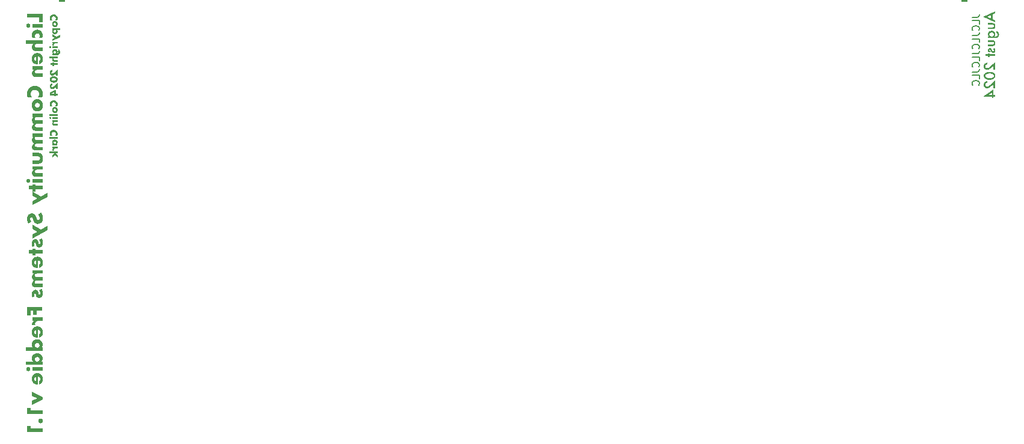
<source format=gbo>
G04 #@! TF.GenerationSoftware,KiCad,Pcbnew,7.0.8*
G04 #@! TF.CreationDate,2024-09-22T21:54:43-04:00*
G04 #@! TF.ProjectId,lichen-freddie-panel,6c696368-656e-42d6-9672-65646469652d,1.0*
G04 #@! TF.SameCoordinates,Original*
G04 #@! TF.FileFunction,Legend,Bot*
G04 #@! TF.FilePolarity,Positive*
%FSLAX46Y46*%
G04 Gerber Fmt 4.6, Leading zero omitted, Abs format (unit mm)*
G04 Created by KiCad (PCBNEW 7.0.8) date 2024-09-22 21:54:43*
%MOMM*%
%LPD*%
G01*
G04 APERTURE LIST*
G04 Aperture macros list*
%AMRoundRect*
0 Rectangle with rounded corners*
0 $1 Rounding radius*
0 $2 $3 $4 $5 $6 $7 $8 $9 X,Y pos of 4 corners*
0 Add a 4 corners polygon primitive as box body*
4,1,4,$2,$3,$4,$5,$6,$7,$8,$9,$2,$3,0*
0 Add four circle primitives for the rounded corners*
1,1,$1+$1,$2,$3*
1,1,$1+$1,$4,$5*
1,1,$1+$1,$6,$7*
1,1,$1+$1,$8,$9*
0 Add four rect primitives between the rounded corners*
20,1,$1+$1,$2,$3,$4,$5,0*
20,1,$1+$1,$4,$5,$6,$7,0*
20,1,$1+$1,$6,$7,$8,$9,0*
20,1,$1+$1,$8,$9,$2,$3,0*%
G04 Aperture macros list end*
%ADD10C,0.150000*%
%ADD11C,0.200000*%
%ADD12C,0.400000*%
%ADD13C,3.200000*%
%ADD14C,6.400000*%
%ADD15C,2.200000*%
%ADD16C,5.100000*%
%ADD17RoundRect,1.600000X0.400000X0.000000X-0.400000X0.000000X-0.400000X0.000000X0.400000X0.000000X0*%
%ADD18RoundRect,1.600000X-0.400000X0.000000X0.400000X0.000000X0.400000X0.000000X-0.400000X0.000000X0*%
G04 APERTURE END LIST*
D10*
G36*
X238846723Y-106215614D02*
G01*
X238459842Y-106391835D01*
X238459842Y-107069609D01*
X238846723Y-107235938D01*
X238846723Y-107497156D01*
X237146427Y-106741713D01*
X237155171Y-106737683D01*
X237684249Y-106737683D01*
X238225369Y-106972156D01*
X238225369Y-106491486D01*
X237684249Y-106737683D01*
X237155171Y-106737683D01*
X238846723Y-105958060D01*
X238846723Y-106215614D01*
G37*
G36*
X237826765Y-107880006D02*
G01*
X238401957Y-107880006D01*
X238417239Y-107880188D01*
X238432036Y-107880733D01*
X238460175Y-107882914D01*
X238486372Y-107886550D01*
X238510630Y-107891639D01*
X238532946Y-107898182D01*
X238553323Y-107906179D01*
X238571758Y-107915630D01*
X238588253Y-107926535D01*
X238602808Y-107938894D01*
X238615421Y-107952707D01*
X238626095Y-107967974D01*
X238634827Y-107984695D01*
X238641619Y-108002870D01*
X238646471Y-108022499D01*
X238649382Y-108043582D01*
X238650352Y-108066120D01*
X238649382Y-108088657D01*
X238646471Y-108109740D01*
X238641619Y-108129369D01*
X238634827Y-108147544D01*
X238626095Y-108164265D01*
X238615421Y-108179532D01*
X238602808Y-108193345D01*
X238588253Y-108205704D01*
X238571758Y-108216609D01*
X238553323Y-108226060D01*
X238532946Y-108234057D01*
X238510630Y-108240601D01*
X238486372Y-108245690D01*
X238460175Y-108249325D01*
X238432036Y-108251506D01*
X238417239Y-108252051D01*
X238401957Y-108252233D01*
X237826765Y-108252233D01*
X237826765Y-108488171D01*
X238407452Y-108488171D01*
X238422390Y-108488057D01*
X238437071Y-108487713D01*
X238458608Y-108486769D01*
X238479566Y-108485309D01*
X238499944Y-108483334D01*
X238519743Y-108480844D01*
X238538962Y-108477839D01*
X238557602Y-108474318D01*
X238575662Y-108470282D01*
X238593142Y-108465731D01*
X238610043Y-108460665D01*
X238615547Y-108458862D01*
X238630044Y-108453202D01*
X238644270Y-108446802D01*
X238658225Y-108439661D01*
X238671910Y-108431780D01*
X238685325Y-108423158D01*
X238698469Y-108413795D01*
X238711342Y-108403692D01*
X238723945Y-108392848D01*
X238736278Y-108381263D01*
X238748340Y-108368938D01*
X238756231Y-108360310D01*
X238768609Y-108345595D01*
X238780188Y-108330394D01*
X238790969Y-108314706D01*
X238800951Y-108298532D01*
X238810134Y-108281871D01*
X238818519Y-108264723D01*
X238826105Y-108247089D01*
X238832893Y-108228968D01*
X238838882Y-108210361D01*
X238844073Y-108191267D01*
X238848465Y-108171687D01*
X238852058Y-108151620D01*
X238854853Y-108131066D01*
X238856850Y-108110026D01*
X238858048Y-108088499D01*
X238858447Y-108066486D01*
X238858048Y-108044517D01*
X238856850Y-108023032D01*
X238854853Y-108002030D01*
X238852058Y-107981512D01*
X238848465Y-107961478D01*
X238844073Y-107941928D01*
X238838882Y-107922861D01*
X238832893Y-107904278D01*
X238826105Y-107886179D01*
X238818519Y-107868563D01*
X238810134Y-107851431D01*
X238800951Y-107834783D01*
X238790969Y-107818619D01*
X238780188Y-107802938D01*
X238768609Y-107787741D01*
X238756231Y-107773028D01*
X238744349Y-107760069D01*
X238732197Y-107747843D01*
X238719774Y-107736352D01*
X238707081Y-107725595D01*
X238694117Y-107715573D01*
X238680883Y-107706284D01*
X238667379Y-107697730D01*
X238653603Y-107689909D01*
X238639558Y-107682823D01*
X238625242Y-107676471D01*
X238615547Y-107672644D01*
X238596989Y-107665947D01*
X238581672Y-107661510D01*
X238565158Y-107657575D01*
X238547446Y-107654142D01*
X238528536Y-107651212D01*
X238508428Y-107648784D01*
X238487122Y-107646859D01*
X238472253Y-107645854D01*
X238456851Y-107645073D01*
X238440917Y-107644514D01*
X238424451Y-107644180D01*
X238407452Y-107644068D01*
X237826765Y-107644068D01*
X237826765Y-107880006D01*
G37*
G36*
X238362603Y-108740739D02*
G01*
X238389712Y-108742268D01*
X238416241Y-108744815D01*
X238442188Y-108748381D01*
X238467555Y-108752967D01*
X238492340Y-108758571D01*
X238516545Y-108765194D01*
X238540168Y-108772836D01*
X238563210Y-108781497D01*
X238585671Y-108791177D01*
X238607552Y-108801876D01*
X238628851Y-108813594D01*
X238649569Y-108826331D01*
X238669706Y-108840087D01*
X238689262Y-108854862D01*
X238708237Y-108870655D01*
X238726072Y-108887109D01*
X238742756Y-108904138D01*
X238758289Y-108921742D01*
X238772672Y-108939921D01*
X238785904Y-108958676D01*
X238797985Y-108978006D01*
X238808916Y-108997911D01*
X238818696Y-109018392D01*
X238827326Y-109039448D01*
X238834805Y-109061079D01*
X238841133Y-109083286D01*
X238846311Y-109106067D01*
X238850338Y-109129425D01*
X238853215Y-109153357D01*
X238854941Y-109177865D01*
X238855516Y-109202948D01*
X238854962Y-109225087D01*
X238853301Y-109246900D01*
X238850531Y-109268387D01*
X238846654Y-109289547D01*
X238841670Y-109310381D01*
X238835578Y-109330889D01*
X238828378Y-109351071D01*
X238820070Y-109370926D01*
X238810655Y-109390455D01*
X238800132Y-109409657D01*
X238788501Y-109428534D01*
X238775763Y-109447084D01*
X238761917Y-109465308D01*
X238746963Y-109483205D01*
X238730902Y-109500776D01*
X238713733Y-109518021D01*
X238854050Y-109518021D01*
X238873255Y-109517776D01*
X238891849Y-109517039D01*
X238909834Y-109515812D01*
X238927209Y-109514094D01*
X238943974Y-109511885D01*
X238960130Y-109509185D01*
X238975676Y-109505995D01*
X238990613Y-109502313D01*
X239018657Y-109493478D01*
X239044262Y-109482678D01*
X239067429Y-109469916D01*
X239088157Y-109455190D01*
X239106447Y-109438500D01*
X239122298Y-109419847D01*
X239135710Y-109399230D01*
X239146684Y-109376650D01*
X239155219Y-109352107D01*
X239161316Y-109325600D01*
X239164973Y-109297129D01*
X239165888Y-109282158D01*
X239166193Y-109266695D01*
X239166101Y-109258241D01*
X239165368Y-109241714D01*
X239163903Y-109225698D01*
X239161705Y-109210190D01*
X239158774Y-109195192D01*
X239155110Y-109180703D01*
X239148241Y-109159926D01*
X239139723Y-109140295D01*
X239129556Y-109121810D01*
X239117741Y-109104471D01*
X239104277Y-109088279D01*
X239089165Y-109073233D01*
X239072404Y-109059333D01*
X239067322Y-109055599D01*
X239053427Y-109046853D01*
X239037834Y-109038948D01*
X239024135Y-109033230D01*
X239009349Y-109028049D01*
X238993475Y-109023406D01*
X238976513Y-109019302D01*
X238958464Y-109015736D01*
X238958464Y-108784193D01*
X238982722Y-108787196D01*
X239006309Y-108791074D01*
X239029227Y-108795828D01*
X239051475Y-108801458D01*
X239073053Y-108807964D01*
X239093962Y-108815346D01*
X239114201Y-108823603D01*
X239133770Y-108832737D01*
X239152669Y-108842746D01*
X239170898Y-108853631D01*
X239188458Y-108865392D01*
X239205348Y-108878029D01*
X239221568Y-108891541D01*
X239237119Y-108905929D01*
X239251999Y-108921194D01*
X239266210Y-108937334D01*
X239279298Y-108953683D01*
X239291541Y-108970581D01*
X239302940Y-108988029D01*
X239313494Y-109006027D01*
X239323204Y-109024574D01*
X239332070Y-109043671D01*
X239340091Y-109063317D01*
X239347268Y-109083513D01*
X239353601Y-109104258D01*
X239359089Y-109125553D01*
X239363733Y-109147398D01*
X239367533Y-109169792D01*
X239370488Y-109192735D01*
X239372599Y-109216229D01*
X239373866Y-109240271D01*
X239374288Y-109264863D01*
X239373679Y-109293916D01*
X239371855Y-109322182D01*
X239368814Y-109349661D01*
X239364556Y-109376353D01*
X239359082Y-109402257D01*
X239352392Y-109427375D01*
X239344485Y-109451705D01*
X239335362Y-109475248D01*
X239325022Y-109498004D01*
X239313466Y-109519973D01*
X239300693Y-109541155D01*
X239286704Y-109561550D01*
X239271498Y-109581157D01*
X239255076Y-109599978D01*
X239237438Y-109618011D01*
X239218583Y-109635258D01*
X239208381Y-109644003D01*
X239192599Y-109656429D01*
X239176245Y-109668024D01*
X239159317Y-109678789D01*
X239141817Y-109688723D01*
X239123743Y-109697825D01*
X239105096Y-109706098D01*
X239085876Y-109713539D01*
X239066082Y-109720150D01*
X239045716Y-109725930D01*
X239024776Y-109730879D01*
X239009063Y-109733897D01*
X238992422Y-109736632D01*
X238977846Y-109738694D01*
X238962626Y-109740560D01*
X238946762Y-109742229D01*
X238930254Y-109743702D01*
X238920008Y-109744553D01*
X238902273Y-109745785D01*
X238887493Y-109746604D01*
X238872185Y-109747274D01*
X238856352Y-109747794D01*
X238839991Y-109748167D01*
X238823104Y-109748390D01*
X238805690Y-109748464D01*
X237831161Y-109748464D01*
X237831161Y-109518021D01*
X237944368Y-109518021D01*
X237927288Y-109502249D01*
X237911309Y-109485981D01*
X237896433Y-109469219D01*
X237882658Y-109451961D01*
X237869986Y-109434208D01*
X237858415Y-109415960D01*
X237847947Y-109397217D01*
X237838580Y-109377978D01*
X237830316Y-109358245D01*
X237823153Y-109338016D01*
X237817092Y-109317292D01*
X237812133Y-109296073D01*
X237808277Y-109274359D01*
X237805522Y-109252149D01*
X237805354Y-109249842D01*
X238011413Y-109249842D01*
X238011758Y-109264922D01*
X238013568Y-109286903D01*
X238016931Y-109308117D01*
X238021846Y-109328565D01*
X238028313Y-109348247D01*
X238036331Y-109367162D01*
X238045902Y-109385311D01*
X238057025Y-109402694D01*
X238069700Y-109419310D01*
X238083927Y-109435160D01*
X238099706Y-109450244D01*
X238105145Y-109454977D01*
X238122146Y-109468276D01*
X238140178Y-109480222D01*
X238159241Y-109490816D01*
X238172521Y-109497127D01*
X238186260Y-109502837D01*
X238200457Y-109507946D01*
X238215111Y-109512454D01*
X238230224Y-109516361D01*
X238245794Y-109519667D01*
X238261823Y-109522372D01*
X238278309Y-109524475D01*
X238295253Y-109525978D01*
X238312656Y-109526880D01*
X238330516Y-109527180D01*
X238347224Y-109526907D01*
X238363552Y-109526087D01*
X238379499Y-109524720D01*
X238395065Y-109522807D01*
X238410250Y-109520347D01*
X238425055Y-109517340D01*
X238439479Y-109513786D01*
X238460402Y-109507431D01*
X238480468Y-109499846D01*
X238499677Y-109491031D01*
X238518030Y-109480985D01*
X238535526Y-109469710D01*
X238552166Y-109457205D01*
X238563701Y-109447422D01*
X238574492Y-109437215D01*
X238589282Y-109421111D01*
X238602398Y-109404053D01*
X238613840Y-109386043D01*
X238623607Y-109367079D01*
X238631700Y-109347162D01*
X238638119Y-109326292D01*
X238641468Y-109311850D01*
X238644072Y-109296983D01*
X238645933Y-109281693D01*
X238647049Y-109265980D01*
X238647421Y-109249842D01*
X238647329Y-109241701D01*
X238646593Y-109225749D01*
X238645122Y-109210242D01*
X238642915Y-109195178D01*
X238639973Y-109180558D01*
X238634180Y-109159459D01*
X238626733Y-109139359D01*
X238617630Y-109120257D01*
X238606872Y-109102153D01*
X238594458Y-109085047D01*
X238580390Y-109068940D01*
X238564667Y-109053830D01*
X238553265Y-109044312D01*
X238536625Y-109032134D01*
X238519129Y-109021154D01*
X238500776Y-109011372D01*
X238481567Y-109002787D01*
X238461501Y-108995400D01*
X238440578Y-108989212D01*
X238426154Y-108985751D01*
X238411349Y-108982823D01*
X238396164Y-108980427D01*
X238380598Y-108978564D01*
X238364651Y-108977233D01*
X238348323Y-108976435D01*
X238331615Y-108976168D01*
X238314641Y-108976435D01*
X238298064Y-108977233D01*
X238281885Y-108978564D01*
X238266104Y-108980427D01*
X238250721Y-108982823D01*
X238235736Y-108985751D01*
X238221149Y-108989212D01*
X238200014Y-108995400D01*
X238179774Y-109002787D01*
X238160429Y-109011372D01*
X238141980Y-109021154D01*
X238124426Y-109032134D01*
X238107766Y-109044312D01*
X238096099Y-109053959D01*
X238085183Y-109064033D01*
X238070222Y-109079943D01*
X238056955Y-109096812D01*
X238045381Y-109114642D01*
X238035501Y-109133430D01*
X238027315Y-109153178D01*
X238020822Y-109173886D01*
X238017435Y-109188225D01*
X238014800Y-109202989D01*
X238012918Y-109218181D01*
X238011789Y-109233798D01*
X238011413Y-109249842D01*
X237805354Y-109249842D01*
X237803869Y-109229445D01*
X237803318Y-109206245D01*
X237803949Y-109179782D01*
X237805842Y-109153975D01*
X237808998Y-109128823D01*
X237813416Y-109104327D01*
X237819096Y-109080486D01*
X237826038Y-109057301D01*
X237834243Y-109034771D01*
X237843709Y-109012896D01*
X237854438Y-108991677D01*
X237866430Y-108971114D01*
X237879683Y-108951206D01*
X237894199Y-108931953D01*
X237909977Y-108913356D01*
X237927017Y-108895414D01*
X237945320Y-108878127D01*
X237964884Y-108861496D01*
X237984190Y-108846812D01*
X238004005Y-108833075D01*
X238024330Y-108820285D01*
X238045164Y-108808442D01*
X238066508Y-108797547D01*
X238088361Y-108787600D01*
X238110723Y-108778599D01*
X238133595Y-108770546D01*
X238156977Y-108763441D01*
X238180868Y-108757283D01*
X238205268Y-108752072D01*
X238230178Y-108747809D01*
X238255597Y-108744493D01*
X238281526Y-108742125D01*
X238307964Y-108740703D01*
X238334912Y-108740230D01*
X238362603Y-108740739D01*
G37*
G36*
X237826765Y-110278960D02*
G01*
X238401957Y-110278960D01*
X238417239Y-110279141D01*
X238432036Y-110279687D01*
X238460175Y-110281868D01*
X238486372Y-110285503D01*
X238510630Y-110290592D01*
X238532946Y-110297135D01*
X238553323Y-110305132D01*
X238571758Y-110314583D01*
X238588253Y-110325488D01*
X238602808Y-110337847D01*
X238615421Y-110351660D01*
X238626095Y-110366927D01*
X238634827Y-110383648D01*
X238641619Y-110401823D01*
X238646471Y-110421453D01*
X238649382Y-110442536D01*
X238650352Y-110465073D01*
X238649382Y-110487610D01*
X238646471Y-110508693D01*
X238641619Y-110528322D01*
X238634827Y-110546497D01*
X238626095Y-110563218D01*
X238615421Y-110578485D01*
X238602808Y-110592298D01*
X238588253Y-110604658D01*
X238571758Y-110615563D01*
X238553323Y-110625014D01*
X238532946Y-110633011D01*
X238510630Y-110639554D01*
X238486372Y-110644643D01*
X238460175Y-110648278D01*
X238432036Y-110650459D01*
X238417239Y-110651004D01*
X238401957Y-110651186D01*
X237826765Y-110651186D01*
X237826765Y-110887124D01*
X238407452Y-110887124D01*
X238422390Y-110887010D01*
X238437071Y-110886666D01*
X238458608Y-110885722D01*
X238479566Y-110884262D01*
X238499944Y-110882287D01*
X238519743Y-110879797D01*
X238538962Y-110876792D01*
X238557602Y-110873271D01*
X238575662Y-110869236D01*
X238593142Y-110864685D01*
X238610043Y-110859618D01*
X238615547Y-110857815D01*
X238630044Y-110852156D01*
X238644270Y-110845755D01*
X238658225Y-110838614D01*
X238671910Y-110830733D01*
X238685325Y-110822111D01*
X238698469Y-110812748D01*
X238711342Y-110802645D01*
X238723945Y-110791801D01*
X238736278Y-110780217D01*
X238748340Y-110767891D01*
X238756231Y-110759263D01*
X238768609Y-110744549D01*
X238780188Y-110729347D01*
X238790969Y-110713660D01*
X238800951Y-110697485D01*
X238810134Y-110680824D01*
X238818519Y-110663677D01*
X238826105Y-110646042D01*
X238832893Y-110627922D01*
X238838882Y-110609314D01*
X238844073Y-110590221D01*
X238848465Y-110570640D01*
X238852058Y-110550573D01*
X238854853Y-110530019D01*
X238856850Y-110508979D01*
X238858048Y-110487452D01*
X238858447Y-110465439D01*
X238858048Y-110443470D01*
X238856850Y-110421985D01*
X238854853Y-110400983D01*
X238852058Y-110380466D01*
X238848465Y-110360431D01*
X238844073Y-110340881D01*
X238838882Y-110321814D01*
X238832893Y-110303231D01*
X238826105Y-110285132D01*
X238818519Y-110267517D01*
X238810134Y-110250385D01*
X238800951Y-110233737D01*
X238790969Y-110217572D01*
X238780188Y-110201892D01*
X238768609Y-110186695D01*
X238756231Y-110171981D01*
X238744349Y-110159022D01*
X238732197Y-110146797D01*
X238719774Y-110135306D01*
X238707081Y-110124549D01*
X238694117Y-110114526D01*
X238680883Y-110105237D01*
X238667379Y-110096683D01*
X238653603Y-110088862D01*
X238639558Y-110081776D01*
X238625242Y-110075424D01*
X238615547Y-110071598D01*
X238596989Y-110064900D01*
X238581672Y-110060463D01*
X238565158Y-110056528D01*
X238547446Y-110053095D01*
X238528536Y-110050165D01*
X238508428Y-110047737D01*
X238487122Y-110045812D01*
X238472253Y-110044807D01*
X238456851Y-110044026D01*
X238440917Y-110043468D01*
X238424451Y-110043133D01*
X238407452Y-110043021D01*
X237826765Y-110043021D01*
X237826765Y-110278960D01*
G37*
G36*
X238001521Y-111779221D02*
G01*
X238103370Y-111588346D01*
X238086936Y-111579569D01*
X238072119Y-111570412D01*
X238058918Y-111560876D01*
X238047333Y-111550959D01*
X238034402Y-111537146D01*
X238024344Y-111522658D01*
X238017160Y-111507494D01*
X238012849Y-111491654D01*
X238011413Y-111475139D01*
X238012718Y-111459591D01*
X238016633Y-111445189D01*
X238023159Y-111431931D01*
X238032295Y-111419818D01*
X238043492Y-111409880D01*
X238057895Y-111402094D01*
X238072304Y-111398190D01*
X238086151Y-111397103D01*
X238103993Y-111400377D01*
X238118241Y-111407710D01*
X238132467Y-111419233D01*
X238143121Y-111430626D01*
X238153762Y-111444375D01*
X238164390Y-111460482D01*
X238175005Y-111478945D01*
X238182075Y-111492564D01*
X238189139Y-111507230D01*
X238196197Y-111522943D01*
X238199724Y-111531193D01*
X238209566Y-111553846D01*
X238219307Y-111575551D01*
X238228949Y-111596310D01*
X238238490Y-111616121D01*
X238247931Y-111634984D01*
X238257272Y-111652900D01*
X238266512Y-111669869D01*
X238275653Y-111685890D01*
X238284693Y-111700964D01*
X238293633Y-111715090D01*
X238302473Y-111728270D01*
X238311213Y-111740501D01*
X238324135Y-111757072D01*
X238336831Y-111771512D01*
X238345170Y-111779954D01*
X238358016Y-111791412D01*
X238371686Y-111801743D01*
X238386180Y-111810947D01*
X238401499Y-111819023D01*
X238417642Y-111825973D01*
X238434609Y-111831796D01*
X238452401Y-111836492D01*
X238471017Y-111840061D01*
X238490457Y-111842503D01*
X238510721Y-111843817D01*
X238524689Y-111844068D01*
X238542506Y-111843653D01*
X238559963Y-111842408D01*
X238577059Y-111840333D01*
X238593794Y-111837428D01*
X238610169Y-111833692D01*
X238626183Y-111829127D01*
X238641837Y-111823732D01*
X238657130Y-111817506D01*
X238672062Y-111810451D01*
X238686633Y-111802566D01*
X238700844Y-111793850D01*
X238714695Y-111784305D01*
X238728184Y-111773929D01*
X238741313Y-111762724D01*
X238754082Y-111750688D01*
X238766489Y-111737822D01*
X238777625Y-111724742D01*
X238788042Y-111711330D01*
X238797741Y-111697585D01*
X238806721Y-111683509D01*
X238814983Y-111669100D01*
X238822526Y-111654360D01*
X238829351Y-111639287D01*
X238835457Y-111623883D01*
X238840846Y-111608146D01*
X238845515Y-111592078D01*
X238849467Y-111575677D01*
X238852699Y-111558945D01*
X238855214Y-111541880D01*
X238857010Y-111524484D01*
X238858088Y-111506755D01*
X238858447Y-111488695D01*
X238858206Y-111473176D01*
X238857482Y-111457943D01*
X238856277Y-111442996D01*
X238854589Y-111428336D01*
X238849766Y-111399874D01*
X238843014Y-111372557D01*
X238834333Y-111346385D01*
X238823722Y-111321358D01*
X238811183Y-111297475D01*
X238796714Y-111274738D01*
X238780317Y-111253145D01*
X238761990Y-111232698D01*
X238741734Y-111213395D01*
X238719549Y-111195237D01*
X238695435Y-111178224D01*
X238682654Y-111170147D01*
X238669391Y-111162356D01*
X238655646Y-111154851D01*
X238641419Y-111147632D01*
X238626709Y-111140700D01*
X238611517Y-111134054D01*
X238520659Y-111327128D01*
X238533597Y-111334654D01*
X238549425Y-111344168D01*
X238563627Y-111353087D01*
X238576204Y-111361410D01*
X238589638Y-111370977D01*
X238602407Y-111381230D01*
X238611517Y-111390143D01*
X238622705Y-111403711D01*
X238631996Y-111418085D01*
X238639392Y-111433264D01*
X238644891Y-111449247D01*
X238648494Y-111466036D01*
X238650200Y-111483630D01*
X238650352Y-111490893D01*
X238649418Y-111511844D01*
X238646617Y-111530735D01*
X238641948Y-111547565D01*
X238635411Y-111562334D01*
X238627007Y-111575042D01*
X238616735Y-111585689D01*
X238604596Y-111594276D01*
X238590589Y-111600802D01*
X238574714Y-111605267D01*
X238556972Y-111607671D01*
X238544106Y-111608129D01*
X238528851Y-111606727D01*
X238513858Y-111602519D01*
X238499129Y-111595507D01*
X238484664Y-111585689D01*
X238470461Y-111573067D01*
X238459982Y-111561760D01*
X238449652Y-111548874D01*
X238439469Y-111534411D01*
X238429434Y-111518370D01*
X238421936Y-111503286D01*
X238414508Y-111488166D01*
X238407150Y-111473012D01*
X238399862Y-111457823D01*
X238395729Y-111449127D01*
X238388481Y-111433865D01*
X238381163Y-111418533D01*
X238373775Y-111403131D01*
X238367386Y-111389873D01*
X238362023Y-111378785D01*
X238352818Y-111360554D01*
X238343613Y-111343365D01*
X238334409Y-111327220D01*
X238325204Y-111312118D01*
X238315999Y-111298060D01*
X238306794Y-111285045D01*
X238297589Y-111273073D01*
X238285316Y-111258733D01*
X238273043Y-111246248D01*
X238263838Y-111238101D01*
X238251844Y-111228804D01*
X238239220Y-111220421D01*
X238225964Y-111212953D01*
X238212077Y-111206399D01*
X238197559Y-111200760D01*
X238182410Y-111196035D01*
X238166630Y-111192225D01*
X238150219Y-111189329D01*
X238133177Y-111187348D01*
X238115503Y-111186281D01*
X238103370Y-111186078D01*
X238087289Y-111186424D01*
X238071559Y-111187463D01*
X238056182Y-111189195D01*
X238041157Y-111191619D01*
X238026484Y-111194736D01*
X238012163Y-111198545D01*
X237998193Y-111203048D01*
X237977900Y-111211100D01*
X237958399Y-111220711D01*
X237939689Y-111231880D01*
X237921772Y-111244607D01*
X237910267Y-111253958D01*
X237899115Y-111264002D01*
X237888314Y-111274738D01*
X237878022Y-111286201D01*
X237868393Y-111297968D01*
X237859429Y-111310038D01*
X237851128Y-111322411D01*
X237843492Y-111335088D01*
X237836519Y-111348068D01*
X237830211Y-111361351D01*
X237824567Y-111374938D01*
X237819587Y-111388829D01*
X237815270Y-111403023D01*
X237811618Y-111417520D01*
X237808630Y-111432320D01*
X237806306Y-111447424D01*
X237804646Y-111462832D01*
X237803650Y-111478542D01*
X237803318Y-111494556D01*
X237804092Y-111518080D01*
X237806415Y-111540838D01*
X237810286Y-111562833D01*
X237815705Y-111584064D01*
X237822673Y-111604530D01*
X237831190Y-111624232D01*
X237841255Y-111643170D01*
X237852868Y-111661344D01*
X237866030Y-111678753D01*
X237880741Y-111695398D01*
X237897000Y-111711279D01*
X237914807Y-111726396D01*
X237934163Y-111740749D01*
X237955067Y-111754337D01*
X237977520Y-111767161D01*
X238001521Y-111779221D01*
G37*
G36*
X238037791Y-112273447D02*
G01*
X238835000Y-112273447D01*
X238835000Y-112037508D01*
X238037791Y-112037508D01*
X238037791Y-111943719D01*
X237829696Y-111943719D01*
X237829696Y-112037508D01*
X237451608Y-112037508D01*
X237451608Y-112273447D01*
X237829696Y-112273447D01*
X237829696Y-112459560D01*
X238037791Y-112459560D01*
X238037791Y-112273447D01*
G37*
G36*
X238600526Y-113655006D02*
G01*
X238600526Y-114244487D01*
X238835000Y-114244487D01*
X238835000Y-113181297D01*
X238163087Y-113730844D01*
X238150688Y-113740862D01*
X238138495Y-113750673D01*
X238126508Y-113760279D01*
X238114727Y-113769678D01*
X238103153Y-113778872D01*
X238086177Y-113792276D01*
X238069665Y-113805216D01*
X238053616Y-113817692D01*
X238038031Y-113829705D01*
X238022910Y-113841254D01*
X238008253Y-113852339D01*
X237994059Y-113862961D01*
X237989431Y-113866399D01*
X237975833Y-113876474D01*
X237962653Y-113886092D01*
X237949892Y-113895253D01*
X237937550Y-113903957D01*
X237921745Y-113914850D01*
X237906684Y-113924931D01*
X237892367Y-113934199D01*
X237878794Y-113942654D01*
X237865966Y-113950296D01*
X237847933Y-113960706D01*
X237830241Y-113970093D01*
X237812891Y-113978455D01*
X237795882Y-113985793D01*
X237779214Y-113992108D01*
X237762887Y-113997398D01*
X237746902Y-114001665D01*
X237731258Y-114004907D01*
X237715956Y-114007126D01*
X237700995Y-114008320D01*
X237691210Y-114008548D01*
X237670578Y-114007862D01*
X237650582Y-114005805D01*
X237631225Y-114002375D01*
X237612505Y-113997574D01*
X237594422Y-113991402D01*
X237576978Y-113983857D01*
X237560170Y-113974941D01*
X237544001Y-113964653D01*
X237528468Y-113952993D01*
X237513574Y-113939962D01*
X237503998Y-113930512D01*
X237490445Y-113915624D01*
X237478225Y-113900086D01*
X237467338Y-113883896D01*
X237457785Y-113867057D01*
X237449564Y-113849567D01*
X237442676Y-113831427D01*
X237437122Y-113812636D01*
X237432901Y-113793195D01*
X237430012Y-113773103D01*
X237428457Y-113752361D01*
X237428161Y-113738171D01*
X237428439Y-113723373D01*
X237430666Y-113694977D01*
X237435119Y-113668181D01*
X237441800Y-113642985D01*
X237450707Y-113619389D01*
X237461841Y-113597392D01*
X237475202Y-113576996D01*
X237490790Y-113558200D01*
X237508604Y-113541004D01*
X237528645Y-113525408D01*
X237550913Y-113511411D01*
X237575408Y-113499015D01*
X237602130Y-113488219D01*
X237616326Y-113483421D01*
X237631079Y-113479022D01*
X237646388Y-113475024D01*
X237662254Y-113471426D01*
X237678677Y-113468228D01*
X237695656Y-113465430D01*
X237713192Y-113463032D01*
X237713192Y-113225261D01*
X237682853Y-113229239D01*
X237653478Y-113233982D01*
X237625065Y-113239491D01*
X237597616Y-113245766D01*
X237571129Y-113252806D01*
X237545606Y-113260612D01*
X237521046Y-113269184D01*
X237497449Y-113278521D01*
X237474816Y-113288624D01*
X237453145Y-113299493D01*
X237432438Y-113311127D01*
X237412693Y-113323527D01*
X237393912Y-113336692D01*
X237376094Y-113350624D01*
X237359239Y-113365320D01*
X237343347Y-113380783D01*
X237328419Y-113397011D01*
X237314453Y-113414005D01*
X237301451Y-113431764D01*
X237289412Y-113450289D01*
X237278336Y-113469580D01*
X237268223Y-113489636D01*
X237259073Y-113510458D01*
X237250886Y-113532045D01*
X237243663Y-113554399D01*
X237237402Y-113577518D01*
X237232105Y-113601402D01*
X237227771Y-113626052D01*
X237224400Y-113651468D01*
X237221992Y-113677650D01*
X237220547Y-113704597D01*
X237220066Y-113732309D01*
X237220601Y-113759148D01*
X237222207Y-113785444D01*
X237224883Y-113811195D01*
X237228630Y-113836403D01*
X237233447Y-113861066D01*
X237239334Y-113885186D01*
X237246292Y-113908762D01*
X237254321Y-113931795D01*
X237263420Y-113954283D01*
X237273589Y-113976228D01*
X237284829Y-113997629D01*
X237297140Y-114018486D01*
X237310521Y-114038799D01*
X237324972Y-114058568D01*
X237340494Y-114077794D01*
X237357086Y-114096475D01*
X237374468Y-114114399D01*
X237392360Y-114131166D01*
X237410761Y-114146776D01*
X237429672Y-114161230D01*
X237449092Y-114174528D01*
X237469022Y-114186670D01*
X237489461Y-114197655D01*
X237510409Y-114207484D01*
X237531868Y-114216156D01*
X237553835Y-114223673D01*
X237576312Y-114230032D01*
X237599299Y-114235236D01*
X237622795Y-114239283D01*
X237646800Y-114242174D01*
X237671315Y-114243908D01*
X237696339Y-114244487D01*
X237712394Y-114244216D01*
X237728408Y-114243405D01*
X237744382Y-114242052D01*
X237760316Y-114240159D01*
X237776210Y-114237725D01*
X237792063Y-114234749D01*
X237807877Y-114231233D01*
X237823651Y-114227176D01*
X237839385Y-114222578D01*
X237855078Y-114217439D01*
X237870732Y-114211759D01*
X237886345Y-114205537D01*
X237901918Y-114198775D01*
X237917452Y-114191473D01*
X237932945Y-114183629D01*
X237948398Y-114175244D01*
X237964976Y-114166027D01*
X237977890Y-114158439D01*
X237991217Y-114150271D01*
X238004955Y-114141523D01*
X238019106Y-114132196D01*
X238033669Y-114122289D01*
X238048644Y-114111803D01*
X238064032Y-114100737D01*
X238079831Y-114089091D01*
X238096043Y-114076866D01*
X238101538Y-114072662D01*
X238118377Y-114059710D01*
X238135782Y-114046133D01*
X238147700Y-114036735D01*
X238159870Y-114027059D01*
X238172292Y-114017106D01*
X238184966Y-114006875D01*
X238197892Y-113996366D01*
X238211070Y-113985580D01*
X238224499Y-113974516D01*
X238238181Y-113963175D01*
X238252114Y-113951555D01*
X238266299Y-113939659D01*
X238280736Y-113927484D01*
X238295425Y-113915032D01*
X238310366Y-113902302D01*
X238600526Y-113655006D01*
G37*
G36*
X238054131Y-114506977D02*
G01*
X238078560Y-114507497D01*
X238102652Y-114508365D01*
X238126405Y-114509580D01*
X238149821Y-114511141D01*
X238172899Y-114513050D01*
X238195639Y-114515306D01*
X238218042Y-114517909D01*
X238240107Y-114520859D01*
X238261834Y-114524156D01*
X238283223Y-114527800D01*
X238304275Y-114531791D01*
X238324989Y-114536129D01*
X238345365Y-114540814D01*
X238365404Y-114545846D01*
X238385104Y-114551225D01*
X238404467Y-114556951D01*
X238423492Y-114563025D01*
X238442180Y-114569445D01*
X238460529Y-114576212D01*
X238478541Y-114583327D01*
X238496216Y-114590788D01*
X238513552Y-114598597D01*
X238530551Y-114606752D01*
X238547212Y-114615255D01*
X238563535Y-114624104D01*
X238579521Y-114633301D01*
X238595168Y-114642845D01*
X238610478Y-114652736D01*
X238625451Y-114662973D01*
X238640085Y-114673558D01*
X238654382Y-114684490D01*
X238666937Y-114694628D01*
X238679093Y-114704891D01*
X238690851Y-114715279D01*
X238702210Y-114725792D01*
X238713170Y-114736430D01*
X238723732Y-114747194D01*
X238733895Y-114758083D01*
X238743660Y-114769097D01*
X238761994Y-114791501D01*
X238778734Y-114814406D01*
X238793879Y-114837812D01*
X238807431Y-114861719D01*
X238819388Y-114886126D01*
X238829750Y-114911035D01*
X238838519Y-114936444D01*
X238845693Y-114962354D01*
X238851273Y-114988766D01*
X238855258Y-115015678D01*
X238857650Y-115043091D01*
X238858447Y-115071004D01*
X238858248Y-115084999D01*
X238856653Y-115112602D01*
X238853465Y-115139691D01*
X238848682Y-115166263D01*
X238842305Y-115192321D01*
X238834334Y-115217864D01*
X238824768Y-115242891D01*
X238813608Y-115267403D01*
X238800854Y-115291400D01*
X238786506Y-115314881D01*
X238770563Y-115337848D01*
X238753027Y-115360299D01*
X238733895Y-115382235D01*
X238723732Y-115393010D01*
X238713170Y-115403656D01*
X238702210Y-115414173D01*
X238690851Y-115424562D01*
X238679093Y-115434821D01*
X238666937Y-115444952D01*
X238654382Y-115454954D01*
X238640095Y-115465863D01*
X238625492Y-115476427D01*
X238610572Y-115486643D01*
X238595334Y-115496514D01*
X238579780Y-115506038D01*
X238563909Y-115515215D01*
X238547720Y-115524047D01*
X238531215Y-115532532D01*
X238514392Y-115540670D01*
X238497253Y-115548463D01*
X238479797Y-115555909D01*
X238462023Y-115563009D01*
X238443933Y-115569762D01*
X238425526Y-115576169D01*
X238406802Y-115582230D01*
X238387760Y-115587944D01*
X238368402Y-115593312D01*
X238348727Y-115598334D01*
X238328735Y-115603010D01*
X238308425Y-115607339D01*
X238287799Y-115611322D01*
X238266856Y-115614958D01*
X238245596Y-115618248D01*
X238224018Y-115621192D01*
X238202124Y-115623789D01*
X238179913Y-115626041D01*
X238157385Y-115627945D01*
X238134540Y-115629504D01*
X238111377Y-115630716D01*
X238087898Y-115631582D01*
X238064102Y-115632101D01*
X238039989Y-115632274D01*
X238015786Y-115632101D01*
X237991904Y-115631582D01*
X237968342Y-115630716D01*
X237945101Y-115629504D01*
X237922180Y-115627945D01*
X237899580Y-115626041D01*
X237877300Y-115623789D01*
X237855341Y-115621192D01*
X237833703Y-115618248D01*
X237812385Y-115614958D01*
X237791388Y-115611322D01*
X237770711Y-115607339D01*
X237750355Y-115603010D01*
X237730320Y-115598334D01*
X237710605Y-115593312D01*
X237691210Y-115587944D01*
X237672136Y-115582230D01*
X237653383Y-115576169D01*
X237634950Y-115569762D01*
X237616838Y-115563009D01*
X237599047Y-115555909D01*
X237581576Y-115548463D01*
X237564425Y-115540670D01*
X237547595Y-115532532D01*
X237531086Y-115524047D01*
X237514897Y-115515215D01*
X237499029Y-115506038D01*
X237483482Y-115496514D01*
X237468255Y-115486643D01*
X237453348Y-115476427D01*
X237438762Y-115465863D01*
X237424497Y-115454954D01*
X237411920Y-115444951D01*
X237399742Y-115434817D01*
X237387963Y-115424552D01*
X237376583Y-115414156D01*
X237365603Y-115403629D01*
X237355022Y-115392971D01*
X237344841Y-115382183D01*
X237335058Y-115371263D01*
X237316692Y-115349031D01*
X237299922Y-115326274D01*
X237284749Y-115302995D01*
X237271174Y-115279191D01*
X237259195Y-115254863D01*
X237248814Y-115230012D01*
X237240030Y-115204637D01*
X237232843Y-115178738D01*
X237227253Y-115152316D01*
X237223260Y-115125369D01*
X237220864Y-115097899D01*
X237220066Y-115069905D01*
X237220087Y-115069173D01*
X237428161Y-115069173D01*
X237428838Y-115086659D01*
X237430868Y-115103765D01*
X237434253Y-115120491D01*
X237438991Y-115136835D01*
X237445084Y-115152800D01*
X237452530Y-115168383D01*
X237461330Y-115183586D01*
X237471483Y-115198408D01*
X237482991Y-115212849D01*
X237495852Y-115226910D01*
X237510067Y-115240590D01*
X237525636Y-115253889D01*
X237542559Y-115266807D01*
X237560836Y-115279345D01*
X237580467Y-115291503D01*
X237601451Y-115303279D01*
X237612415Y-115309004D01*
X237634872Y-115319910D01*
X237658034Y-115330088D01*
X237681899Y-115339539D01*
X237706468Y-115348263D01*
X237731741Y-115356260D01*
X237757719Y-115363530D01*
X237784401Y-115370073D01*
X237811786Y-115375889D01*
X237839876Y-115380978D01*
X237868670Y-115385340D01*
X237883331Y-115387248D01*
X237898168Y-115388975D01*
X237913181Y-115390520D01*
X237928370Y-115391883D01*
X237943735Y-115393064D01*
X237959277Y-115394064D01*
X237974994Y-115394882D01*
X237990887Y-115395518D01*
X238006956Y-115395972D01*
X238023201Y-115396245D01*
X238039623Y-115396336D01*
X238055998Y-115396245D01*
X238072196Y-115395972D01*
X238088218Y-115395518D01*
X238104063Y-115394882D01*
X238119731Y-115394064D01*
X238135222Y-115393064D01*
X238150537Y-115391883D01*
X238165675Y-115390520D01*
X238180636Y-115388975D01*
X238195421Y-115387248D01*
X238224459Y-115383250D01*
X238252791Y-115378524D01*
X238280416Y-115373072D01*
X238307333Y-115366892D01*
X238333544Y-115359986D01*
X238359048Y-115352352D01*
X238383845Y-115343992D01*
X238407935Y-115334904D01*
X238431318Y-115325089D01*
X238453994Y-115314548D01*
X238475963Y-115303279D01*
X238497080Y-115291503D01*
X238516835Y-115279345D01*
X238535228Y-115266807D01*
X238552258Y-115253889D01*
X238567926Y-115240590D01*
X238582231Y-115226910D01*
X238595174Y-115212849D01*
X238606755Y-115198408D01*
X238616973Y-115183586D01*
X238625828Y-115168383D01*
X238633322Y-115152800D01*
X238639453Y-115136835D01*
X238644221Y-115120491D01*
X238647627Y-115103765D01*
X238649671Y-115086659D01*
X238650352Y-115069173D01*
X238649671Y-115051557D01*
X238647627Y-115034339D01*
X238644221Y-115017519D01*
X238639453Y-115001098D01*
X238633322Y-114985073D01*
X238625828Y-114969447D01*
X238616973Y-114954219D01*
X238606755Y-114939388D01*
X238595174Y-114924955D01*
X238582231Y-114910920D01*
X238567926Y-114897283D01*
X238552258Y-114884044D01*
X238535228Y-114871203D01*
X238516835Y-114858759D01*
X238497080Y-114846714D01*
X238475963Y-114835066D01*
X238464814Y-114829386D01*
X238441982Y-114818567D01*
X238418437Y-114808469D01*
X238394180Y-114799092D01*
X238369210Y-114790437D01*
X238343527Y-114782503D01*
X238317132Y-114775290D01*
X238290024Y-114768798D01*
X238262203Y-114763028D01*
X238233669Y-114757979D01*
X238219135Y-114755725D01*
X238204423Y-114753651D01*
X238189533Y-114751758D01*
X238174464Y-114750045D01*
X238159218Y-114748512D01*
X238143793Y-114747160D01*
X238128190Y-114745988D01*
X238112409Y-114744996D01*
X238096449Y-114744185D01*
X238080312Y-114743553D01*
X238063996Y-114743103D01*
X238047502Y-114742832D01*
X238030830Y-114742742D01*
X238014817Y-114742833D01*
X237998971Y-114743106D01*
X237983292Y-114743560D01*
X237967781Y-114744196D01*
X237952437Y-114745014D01*
X237937261Y-114746014D01*
X237922252Y-114747195D01*
X237907411Y-114748558D01*
X237878231Y-114751830D01*
X237849720Y-114755828D01*
X237821879Y-114760554D01*
X237794708Y-114766006D01*
X237768207Y-114772186D01*
X237742375Y-114779092D01*
X237717214Y-114786726D01*
X237692721Y-114795086D01*
X237668899Y-114804174D01*
X237645747Y-114813988D01*
X237623264Y-114824530D01*
X237601451Y-114835799D01*
X237580467Y-114847572D01*
X237560836Y-114859721D01*
X237542559Y-114872245D01*
X237525636Y-114885143D01*
X237510067Y-114898417D01*
X237495852Y-114912065D01*
X237482991Y-114926089D01*
X237471483Y-114940487D01*
X237461330Y-114955260D01*
X237452530Y-114970409D01*
X237445084Y-114985932D01*
X237438991Y-115001830D01*
X237434253Y-115018103D01*
X237430868Y-115034751D01*
X237428838Y-115051775D01*
X237428161Y-115069173D01*
X237220087Y-115069173D01*
X237220864Y-115041867D01*
X237223260Y-115014355D01*
X237227253Y-114987370D01*
X237232843Y-114960912D01*
X237240030Y-114934980D01*
X237248814Y-114909575D01*
X237259195Y-114884697D01*
X237271174Y-114860345D01*
X237284749Y-114836520D01*
X237299922Y-114813221D01*
X237316692Y-114790449D01*
X237335058Y-114768204D01*
X237344841Y-114757279D01*
X237355022Y-114746486D01*
X237365603Y-114735824D01*
X237376583Y-114725294D01*
X237387963Y-114714895D01*
X237399742Y-114704629D01*
X237411920Y-114694494D01*
X237424497Y-114684490D01*
X237438752Y-114673558D01*
X237453307Y-114662973D01*
X237468161Y-114652736D01*
X237483316Y-114642845D01*
X237498770Y-114633301D01*
X237514524Y-114624104D01*
X237530578Y-114615255D01*
X237546931Y-114606752D01*
X237563585Y-114598597D01*
X237580538Y-114590788D01*
X237597791Y-114583327D01*
X237615344Y-114576212D01*
X237633197Y-114569445D01*
X237651350Y-114563025D01*
X237669802Y-114556951D01*
X237688554Y-114551225D01*
X237707606Y-114545846D01*
X237726958Y-114540814D01*
X237746610Y-114536129D01*
X237766561Y-114531791D01*
X237786812Y-114527800D01*
X237807363Y-114524156D01*
X237828214Y-114520859D01*
X237849365Y-114517909D01*
X237870816Y-114515306D01*
X237892566Y-114513050D01*
X237914616Y-114511141D01*
X237936966Y-114509580D01*
X237959616Y-114508365D01*
X237982566Y-114507497D01*
X238005815Y-114506977D01*
X238029364Y-114506803D01*
X238054131Y-114506977D01*
G37*
G36*
X238600526Y-116245935D02*
G01*
X238600526Y-116835415D01*
X238835000Y-116835415D01*
X238835000Y-115772226D01*
X238163087Y-116321772D01*
X238150688Y-116331790D01*
X238138495Y-116341601D01*
X238126508Y-116351207D01*
X238114727Y-116360607D01*
X238103153Y-116369800D01*
X238086177Y-116383204D01*
X238069665Y-116396144D01*
X238053616Y-116408620D01*
X238038031Y-116420633D01*
X238022910Y-116432182D01*
X238008253Y-116443268D01*
X237994059Y-116453889D01*
X237989431Y-116457327D01*
X237975833Y-116467402D01*
X237962653Y-116477020D01*
X237949892Y-116486181D01*
X237937550Y-116494885D01*
X237921745Y-116505778D01*
X237906684Y-116515859D01*
X237892367Y-116525127D01*
X237878794Y-116533582D01*
X237865966Y-116541224D01*
X237847933Y-116551634D01*
X237830241Y-116561021D01*
X237812891Y-116569383D01*
X237795882Y-116576721D01*
X237779214Y-116583036D01*
X237762887Y-116588326D01*
X237746902Y-116592593D01*
X237731258Y-116595835D01*
X237715956Y-116598054D01*
X237700995Y-116599249D01*
X237691210Y-116599476D01*
X237670578Y-116598790D01*
X237650582Y-116596733D01*
X237631225Y-116593303D01*
X237612505Y-116588502D01*
X237594422Y-116582330D01*
X237576978Y-116574785D01*
X237560170Y-116565869D01*
X237544001Y-116555581D01*
X237528468Y-116543921D01*
X237513574Y-116530890D01*
X237503998Y-116521441D01*
X237490445Y-116506552D01*
X237478225Y-116491014D01*
X237467338Y-116474825D01*
X237457785Y-116457985D01*
X237449564Y-116440495D01*
X237442676Y-116422355D01*
X237437122Y-116403564D01*
X237432901Y-116384123D01*
X237430012Y-116364031D01*
X237428457Y-116343289D01*
X237428161Y-116329099D01*
X237428439Y-116314301D01*
X237430666Y-116285905D01*
X237435119Y-116259109D01*
X237441800Y-116233913D01*
X237450707Y-116210317D01*
X237461841Y-116188321D01*
X237475202Y-116167924D01*
X237490790Y-116149128D01*
X237508604Y-116131932D01*
X237528645Y-116116336D01*
X237550913Y-116102339D01*
X237575408Y-116089943D01*
X237602130Y-116079147D01*
X237616326Y-116074349D01*
X237631079Y-116069951D01*
X237646388Y-116065952D01*
X237662254Y-116062354D01*
X237678677Y-116059156D01*
X237695656Y-116056358D01*
X237713192Y-116053960D01*
X237713192Y-115816189D01*
X237682853Y-115820167D01*
X237653478Y-115824910D01*
X237625065Y-115830420D01*
X237597616Y-115836694D01*
X237571129Y-115843735D01*
X237545606Y-115851541D01*
X237521046Y-115860112D01*
X237497449Y-115869450D01*
X237474816Y-115879552D01*
X237453145Y-115890421D01*
X237432438Y-115902055D01*
X237412693Y-115914455D01*
X237393912Y-115927621D01*
X237376094Y-115941552D01*
X237359239Y-115956249D01*
X237343347Y-115971711D01*
X237328419Y-115987939D01*
X237314453Y-116004933D01*
X237301451Y-116022692D01*
X237289412Y-116041217D01*
X237278336Y-116060508D01*
X237268223Y-116080564D01*
X237259073Y-116101386D01*
X237250886Y-116122974D01*
X237243663Y-116145327D01*
X237237402Y-116168446D01*
X237232105Y-116192330D01*
X237227771Y-116216980D01*
X237224400Y-116242396D01*
X237221992Y-116268578D01*
X237220547Y-116295525D01*
X237220066Y-116323237D01*
X237220601Y-116350077D01*
X237222207Y-116376372D01*
X237224883Y-116402123D01*
X237228630Y-116427331D01*
X237233447Y-116451994D01*
X237239334Y-116476114D01*
X237246292Y-116499691D01*
X237254321Y-116522723D01*
X237263420Y-116545211D01*
X237273589Y-116567156D01*
X237284829Y-116588557D01*
X237297140Y-116609414D01*
X237310521Y-116629727D01*
X237324972Y-116649496D01*
X237340494Y-116668722D01*
X237357086Y-116687404D01*
X237374468Y-116705327D01*
X237392360Y-116722094D01*
X237410761Y-116737704D01*
X237429672Y-116752158D01*
X237449092Y-116765456D01*
X237469022Y-116777598D01*
X237489461Y-116788583D01*
X237510409Y-116798412D01*
X237531868Y-116807084D01*
X237553835Y-116814601D01*
X237576312Y-116820960D01*
X237599299Y-116826164D01*
X237622795Y-116830211D01*
X237646800Y-116833102D01*
X237671315Y-116834837D01*
X237696339Y-116835415D01*
X237712394Y-116835144D01*
X237728408Y-116834333D01*
X237744382Y-116832980D01*
X237760316Y-116831087D01*
X237776210Y-116828653D01*
X237792063Y-116825677D01*
X237807877Y-116822161D01*
X237823651Y-116818104D01*
X237839385Y-116813506D01*
X237855078Y-116808367D01*
X237870732Y-116802687D01*
X237886345Y-116796466D01*
X237901918Y-116789704D01*
X237917452Y-116782401D01*
X237932945Y-116774557D01*
X237948398Y-116766172D01*
X237964976Y-116756956D01*
X237977890Y-116749367D01*
X237991217Y-116741199D01*
X238004955Y-116732451D01*
X238019106Y-116723124D01*
X238033669Y-116713217D01*
X238048644Y-116702731D01*
X238064032Y-116691665D01*
X238079831Y-116680019D01*
X238096043Y-116667794D01*
X238101538Y-116663590D01*
X238118377Y-116650638D01*
X238135782Y-116637061D01*
X238147700Y-116627663D01*
X238159870Y-116617988D01*
X238172292Y-116608034D01*
X238184966Y-116597803D01*
X238197892Y-116587295D01*
X238211070Y-116576508D01*
X238224499Y-116565444D01*
X238238181Y-116554103D01*
X238252114Y-116542484D01*
X238266299Y-116530587D01*
X238280736Y-116518412D01*
X238295425Y-116505960D01*
X238310366Y-116493230D01*
X238600526Y-116245935D01*
G37*
G36*
X238600526Y-117786496D02*
G01*
X238823276Y-117786496D01*
X238823276Y-118022435D01*
X238600526Y-118022435D01*
X238600526Y-118196824D01*
X238392431Y-118196824D01*
X238392431Y-118022435D01*
X237127009Y-118022435D01*
X237470084Y-117786496D01*
X237859371Y-117786496D01*
X238392431Y-117786496D01*
X238392431Y-117421231D01*
X237859371Y-117786496D01*
X237470084Y-117786496D01*
X238600526Y-117009071D01*
X238600526Y-117786496D01*
G37*
X235589819Y-106802493D02*
X236304104Y-106802493D01*
X236304104Y-106802493D02*
X236446961Y-106754874D01*
X236446961Y-106754874D02*
X236542200Y-106659636D01*
X236542200Y-106659636D02*
X236589819Y-106516779D01*
X236589819Y-106516779D02*
X236589819Y-106421541D01*
X236589819Y-107754874D02*
X236589819Y-107278684D01*
X236589819Y-107278684D02*
X235589819Y-107278684D01*
X236494580Y-108659636D02*
X236542200Y-108612017D01*
X236542200Y-108612017D02*
X236589819Y-108469160D01*
X236589819Y-108469160D02*
X236589819Y-108373922D01*
X236589819Y-108373922D02*
X236542200Y-108231065D01*
X236542200Y-108231065D02*
X236446961Y-108135827D01*
X236446961Y-108135827D02*
X236351723Y-108088208D01*
X236351723Y-108088208D02*
X236161247Y-108040589D01*
X236161247Y-108040589D02*
X236018390Y-108040589D01*
X236018390Y-108040589D02*
X235827914Y-108088208D01*
X235827914Y-108088208D02*
X235732676Y-108135827D01*
X235732676Y-108135827D02*
X235637438Y-108231065D01*
X235637438Y-108231065D02*
X235589819Y-108373922D01*
X235589819Y-108373922D02*
X235589819Y-108469160D01*
X235589819Y-108469160D02*
X235637438Y-108612017D01*
X235637438Y-108612017D02*
X235685057Y-108659636D01*
X235589819Y-109373922D02*
X236304104Y-109373922D01*
X236304104Y-109373922D02*
X236446961Y-109326303D01*
X236446961Y-109326303D02*
X236542200Y-109231065D01*
X236542200Y-109231065D02*
X236589819Y-109088208D01*
X236589819Y-109088208D02*
X236589819Y-108992970D01*
X236589819Y-110326303D02*
X236589819Y-109850113D01*
X236589819Y-109850113D02*
X235589819Y-109850113D01*
X236494580Y-111231065D02*
X236542200Y-111183446D01*
X236542200Y-111183446D02*
X236589819Y-111040589D01*
X236589819Y-111040589D02*
X236589819Y-110945351D01*
X236589819Y-110945351D02*
X236542200Y-110802494D01*
X236542200Y-110802494D02*
X236446961Y-110707256D01*
X236446961Y-110707256D02*
X236351723Y-110659637D01*
X236351723Y-110659637D02*
X236161247Y-110612018D01*
X236161247Y-110612018D02*
X236018390Y-110612018D01*
X236018390Y-110612018D02*
X235827914Y-110659637D01*
X235827914Y-110659637D02*
X235732676Y-110707256D01*
X235732676Y-110707256D02*
X235637438Y-110802494D01*
X235637438Y-110802494D02*
X235589819Y-110945351D01*
X235589819Y-110945351D02*
X235589819Y-111040589D01*
X235589819Y-111040589D02*
X235637438Y-111183446D01*
X235637438Y-111183446D02*
X235685057Y-111231065D01*
X235589819Y-111945351D02*
X236304104Y-111945351D01*
X236304104Y-111945351D02*
X236446961Y-111897732D01*
X236446961Y-111897732D02*
X236542200Y-111802494D01*
X236542200Y-111802494D02*
X236589819Y-111659637D01*
X236589819Y-111659637D02*
X236589819Y-111564399D01*
X236589819Y-112897732D02*
X236589819Y-112421542D01*
X236589819Y-112421542D02*
X235589819Y-112421542D01*
X236494580Y-113802494D02*
X236542200Y-113754875D01*
X236542200Y-113754875D02*
X236589819Y-113612018D01*
X236589819Y-113612018D02*
X236589819Y-113516780D01*
X236589819Y-113516780D02*
X236542200Y-113373923D01*
X236542200Y-113373923D02*
X236446961Y-113278685D01*
X236446961Y-113278685D02*
X236351723Y-113231066D01*
X236351723Y-113231066D02*
X236161247Y-113183447D01*
X236161247Y-113183447D02*
X236018390Y-113183447D01*
X236018390Y-113183447D02*
X235827914Y-113231066D01*
X235827914Y-113231066D02*
X235732676Y-113278685D01*
X235732676Y-113278685D02*
X235637438Y-113373923D01*
X235637438Y-113373923D02*
X235589819Y-113516780D01*
X235589819Y-113516780D02*
X235589819Y-113612018D01*
X235589819Y-113612018D02*
X235637438Y-113754875D01*
X235637438Y-113754875D02*
X235685057Y-113802494D01*
X235589819Y-114516780D02*
X236304104Y-114516780D01*
X236304104Y-114516780D02*
X236446961Y-114469161D01*
X236446961Y-114469161D02*
X236542200Y-114373923D01*
X236542200Y-114373923D02*
X236589819Y-114231066D01*
X236589819Y-114231066D02*
X236589819Y-114135828D01*
X236589819Y-115469161D02*
X236589819Y-114992971D01*
X236589819Y-114992971D02*
X235589819Y-114992971D01*
X236494580Y-116373923D02*
X236542200Y-116326304D01*
X236542200Y-116326304D02*
X236589819Y-116183447D01*
X236589819Y-116183447D02*
X236589819Y-116088209D01*
X236589819Y-116088209D02*
X236542200Y-115945352D01*
X236542200Y-115945352D02*
X236446961Y-115850114D01*
X236446961Y-115850114D02*
X236351723Y-115802495D01*
X236351723Y-115802495D02*
X236161247Y-115754876D01*
X236161247Y-115754876D02*
X236018390Y-115754876D01*
X236018390Y-115754876D02*
X235827914Y-115802495D01*
X235827914Y-115802495D02*
X235732676Y-115850114D01*
X235732676Y-115850114D02*
X235637438Y-115945352D01*
X235637438Y-115945352D02*
X235589819Y-116088209D01*
X235589819Y-116088209D02*
X235589819Y-116183447D01*
X235589819Y-116183447D02*
X235637438Y-116326304D01*
X235637438Y-116326304D02*
X235685057Y-116373923D01*
D11*
G36*
X106159986Y-107227550D02*
G01*
X106145641Y-107215435D01*
X106132222Y-107202966D01*
X106119728Y-107190141D01*
X106108160Y-107176961D01*
X106097518Y-107163427D01*
X106087800Y-107149537D01*
X106079009Y-107135293D01*
X106071142Y-107120694D01*
X106064201Y-107105740D01*
X106058186Y-107090431D01*
X106053096Y-107074767D01*
X106048931Y-107058748D01*
X106045692Y-107042374D01*
X106043379Y-107025645D01*
X106041990Y-107008562D01*
X106041528Y-106991123D01*
X106041730Y-106979573D01*
X106042335Y-106968185D01*
X106043344Y-106956961D01*
X106044756Y-106945900D01*
X106046572Y-106935002D01*
X106048792Y-106924267D01*
X106051415Y-106913696D01*
X106054442Y-106903287D01*
X106057872Y-106893042D01*
X106061706Y-106882960D01*
X106064487Y-106876329D01*
X106068892Y-106866566D01*
X106073588Y-106857060D01*
X106078577Y-106847813D01*
X106083858Y-106838822D01*
X106089431Y-106830090D01*
X106095296Y-106821615D01*
X106101452Y-106813397D01*
X106107901Y-106805437D01*
X106114641Y-106797735D01*
X106121674Y-106790291D01*
X106126524Y-106785471D01*
X106134028Y-106778512D01*
X106141794Y-106771832D01*
X106149822Y-106765431D01*
X106158112Y-106759310D01*
X106166663Y-106753467D01*
X106175477Y-106747904D01*
X106184552Y-106742620D01*
X106193890Y-106737614D01*
X106203489Y-106732888D01*
X106213350Y-106728441D01*
X106220069Y-106725631D01*
X106230311Y-106721746D01*
X106240703Y-106718244D01*
X106251245Y-106715123D01*
X106261938Y-106712385D01*
X106272781Y-106710028D01*
X106283774Y-106708054D01*
X106294917Y-106706462D01*
X106306211Y-106705252D01*
X106317655Y-106704424D01*
X106329249Y-106703978D01*
X106337062Y-106703893D01*
X106349061Y-106704084D01*
X106360881Y-106704658D01*
X106372520Y-106705613D01*
X106383979Y-106706950D01*
X106395258Y-106708670D01*
X106406356Y-106710771D01*
X106417274Y-106713255D01*
X106428012Y-106716121D01*
X106438569Y-106719369D01*
X106448946Y-106722999D01*
X106455764Y-106725631D01*
X106465806Y-106729899D01*
X106475599Y-106734458D01*
X106485143Y-106739310D01*
X106494438Y-106744453D01*
X106503484Y-106749888D01*
X106512281Y-106755616D01*
X106520829Y-106761635D01*
X106529128Y-106767946D01*
X106537178Y-106774549D01*
X106544979Y-106781444D01*
X106550041Y-106786203D01*
X106557358Y-106793601D01*
X106564378Y-106801230D01*
X106571102Y-106809091D01*
X106577530Y-106817184D01*
X106583662Y-106825509D01*
X106589497Y-106834065D01*
X106595036Y-106842854D01*
X106600279Y-106851874D01*
X106605226Y-106861126D01*
X106609876Y-106870610D01*
X106612812Y-106877062D01*
X106616871Y-106886893D01*
X106620531Y-106896880D01*
X106623792Y-106907020D01*
X106626653Y-106917316D01*
X106629116Y-106927766D01*
X106631179Y-106938370D01*
X106632842Y-106949129D01*
X106634107Y-106960043D01*
X106634972Y-106971111D01*
X106635438Y-106982334D01*
X106635526Y-106989902D01*
X106635080Y-107006315D01*
X106633740Y-107022520D01*
X106631508Y-107038517D01*
X106628382Y-107054306D01*
X106624364Y-107069887D01*
X106619452Y-107085260D01*
X106613648Y-107100425D01*
X106606950Y-107115382D01*
X106599359Y-107130131D01*
X106590876Y-107144672D01*
X106581499Y-107159005D01*
X106571229Y-107173130D01*
X106560067Y-107187047D01*
X106548011Y-107200756D01*
X106535062Y-107214257D01*
X106521221Y-107227550D01*
X106848018Y-107227550D01*
X106857787Y-107199706D01*
X106861895Y-107188010D01*
X106865793Y-107176459D01*
X106869480Y-107165055D01*
X106872957Y-107153796D01*
X106876224Y-107142684D01*
X106879280Y-107131717D01*
X106882126Y-107120897D01*
X106884761Y-107110222D01*
X106887186Y-107099693D01*
X106889401Y-107089311D01*
X106890760Y-107082470D01*
X106892637Y-107072312D01*
X106894329Y-107062171D01*
X106895837Y-107052047D01*
X106897160Y-107041941D01*
X106898299Y-107031851D01*
X106899252Y-107021779D01*
X106900022Y-107011724D01*
X106900606Y-107001687D01*
X106901006Y-106991666D01*
X106901222Y-106981662D01*
X106901263Y-106975003D01*
X106901100Y-106961451D01*
X106900614Y-106947968D01*
X106899803Y-106934554D01*
X106898668Y-106921209D01*
X106897208Y-106907932D01*
X106895424Y-106894723D01*
X106893315Y-106881584D01*
X106890882Y-106868513D01*
X106888125Y-106855511D01*
X106885043Y-106842578D01*
X106881637Y-106829713D01*
X106877907Y-106816917D01*
X106873852Y-106804189D01*
X106869473Y-106791531D01*
X106864769Y-106778941D01*
X106859741Y-106766420D01*
X106854389Y-106754055D01*
X106848773Y-106741873D01*
X106842894Y-106729875D01*
X106836752Y-106718060D01*
X106830346Y-106706427D01*
X106823677Y-106694979D01*
X106816745Y-106683713D01*
X106809549Y-106672630D01*
X106802090Y-106661731D01*
X106794368Y-106651015D01*
X106786383Y-106640482D01*
X106778134Y-106630132D01*
X106769621Y-106619965D01*
X106760846Y-106609982D01*
X106751807Y-106600182D01*
X106742505Y-106590565D01*
X106732931Y-106581186D01*
X106723137Y-106572040D01*
X106713124Y-106563127D01*
X106702892Y-106554447D01*
X106692440Y-106546000D01*
X106681768Y-106537785D01*
X106670878Y-106529804D01*
X106659767Y-106522055D01*
X106648438Y-106514538D01*
X106636889Y-106507255D01*
X106625120Y-106500204D01*
X106613132Y-106493387D01*
X106600925Y-106486802D01*
X106588498Y-106480449D01*
X106575852Y-106474330D01*
X106562986Y-106468443D01*
X106549905Y-106462883D01*
X106536673Y-106457681D01*
X106523290Y-106452838D01*
X106509757Y-106448354D01*
X106496072Y-106444229D01*
X106482237Y-106440462D01*
X106468252Y-106437054D01*
X106454115Y-106434005D01*
X106439828Y-106431315D01*
X106425390Y-106428983D01*
X106410801Y-106427010D01*
X106396062Y-106425396D01*
X106381171Y-106424140D01*
X106366130Y-106423243D01*
X106350939Y-106422705D01*
X106335596Y-106422526D01*
X106320319Y-106422703D01*
X106305199Y-106423235D01*
X106290239Y-106424123D01*
X106275436Y-106425365D01*
X106260792Y-106426962D01*
X106246306Y-106428914D01*
X106231979Y-106431221D01*
X106217810Y-106433883D01*
X106203799Y-106436900D01*
X106189947Y-106440271D01*
X106176253Y-106443998D01*
X106162718Y-106448080D01*
X106149341Y-106452516D01*
X106136122Y-106457307D01*
X106123062Y-106462454D01*
X106110160Y-106467955D01*
X106097449Y-106473753D01*
X106084961Y-106479789D01*
X106072696Y-106486064D01*
X106060655Y-106492578D01*
X106048837Y-106499330D01*
X106037242Y-106506320D01*
X106025870Y-106513549D01*
X106014722Y-106521017D01*
X106003797Y-106528723D01*
X105993095Y-106536667D01*
X105982617Y-106544850D01*
X105972361Y-106553272D01*
X105962329Y-106561932D01*
X105952520Y-106570831D01*
X105942935Y-106579968D01*
X105933572Y-106589344D01*
X105924418Y-106598934D01*
X105915518Y-106608715D01*
X105906871Y-106618687D01*
X105898478Y-106628850D01*
X105890339Y-106639203D01*
X105882453Y-106649748D01*
X105874822Y-106660483D01*
X105867444Y-106671409D01*
X105860320Y-106682526D01*
X105853449Y-106693834D01*
X105846833Y-106705332D01*
X105840470Y-106717021D01*
X105834361Y-106728902D01*
X105828506Y-106740973D01*
X105822905Y-106753234D01*
X105817557Y-106765687D01*
X105812500Y-106778303D01*
X105807768Y-106790993D01*
X105803363Y-106803757D01*
X105799285Y-106816596D01*
X105795532Y-106829510D01*
X105792106Y-106842497D01*
X105789006Y-106855560D01*
X105786233Y-106868696D01*
X105783786Y-106881907D01*
X105781665Y-106895193D01*
X105779870Y-106908553D01*
X105778402Y-106921987D01*
X105777260Y-106935496D01*
X105776444Y-106949079D01*
X105775955Y-106962736D01*
X105775792Y-106976468D01*
X105775910Y-106988219D01*
X105776264Y-106999930D01*
X105776854Y-107011603D01*
X105777681Y-107023237D01*
X105778743Y-107034833D01*
X105780042Y-107046390D01*
X105781577Y-107057908D01*
X105783348Y-107069388D01*
X105785355Y-107080829D01*
X105787598Y-107092231D01*
X105789225Y-107099811D01*
X105791827Y-107111268D01*
X105794686Y-107122832D01*
X105797803Y-107134503D01*
X105801178Y-107146282D01*
X105804810Y-107158168D01*
X105808699Y-107170162D01*
X105812847Y-107182262D01*
X105817252Y-107194470D01*
X105821914Y-107206786D01*
X105826834Y-107219209D01*
X105830258Y-107227550D01*
X106159986Y-107227550D01*
G37*
G36*
X106515234Y-107355658D02*
G01*
X106526216Y-107356033D01*
X106537071Y-107356658D01*
X106547797Y-107357533D01*
X106558396Y-107358658D01*
X106568867Y-107360033D01*
X106579210Y-107361658D01*
X106589426Y-107363532D01*
X106599513Y-107365657D01*
X106609473Y-107368032D01*
X106619304Y-107370656D01*
X106629008Y-107373531D01*
X106638584Y-107376656D01*
X106648032Y-107380030D01*
X106657353Y-107383655D01*
X106666545Y-107387529D01*
X106671075Y-107389568D01*
X106680016Y-107393789D01*
X106688801Y-107398200D01*
X106701686Y-107405176D01*
X106714218Y-107412580D01*
X106726398Y-107420414D01*
X106738226Y-107428677D01*
X106749702Y-107437370D01*
X106760826Y-107446492D01*
X106771598Y-107456043D01*
X106782018Y-107466024D01*
X106792086Y-107476434D01*
X106798556Y-107483601D01*
X106807906Y-107494666D01*
X106816831Y-107506109D01*
X106825331Y-107517930D01*
X106833406Y-107530129D01*
X106838553Y-107538471D01*
X106843512Y-107546982D01*
X106848281Y-107555660D01*
X106852861Y-107564506D01*
X106857253Y-107573520D01*
X106861456Y-107582702D01*
X106865470Y-107592052D01*
X106869294Y-107601570D01*
X106872930Y-107611256D01*
X106876361Y-107621110D01*
X106879571Y-107631074D01*
X106882559Y-107641146D01*
X106885326Y-107651327D01*
X106887871Y-107661616D01*
X106890195Y-107672015D01*
X106892298Y-107682522D01*
X106894180Y-107693138D01*
X106895840Y-107703863D01*
X106897278Y-107714696D01*
X106898496Y-107725639D01*
X106899492Y-107736690D01*
X106900267Y-107747849D01*
X106900820Y-107759118D01*
X106901152Y-107770495D01*
X106901263Y-107781981D01*
X106901152Y-107793653D01*
X106900820Y-107805219D01*
X106900267Y-107816680D01*
X106899492Y-107828036D01*
X106898496Y-107839288D01*
X106897278Y-107850434D01*
X106895840Y-107861476D01*
X106894180Y-107872412D01*
X106892298Y-107883244D01*
X106890195Y-107893971D01*
X106887871Y-107904592D01*
X106885326Y-107915109D01*
X106882559Y-107925521D01*
X106879571Y-107935828D01*
X106876361Y-107946030D01*
X106872930Y-107956127D01*
X106871137Y-107961126D01*
X106867412Y-107970989D01*
X106863504Y-107980671D01*
X106859413Y-107990172D01*
X106855139Y-107999491D01*
X106850681Y-108008629D01*
X106846041Y-108017586D01*
X106841217Y-108026362D01*
X106836210Y-108034956D01*
X106831020Y-108043369D01*
X106825647Y-108051601D01*
X106820090Y-108059651D01*
X106811412Y-108071387D01*
X106802321Y-108082715D01*
X106792819Y-108093635D01*
X106782893Y-108104183D01*
X106772623Y-108114300D01*
X106762010Y-108123989D01*
X106751053Y-108133248D01*
X106739753Y-108142078D01*
X106728110Y-108150479D01*
X106716123Y-108158450D01*
X106703792Y-108165992D01*
X106691118Y-108173105D01*
X106678101Y-108179788D01*
X106669232Y-108184005D01*
X106660228Y-108187998D01*
X106651108Y-108191733D01*
X106641872Y-108195211D01*
X106632519Y-108198431D01*
X106623050Y-108201393D01*
X106613464Y-108204098D01*
X106603762Y-108206545D01*
X106593944Y-108208735D01*
X106584009Y-108210667D01*
X106573958Y-108212341D01*
X106563791Y-108213758D01*
X106553507Y-108214917D01*
X106543106Y-108215819D01*
X106532589Y-108216463D01*
X106521956Y-108216849D01*
X106511207Y-108216978D01*
X106500428Y-108216852D01*
X106489767Y-108216474D01*
X106479224Y-108215844D01*
X106468800Y-108214963D01*
X106458494Y-108213829D01*
X106448307Y-108212444D01*
X106438237Y-108210807D01*
X106428286Y-108208918D01*
X106418454Y-108206777D01*
X106408739Y-108204384D01*
X106399143Y-108201739D01*
X106389665Y-108198843D01*
X106380306Y-108195694D01*
X106371065Y-108192294D01*
X106361942Y-108188642D01*
X106352937Y-108184738D01*
X106344069Y-108180607D01*
X106331057Y-108174031D01*
X106318392Y-108167000D01*
X106306075Y-108159514D01*
X106294106Y-108151572D01*
X106282485Y-108143176D01*
X106271211Y-108134325D01*
X106260286Y-108125018D01*
X106249708Y-108115256D01*
X106239477Y-108105040D01*
X106229595Y-108094368D01*
X106223182Y-108087050D01*
X106213904Y-108075766D01*
X106205033Y-108064112D01*
X106199346Y-108056138D01*
X106193840Y-108048000D01*
X106188515Y-108039698D01*
X106183372Y-108031231D01*
X106178410Y-108022601D01*
X106173629Y-108013806D01*
X106169029Y-108004847D01*
X106164611Y-107995724D01*
X106160374Y-107986437D01*
X106156318Y-107976986D01*
X106152444Y-107967371D01*
X106148750Y-107957592D01*
X106145231Y-107947677D01*
X106141938Y-107937656D01*
X106138873Y-107927527D01*
X106136034Y-107917292D01*
X106133423Y-107906950D01*
X106131039Y-107896501D01*
X106128882Y-107885945D01*
X106126952Y-107875282D01*
X106125249Y-107864513D01*
X106123773Y-107853636D01*
X106122524Y-107842653D01*
X106121502Y-107831563D01*
X106120707Y-107820366D01*
X106120140Y-107809062D01*
X106119799Y-107797651D01*
X106119685Y-107786133D01*
X106342435Y-107786133D01*
X106342486Y-107790331D01*
X106343054Y-107800693D01*
X106344255Y-107810863D01*
X106346088Y-107820843D01*
X106348553Y-107830631D01*
X106351651Y-107840229D01*
X106355380Y-107849637D01*
X106359599Y-107858816D01*
X106364319Y-107867578D01*
X106369541Y-107875923D01*
X106376467Y-107885385D01*
X106384115Y-107894246D01*
X106391039Y-107901172D01*
X106393940Y-107903856D01*
X106401458Y-107910273D01*
X106409357Y-107916273D01*
X106417639Y-107921855D01*
X106426302Y-107927021D01*
X106435346Y-107931768D01*
X106444773Y-107936099D01*
X106448633Y-107937725D01*
X106458400Y-107941333D01*
X106468335Y-107944285D01*
X106478436Y-107946580D01*
X106488704Y-107948220D01*
X106499139Y-107949204D01*
X106509741Y-107949532D01*
X106514181Y-107949479D01*
X106525120Y-107948889D01*
X106535833Y-107947643D01*
X106546320Y-107945741D01*
X106556580Y-107943183D01*
X106566613Y-107939969D01*
X106576420Y-107936099D01*
X106580236Y-107934417D01*
X106589509Y-107929919D01*
X106598401Y-107925005D01*
X106606912Y-107919673D01*
X106615040Y-107913923D01*
X106622788Y-107907756D01*
X106630153Y-107901172D01*
X106631578Y-107899820D01*
X106638402Y-107892811D01*
X106645930Y-107883850D01*
X106651652Y-107875923D01*
X106656873Y-107867578D01*
X106661593Y-107858816D01*
X106665812Y-107849637D01*
X106667350Y-107845897D01*
X106670761Y-107836413D01*
X106673552Y-107826739D01*
X106675722Y-107816874D01*
X106677273Y-107806818D01*
X106678203Y-107796571D01*
X106678513Y-107786133D01*
X106678463Y-107781964D01*
X106677905Y-107771658D01*
X106676727Y-107761518D01*
X106674929Y-107751546D01*
X106672510Y-107741740D01*
X106669471Y-107732102D01*
X106665812Y-107722630D01*
X106664185Y-107718908D01*
X106659765Y-107709884D01*
X106654844Y-107701267D01*
X106649423Y-107693055D01*
X106643501Y-107685248D01*
X106637077Y-107677847D01*
X106630153Y-107670851D01*
X106627253Y-107668197D01*
X106619735Y-107661845D01*
X106611835Y-107655899D01*
X106603553Y-107650358D01*
X106594890Y-107645223D01*
X106585846Y-107640493D01*
X106576420Y-107636168D01*
X106572518Y-107634571D01*
X106562557Y-107631029D01*
X106552297Y-107628131D01*
X106541739Y-107625877D01*
X106530883Y-107624267D01*
X106519728Y-107623301D01*
X106508276Y-107622979D01*
X106504018Y-107623031D01*
X106493515Y-107623610D01*
X106483214Y-107624834D01*
X106473117Y-107626702D01*
X106463222Y-107629213D01*
X106453529Y-107632369D01*
X106444040Y-107636168D01*
X106440312Y-107637849D01*
X106431236Y-107642336D01*
X106422505Y-107647228D01*
X106414120Y-107652525D01*
X106406080Y-107658228D01*
X106398387Y-107664337D01*
X106391039Y-107670851D01*
X106388209Y-107673601D01*
X106381486Y-107680758D01*
X106375263Y-107688322D01*
X106369541Y-107696291D01*
X106364319Y-107704665D01*
X106359599Y-107713445D01*
X106355380Y-107722630D01*
X106353812Y-107726399D01*
X106350336Y-107735937D01*
X106347492Y-107745643D01*
X106345279Y-107755515D01*
X106343699Y-107765554D01*
X106342751Y-107775760D01*
X106342435Y-107786133D01*
X106119685Y-107786133D01*
X106119802Y-107774467D01*
X106120151Y-107762915D01*
X106120733Y-107751478D01*
X106121548Y-107740155D01*
X106122595Y-107728946D01*
X106123876Y-107717852D01*
X106125389Y-107706873D01*
X106127135Y-107696008D01*
X106129114Y-107685257D01*
X106131325Y-107674621D01*
X106133770Y-107664100D01*
X106136447Y-107653693D01*
X106139357Y-107643400D01*
X106142499Y-107633222D01*
X106145875Y-107623159D01*
X106149483Y-107613210D01*
X106151352Y-107608300D01*
X106155222Y-107598606D01*
X106159267Y-107589081D01*
X106163488Y-107579723D01*
X106167884Y-107570534D01*
X106172456Y-107561512D01*
X106177204Y-107552658D01*
X106182127Y-107543972D01*
X106187225Y-107535454D01*
X106192499Y-107527104D01*
X106197949Y-107518922D01*
X106203574Y-107510908D01*
X106212341Y-107499202D01*
X106221503Y-107487873D01*
X106231060Y-107476922D01*
X106237604Y-107469875D01*
X106247689Y-107459670D01*
X106258095Y-107449903D01*
X106268823Y-107440573D01*
X106279873Y-107431682D01*
X106291246Y-107423228D01*
X106302940Y-107415213D01*
X106314956Y-107407635D01*
X106327295Y-107400495D01*
X106339955Y-107393793D01*
X106352937Y-107387529D01*
X106357329Y-107385561D01*
X106370634Y-107380030D01*
X106384131Y-107375062D01*
X106397822Y-107370656D01*
X106411706Y-107366813D01*
X106425783Y-107363532D01*
X106440053Y-107360814D01*
X106454517Y-107358658D01*
X106464266Y-107357533D01*
X106474102Y-107356658D01*
X106484023Y-107356033D01*
X106494031Y-107355658D01*
X106504124Y-107355533D01*
X106515234Y-107355658D01*
G37*
G36*
X107229525Y-108616803D02*
G01*
X106795261Y-108616803D01*
X106806678Y-108628370D01*
X106817358Y-108640293D01*
X106827301Y-108652573D01*
X106836508Y-108665209D01*
X106844978Y-108678203D01*
X106852712Y-108691553D01*
X106859709Y-108705260D01*
X106865969Y-108719324D01*
X106871494Y-108733745D01*
X106876281Y-108748523D01*
X106880332Y-108763657D01*
X106883647Y-108779149D01*
X106886224Y-108794997D01*
X106888066Y-108811202D01*
X106889171Y-108827763D01*
X106889539Y-108844682D01*
X106889423Y-108854437D01*
X106888817Y-108868902D01*
X106887692Y-108883165D01*
X106886047Y-108897227D01*
X106883882Y-108911086D01*
X106881198Y-108924744D01*
X106877995Y-108938200D01*
X106874272Y-108951455D01*
X106870029Y-108964507D01*
X106865267Y-108977358D01*
X106859986Y-108990006D01*
X106856203Y-108998302D01*
X106850196Y-109010484D01*
X106843789Y-109022353D01*
X106836984Y-109033909D01*
X106829779Y-109045151D01*
X106822174Y-109056080D01*
X106814171Y-109066695D01*
X106805768Y-109076997D01*
X106796966Y-109086985D01*
X106787765Y-109096660D01*
X106778164Y-109106022D01*
X106771535Y-109112104D01*
X106761349Y-109120909D01*
X106750870Y-109129332D01*
X106740100Y-109137372D01*
X106729037Y-109145031D01*
X106717683Y-109152308D01*
X106706036Y-109159202D01*
X106694098Y-109165714D01*
X106681868Y-109171844D01*
X106669345Y-109177592D01*
X106656531Y-109182958D01*
X106643470Y-109187934D01*
X106630207Y-109192421D01*
X106616743Y-109196418D01*
X106603076Y-109199926D01*
X106589208Y-109202944D01*
X106575138Y-109205473D01*
X106560867Y-109207512D01*
X106546393Y-109209062D01*
X106536632Y-109209823D01*
X106526781Y-109210367D01*
X106516841Y-109210693D01*
X106506810Y-109210802D01*
X106496774Y-109210693D01*
X106486817Y-109210367D01*
X106476937Y-109209823D01*
X106467136Y-109209062D01*
X106452581Y-109207512D01*
X106438202Y-109205473D01*
X106423999Y-109202944D01*
X106409972Y-109199926D01*
X106396121Y-109196418D01*
X106382446Y-109192421D01*
X106368947Y-109187934D01*
X106355624Y-109182958D01*
X106346872Y-109179421D01*
X106334013Y-109173785D01*
X106321476Y-109167754D01*
X106309261Y-109161329D01*
X106297367Y-109154508D01*
X106285796Y-109147292D01*
X106274547Y-109139682D01*
X106263620Y-109131676D01*
X106253014Y-109123275D01*
X106242731Y-109114480D01*
X106232770Y-109105289D01*
X106226293Y-109098991D01*
X106216902Y-109089283D01*
X106207903Y-109079262D01*
X106199294Y-109068927D01*
X106191076Y-109058279D01*
X106183248Y-109047317D01*
X106175812Y-109036042D01*
X106168766Y-109024454D01*
X106162110Y-109012552D01*
X106155846Y-109000337D01*
X106149972Y-108987808D01*
X106146304Y-108979310D01*
X106141247Y-108966410D01*
X106136721Y-108953324D01*
X106132729Y-108940054D01*
X106129268Y-108926600D01*
X106126340Y-108912961D01*
X106123944Y-108899137D01*
X106122081Y-108885128D01*
X106120750Y-108870935D01*
X106119952Y-108856558D01*
X106119685Y-108841995D01*
X106120112Y-108824400D01*
X106121391Y-108807275D01*
X106123524Y-108790618D01*
X106126256Y-108775806D01*
X106342435Y-108775806D01*
X106342487Y-108780244D01*
X106343078Y-108791173D01*
X106344324Y-108801863D01*
X106346226Y-108812315D01*
X106348784Y-108822528D01*
X106351998Y-108832503D01*
X106355868Y-108842240D01*
X106357552Y-108846084D01*
X106362071Y-108855413D01*
X106367031Y-108864336D01*
X106372432Y-108872853D01*
X106378275Y-108880965D01*
X106384558Y-108888672D01*
X106391284Y-108895973D01*
X106394063Y-108898801D01*
X106401286Y-108905503D01*
X106408903Y-108911681D01*
X106416914Y-108917334D01*
X106425318Y-108922462D01*
X106434116Y-108927065D01*
X106443307Y-108931144D01*
X106447075Y-108932623D01*
X106456603Y-108935902D01*
X106466285Y-108938586D01*
X106476123Y-108940673D01*
X106486116Y-108942164D01*
X106496263Y-108943058D01*
X106506566Y-108943356D01*
X106510585Y-108943303D01*
X106520531Y-108942702D01*
X106530334Y-108941433D01*
X106539994Y-108939496D01*
X106549511Y-108936891D01*
X106558885Y-108933619D01*
X106568115Y-108929678D01*
X106569940Y-108928830D01*
X106578857Y-108924332D01*
X106587428Y-108919404D01*
X106595654Y-108914047D01*
X106603533Y-108908260D01*
X106612532Y-108900750D01*
X106619651Y-108894019D01*
X106622391Y-108891209D01*
X106628907Y-108883909D01*
X106634946Y-108876216D01*
X106640509Y-108868129D01*
X106645594Y-108859649D01*
X106650202Y-108850774D01*
X106654333Y-108841507D01*
X106655841Y-108837735D01*
X106659187Y-108828165D01*
X106661924Y-108818392D01*
X106664052Y-108808415D01*
X106665573Y-108798237D01*
X106666485Y-108787855D01*
X106666789Y-108777271D01*
X106666738Y-108772980D01*
X106666158Y-108762380D01*
X106664935Y-108751957D01*
X106663067Y-108741714D01*
X106660556Y-108731650D01*
X106657400Y-108721765D01*
X106653600Y-108712058D01*
X106651919Y-108708242D01*
X106647433Y-108698968D01*
X106642541Y-108690076D01*
X106637243Y-108681566D01*
X106631540Y-108673437D01*
X106625432Y-108665690D01*
X106618918Y-108658325D01*
X106613422Y-108652741D01*
X106604721Y-108644953D01*
X106595471Y-108637869D01*
X106585670Y-108631489D01*
X106577084Y-108626711D01*
X106568115Y-108622421D01*
X106564435Y-108620883D01*
X106555094Y-108617472D01*
X106545550Y-108614682D01*
X106535803Y-108612511D01*
X106525853Y-108610961D01*
X106515700Y-108610030D01*
X106505345Y-108609720D01*
X106501177Y-108609773D01*
X106490881Y-108610363D01*
X106480764Y-108611609D01*
X106470826Y-108613512D01*
X106461067Y-108616070D01*
X106451487Y-108619284D01*
X106442086Y-108623154D01*
X106438361Y-108624897D01*
X106429317Y-108629547D01*
X106420654Y-108634614D01*
X106412372Y-108640099D01*
X106404473Y-108646001D01*
X106396955Y-108652320D01*
X106389818Y-108659057D01*
X106388438Y-108660454D01*
X106381827Y-108667667D01*
X106374522Y-108676826D01*
X106368960Y-108684878D01*
X106363875Y-108693312D01*
X106359267Y-108702128D01*
X106355136Y-108711325D01*
X106353598Y-108715126D01*
X106350187Y-108724763D01*
X106347396Y-108734590D01*
X106345226Y-108744607D01*
X106343675Y-108754816D01*
X106342745Y-108765215D01*
X106342435Y-108775806D01*
X106126256Y-108775806D01*
X106126509Y-108774432D01*
X106130347Y-108758714D01*
X106135038Y-108743466D01*
X106140583Y-108728688D01*
X106146980Y-108714378D01*
X106154230Y-108700539D01*
X106162333Y-108687168D01*
X106171288Y-108674267D01*
X106181097Y-108661836D01*
X106191759Y-108649874D01*
X106203274Y-108638381D01*
X106215641Y-108627357D01*
X106228862Y-108616803D01*
X106150949Y-108616803D01*
X106150949Y-108366699D01*
X107229525Y-108366699D01*
X107229525Y-108616803D01*
G37*
G36*
X106772547Y-109564954D02*
G01*
X106150949Y-109217641D01*
X106150949Y-109511709D01*
X106519755Y-109703440D01*
X106150949Y-109889553D01*
X106150949Y-110180935D01*
X107229525Y-109604033D01*
X107229525Y-109319734D01*
X106772547Y-109564954D01*
G37*
G36*
X106150949Y-110274724D02*
G01*
X106150949Y-110524829D01*
X106267941Y-110524829D01*
X106255847Y-110532685D01*
X106244293Y-110540868D01*
X106233281Y-110549378D01*
X106222809Y-110558213D01*
X106212879Y-110567375D01*
X106203489Y-110576864D01*
X106194641Y-110586678D01*
X106186333Y-110596819D01*
X106178567Y-110607286D01*
X106171341Y-110618080D01*
X106166824Y-110625457D01*
X106160495Y-110636805D01*
X106154789Y-110648500D01*
X106149705Y-110660544D01*
X106145243Y-110672935D01*
X106141404Y-110685674D01*
X106138188Y-110698761D01*
X106135594Y-110712195D01*
X106133623Y-110725978D01*
X106132274Y-110740108D01*
X106131547Y-110754586D01*
X106131409Y-110764431D01*
X106131409Y-110774248D01*
X106131409Y-110784186D01*
X106131409Y-110786413D01*
X106132014Y-110796741D01*
X106133470Y-110806425D01*
X106135073Y-110814012D01*
X106379560Y-110814012D01*
X106375020Y-110804366D01*
X106370927Y-110794569D01*
X106367281Y-110784622D01*
X106364081Y-110774525D01*
X106361328Y-110764277D01*
X106359021Y-110753880D01*
X106357160Y-110743332D01*
X106355746Y-110732633D01*
X106354779Y-110721785D01*
X106354258Y-110710786D01*
X106354159Y-110703370D01*
X106354365Y-110692400D01*
X106354983Y-110681777D01*
X106356013Y-110671502D01*
X106357456Y-110661574D01*
X106360393Y-110647333D01*
X106364257Y-110633873D01*
X106369048Y-110621195D01*
X106374767Y-110609298D01*
X106381413Y-110598183D01*
X106388986Y-110587849D01*
X106397487Y-110578296D01*
X106406915Y-110569525D01*
X106417232Y-110561537D01*
X106428399Y-110554335D01*
X106440416Y-110547919D01*
X106453283Y-110542288D01*
X106467000Y-110537443D01*
X106476617Y-110534650D01*
X106486612Y-110532205D01*
X106496985Y-110530110D01*
X106507735Y-110528364D01*
X106518864Y-110526967D01*
X106530370Y-110525920D01*
X106542254Y-110525221D01*
X106554515Y-110524872D01*
X106560788Y-110524829D01*
X106870000Y-110524829D01*
X106870000Y-110274724D01*
X106150949Y-110274724D01*
G37*
G36*
X106150949Y-111160837D02*
G01*
X106870000Y-111160837D01*
X106870000Y-110910732D01*
X106150949Y-110910732D01*
X106150949Y-111160837D01*
G37*
G36*
X105869581Y-110895101D02*
G01*
X105858810Y-110895487D01*
X105848297Y-110896646D01*
X105838042Y-110898578D01*
X105828044Y-110901283D01*
X105818304Y-110904761D01*
X105815115Y-110906092D01*
X105805721Y-110910505D01*
X105796774Y-110915503D01*
X105788273Y-110921084D01*
X105780218Y-110927249D01*
X105772611Y-110933998D01*
X105770174Y-110936378D01*
X105763230Y-110943828D01*
X105756870Y-110951708D01*
X105751094Y-110960017D01*
X105745902Y-110968755D01*
X105741294Y-110977923D01*
X105739888Y-110981074D01*
X105736153Y-110990811D01*
X105733190Y-111000789D01*
X105731001Y-111011007D01*
X105729584Y-111021466D01*
X105728940Y-111032165D01*
X105728897Y-111035785D01*
X105729283Y-111046555D01*
X105730443Y-111057068D01*
X105732375Y-111067323D01*
X105735079Y-111077321D01*
X105738557Y-111087061D01*
X105739888Y-111090251D01*
X105744301Y-111099636D01*
X105749299Y-111108557D01*
X105754880Y-111117015D01*
X105761045Y-111125010D01*
X105767794Y-111132540D01*
X105770174Y-111134947D01*
X105777633Y-111141891D01*
X105785538Y-111148251D01*
X105793890Y-111154027D01*
X105802689Y-111159219D01*
X105811934Y-111163827D01*
X105815115Y-111165233D01*
X105824769Y-111169051D01*
X105834681Y-111172080D01*
X105844850Y-111174318D01*
X105855277Y-111175766D01*
X105865962Y-111176425D01*
X105869581Y-111176468D01*
X105880277Y-111176073D01*
X105890750Y-111174889D01*
X105900999Y-111172914D01*
X105911026Y-111170149D01*
X105920829Y-111166594D01*
X105924047Y-111165233D01*
X105933441Y-111160820D01*
X105942388Y-111155822D01*
X105950889Y-111150241D01*
X105958943Y-111144076D01*
X105966551Y-111137327D01*
X105968988Y-111134947D01*
X105975857Y-111127571D01*
X105982177Y-111119732D01*
X105987947Y-111111428D01*
X105993168Y-111102661D01*
X105997839Y-111093431D01*
X105999274Y-111090251D01*
X106003009Y-111080596D01*
X106005971Y-111070685D01*
X106008161Y-111060515D01*
X106009578Y-111050088D01*
X106010222Y-111039403D01*
X106010265Y-111035785D01*
X106009878Y-111025005D01*
X106008719Y-111014467D01*
X106006787Y-111004168D01*
X106004082Y-110994111D01*
X106000605Y-110984293D01*
X105999274Y-110981074D01*
X105994786Y-110971763D01*
X105989748Y-110962882D01*
X105984161Y-110954430D01*
X105978025Y-110946407D01*
X105971338Y-110938813D01*
X105968988Y-110936378D01*
X105961529Y-110929434D01*
X105953623Y-110923074D01*
X105945271Y-110917298D01*
X105936473Y-110912106D01*
X105927228Y-110907498D01*
X105924047Y-110906092D01*
X105914318Y-110902356D01*
X105904366Y-110899394D01*
X105894191Y-110897204D01*
X105883793Y-110895788D01*
X105873171Y-110895144D01*
X105869581Y-110895101D01*
G37*
G36*
X106524612Y-111322138D02*
G01*
X106534727Y-111322442D01*
X106544724Y-111322947D01*
X106554606Y-111323655D01*
X106569209Y-111325096D01*
X106583551Y-111326993D01*
X106597631Y-111329344D01*
X106611449Y-111332150D01*
X106625006Y-111335412D01*
X106638300Y-111339128D01*
X106651332Y-111343300D01*
X106664103Y-111347927D01*
X106672455Y-111351245D01*
X106684704Y-111356530D01*
X106696618Y-111362185D01*
X106708197Y-111368208D01*
X106719441Y-111374601D01*
X106730350Y-111381363D01*
X106740925Y-111388494D01*
X106751164Y-111395995D01*
X106761069Y-111403864D01*
X106770639Y-111412103D01*
X106779874Y-111420711D01*
X106785806Y-111426641D01*
X106794397Y-111435789D01*
X106802619Y-111445242D01*
X106810472Y-111455000D01*
X106817955Y-111465063D01*
X106825069Y-111475431D01*
X106831814Y-111486103D01*
X106838189Y-111497081D01*
X106844196Y-111508363D01*
X106849833Y-111519950D01*
X106855101Y-111531842D01*
X106858354Y-111539951D01*
X106862841Y-111552302D01*
X106866855Y-111564876D01*
X106870397Y-111577673D01*
X106873467Y-111590693D01*
X106876064Y-111603936D01*
X106878189Y-111617403D01*
X106879842Y-111631093D01*
X106881023Y-111645006D01*
X106881731Y-111659143D01*
X106881967Y-111673503D01*
X106881842Y-111684350D01*
X106881467Y-111694912D01*
X106880840Y-111705187D01*
X106879964Y-111715177D01*
X106878581Y-111726786D01*
X106876838Y-111737983D01*
X106876204Y-111741665D01*
X106874014Y-111752561D01*
X106871395Y-111763234D01*
X106868347Y-111773684D01*
X106864869Y-111783911D01*
X106860963Y-111793914D01*
X106859534Y-111797239D01*
X106854963Y-111807180D01*
X106849963Y-111817069D01*
X106844533Y-111826906D01*
X106838674Y-111836692D01*
X106832386Y-111846427D01*
X106830153Y-111849671D01*
X106824260Y-111857859D01*
X106817926Y-111866153D01*
X106811151Y-111874555D01*
X106803935Y-111883064D01*
X106796277Y-111891680D01*
X106788178Y-111900404D01*
X106856810Y-111900404D01*
X106866656Y-111900239D01*
X106880910Y-111899373D01*
X106894546Y-111897763D01*
X106907563Y-111895411D01*
X106919962Y-111892317D01*
X106931743Y-111888479D01*
X106942906Y-111883899D01*
X106953450Y-111878576D01*
X106963377Y-111872510D01*
X106972685Y-111865701D01*
X106981374Y-111858150D01*
X106986816Y-111852727D01*
X106994321Y-111844063D01*
X107001036Y-111834764D01*
X107006961Y-111824829D01*
X107012095Y-111814259D01*
X107016440Y-111803053D01*
X107019995Y-111791212D01*
X107022760Y-111778736D01*
X107024735Y-111765624D01*
X107025920Y-111751877D01*
X107026315Y-111737494D01*
X107026035Y-111726182D01*
X107025197Y-111715386D01*
X107023799Y-111705108D01*
X107021842Y-111695347D01*
X107017859Y-111681675D01*
X107012617Y-111669166D01*
X107006118Y-111657821D01*
X106998361Y-111647640D01*
X106989345Y-111638621D01*
X106979072Y-111630767D01*
X106967541Y-111624076D01*
X106954752Y-111618548D01*
X106954752Y-111329120D01*
X106962074Y-111330611D01*
X106972926Y-111333174D01*
X106983618Y-111336127D01*
X106994152Y-111339471D01*
X107004527Y-111343205D01*
X107014743Y-111347330D01*
X107024800Y-111351846D01*
X107034698Y-111356753D01*
X107044438Y-111362050D01*
X107054018Y-111367738D01*
X107063440Y-111373817D01*
X107069618Y-111378073D01*
X107078700Y-111384732D01*
X107087559Y-111391723D01*
X107096194Y-111399044D01*
X107104606Y-111406695D01*
X107112795Y-111414677D01*
X107120761Y-111422990D01*
X107128503Y-111431633D01*
X107136022Y-111440607D01*
X107143318Y-111449911D01*
X107150390Y-111459546D01*
X107154968Y-111466147D01*
X107161598Y-111476303D01*
X107167945Y-111486764D01*
X107174009Y-111497529D01*
X107179789Y-111508600D01*
X107185286Y-111519975D01*
X107190500Y-111531655D01*
X107195430Y-111543640D01*
X107200077Y-111555929D01*
X107204440Y-111568524D01*
X107208520Y-111581423D01*
X107212274Y-111594641D01*
X107215658Y-111608099D01*
X107218674Y-111621798D01*
X107221320Y-111635737D01*
X107223597Y-111649916D01*
X107225505Y-111664336D01*
X107226571Y-111674083D01*
X107227474Y-111683936D01*
X107228212Y-111693897D01*
X107228787Y-111703964D01*
X107229197Y-111714139D01*
X107229443Y-111724420D01*
X107229525Y-111734808D01*
X107229458Y-111744017D01*
X107229108Y-111757678D01*
X107228456Y-111771154D01*
X107227505Y-111784445D01*
X107226252Y-111797552D01*
X107224700Y-111810474D01*
X107222846Y-111823212D01*
X107220693Y-111835765D01*
X107218238Y-111848133D01*
X107215483Y-111860317D01*
X107212428Y-111872316D01*
X107210271Y-111880202D01*
X107206845Y-111891833D01*
X107203193Y-111903228D01*
X107199312Y-111914387D01*
X107195204Y-111925310D01*
X107190869Y-111935997D01*
X107186305Y-111946448D01*
X107181515Y-111956662D01*
X107176497Y-111966641D01*
X107171251Y-111976383D01*
X107165778Y-111985889D01*
X107162041Y-111992120D01*
X107156280Y-112001249D01*
X107150329Y-112010115D01*
X107144190Y-112018720D01*
X107137861Y-112027062D01*
X107131344Y-112035143D01*
X107124638Y-112042962D01*
X107117743Y-112050519D01*
X107110659Y-112057814D01*
X107103386Y-112064847D01*
X107095924Y-112071618D01*
X107090891Y-112076001D01*
X107083246Y-112082297D01*
X107075484Y-112088258D01*
X107064955Y-112095684D01*
X107054220Y-112102515D01*
X107043278Y-112108751D01*
X107032131Y-112114392D01*
X107020777Y-112119437D01*
X107009218Y-112123886D01*
X106999822Y-112126917D01*
X106990075Y-112129779D01*
X106979977Y-112132473D01*
X106969528Y-112135000D01*
X106958728Y-112137358D01*
X106947577Y-112139549D01*
X106936075Y-112141571D01*
X106924221Y-112143426D01*
X106915132Y-112144692D01*
X106902658Y-112146186D01*
X106889780Y-112147459D01*
X106879856Y-112148268D01*
X106869704Y-112148953D01*
X106859325Y-112149513D01*
X106848719Y-112149949D01*
X106837884Y-112150260D01*
X106826823Y-112150447D01*
X106815533Y-112150509D01*
X106140202Y-112150509D01*
X106140202Y-111900404D01*
X106219337Y-111900404D01*
X106207269Y-111889407D01*
X106195981Y-111878090D01*
X106185471Y-111866455D01*
X106175739Y-111854502D01*
X106166786Y-111842230D01*
X106158612Y-111829639D01*
X106151216Y-111816729D01*
X106144598Y-111803501D01*
X106138759Y-111789954D01*
X106133699Y-111776088D01*
X106129417Y-111761904D01*
X106126884Y-111751416D01*
X106342435Y-111751416D01*
X106342485Y-111755376D01*
X106343043Y-111765202D01*
X106344221Y-111774921D01*
X106346019Y-111784532D01*
X106348438Y-111794036D01*
X106351477Y-111803432D01*
X106355136Y-111812721D01*
X106359273Y-111821842D01*
X106363899Y-111830581D01*
X106369014Y-111838939D01*
X106375797Y-111848464D01*
X106383285Y-111857440D01*
X106390062Y-111864501D01*
X106392899Y-111867244D01*
X106400232Y-111873792D01*
X106407911Y-111879899D01*
X106415936Y-111885565D01*
X106424307Y-111890790D01*
X106433024Y-111895574D01*
X106442086Y-111899916D01*
X106445772Y-111901513D01*
X106455178Y-111905055D01*
X106464858Y-111907953D01*
X106474812Y-111910207D01*
X106485041Y-111911817D01*
X106495544Y-111912783D01*
X106506322Y-111913105D01*
X106510550Y-111913053D01*
X106520988Y-111912474D01*
X106531235Y-111911250D01*
X106541291Y-111909383D01*
X106551156Y-111906871D01*
X106560830Y-111903715D01*
X106570314Y-111899916D01*
X106579517Y-111895591D01*
X106588350Y-111890862D01*
X106596814Y-111885726D01*
X106604908Y-111880186D01*
X106614133Y-111873001D01*
X106622826Y-111865233D01*
X106628291Y-111859787D01*
X106635916Y-111851118D01*
X106642854Y-111841847D01*
X106649105Y-111831975D01*
X106653789Y-111823290D01*
X106657997Y-111814187D01*
X106659505Y-111810478D01*
X106662850Y-111801082D01*
X106665587Y-111791506D01*
X106667716Y-111781752D01*
X106669237Y-111771819D01*
X106670149Y-111761707D01*
X106670453Y-111751416D01*
X106670404Y-111747100D01*
X106669857Y-111736476D01*
X106668701Y-111726091D01*
X106666938Y-111715945D01*
X106664566Y-111706037D01*
X106661585Y-111696367D01*
X106657997Y-111686936D01*
X106655529Y-111681424D01*
X106651036Y-111672571D01*
X106645014Y-111662499D01*
X106638305Y-111653028D01*
X106630909Y-111644158D01*
X106622826Y-111635889D01*
X106615619Y-111629458D01*
X106606483Y-111622291D01*
X106596814Y-111615725D01*
X106588350Y-111610712D01*
X106579517Y-111606117D01*
X106570314Y-111601939D01*
X106566538Y-111600431D01*
X106556925Y-111597086D01*
X106547061Y-111594349D01*
X106536946Y-111592220D01*
X106526582Y-111590700D01*
X106515966Y-111589787D01*
X106505101Y-111589483D01*
X106500905Y-111589535D01*
X106490565Y-111590114D01*
X106480440Y-111591338D01*
X106470529Y-111593205D01*
X106460834Y-111595717D01*
X106451352Y-111598873D01*
X106442086Y-111602672D01*
X106434820Y-111606107D01*
X106426080Y-111610787D01*
X106417723Y-111615896D01*
X106408197Y-111622593D01*
X106399221Y-111629909D01*
X106390795Y-111637843D01*
X106386794Y-111642069D01*
X106379244Y-111650867D01*
X106372294Y-111660129D01*
X106365946Y-111669855D01*
X106360199Y-111680044D01*
X106355868Y-111688890D01*
X106354242Y-111692540D01*
X106350634Y-111701816D01*
X106347682Y-111711307D01*
X106345387Y-111721012D01*
X106343747Y-111730932D01*
X106342763Y-111741067D01*
X106342435Y-111751416D01*
X106126884Y-111751416D01*
X106125914Y-111747401D01*
X106123189Y-111732580D01*
X106121243Y-111717440D01*
X106120075Y-111701981D01*
X106119685Y-111686203D01*
X106119806Y-111676420D01*
X106120437Y-111661924D01*
X106121609Y-111647643D01*
X106123322Y-111633577D01*
X106125576Y-111619725D01*
X106128371Y-111606088D01*
X106131707Y-111592666D01*
X106135584Y-111579458D01*
X106140002Y-111566465D01*
X106144960Y-111553687D01*
X106150460Y-111541123D01*
X106154365Y-111532889D01*
X106160555Y-111520804D01*
X106167145Y-111509036D01*
X106174134Y-111497585D01*
X106181522Y-111486453D01*
X106189309Y-111475638D01*
X106197496Y-111465141D01*
X106206082Y-111454961D01*
X106215067Y-111445099D01*
X106224452Y-111435555D01*
X106234235Y-111426329D01*
X106240934Y-111420363D01*
X106251257Y-111411711D01*
X106261911Y-111403416D01*
X106272896Y-111395477D01*
X106284211Y-111387894D01*
X106295856Y-111380668D01*
X106307833Y-111373798D01*
X106320139Y-111367284D01*
X106332777Y-111361127D01*
X106345745Y-111355326D01*
X106359043Y-111349881D01*
X106372569Y-111344905D01*
X106386309Y-111340418D01*
X106400264Y-111336421D01*
X106414433Y-111332914D01*
X106423999Y-111330847D01*
X106433660Y-111328998D01*
X106443416Y-111327367D01*
X106453268Y-111325953D01*
X106463215Y-111324756D01*
X106473258Y-111323777D01*
X106483396Y-111323016D01*
X106493629Y-111322472D01*
X106503958Y-111322146D01*
X106514382Y-111322037D01*
X106524612Y-111322138D01*
G37*
G36*
X105697634Y-112328318D02*
G01*
X105697634Y-112578422D01*
X106242540Y-112578422D01*
X106234765Y-112584839D01*
X106227316Y-112591268D01*
X106216756Y-112600932D01*
X106206929Y-112610622D01*
X106197836Y-112620338D01*
X106189478Y-112630080D01*
X106181854Y-112639847D01*
X106174964Y-112649640D01*
X106168808Y-112659459D01*
X106163386Y-112669304D01*
X106158698Y-112679174D01*
X106157299Y-112682470D01*
X106153370Y-112692564D01*
X106149828Y-112702972D01*
X106146673Y-112713693D01*
X106143904Y-112724728D01*
X106141521Y-112736076D01*
X106139524Y-112747737D01*
X106137914Y-112759712D01*
X106136691Y-112772000D01*
X106135854Y-112784602D01*
X106135403Y-112797517D01*
X106135317Y-112806301D01*
X106135610Y-112822895D01*
X106136489Y-112838972D01*
X106137953Y-112854532D01*
X106140003Y-112869575D01*
X106142640Y-112884101D01*
X106145861Y-112898110D01*
X106149669Y-112911601D01*
X106154063Y-112924576D01*
X106159042Y-112937033D01*
X106164607Y-112948973D01*
X106170758Y-112960396D01*
X106177495Y-112971302D01*
X106184817Y-112981691D01*
X106192726Y-112991563D01*
X106201220Y-113000918D01*
X106210300Y-113009755D01*
X106219878Y-113018096D01*
X106229866Y-113025898D01*
X106240264Y-113033162D01*
X106251073Y-113039889D01*
X106262292Y-113046077D01*
X106273921Y-113051727D01*
X106285960Y-113056839D01*
X106298410Y-113061413D01*
X106311270Y-113065448D01*
X106324540Y-113068946D01*
X106338221Y-113071906D01*
X106352312Y-113074327D01*
X106366812Y-113076210D01*
X106381724Y-113077556D01*
X106397045Y-113078363D01*
X106412777Y-113078632D01*
X106870000Y-113078632D01*
X106870000Y-112828527D01*
X106507787Y-112828527D01*
X106497760Y-112828452D01*
X106484964Y-112828118D01*
X106472824Y-112827517D01*
X106461341Y-112826649D01*
X106450514Y-112825513D01*
X106440343Y-112824111D01*
X106428553Y-112821982D01*
X106419860Y-112819979D01*
X106409709Y-112817109D01*
X106400321Y-112813691D01*
X106390062Y-112808866D01*
X106380903Y-112803250D01*
X106372843Y-112796844D01*
X106368080Y-112792135D01*
X106361154Y-112783548D01*
X106355151Y-112774519D01*
X106350071Y-112765047D01*
X106345915Y-112755132D01*
X106342683Y-112744775D01*
X106340374Y-112733975D01*
X106338989Y-112722732D01*
X106338527Y-112711046D01*
X106338866Y-112699266D01*
X106339884Y-112688014D01*
X106341580Y-112677290D01*
X106343954Y-112667094D01*
X106347006Y-112657426D01*
X106350737Y-112648286D01*
X106356767Y-112636921D01*
X106364003Y-112626495D01*
X106372444Y-112617008D01*
X106377117Y-112612616D01*
X106387223Y-112604602D01*
X106395483Y-112599293D01*
X106404328Y-112594584D01*
X106413756Y-112590477D01*
X106423768Y-112586971D01*
X106434364Y-112584066D01*
X106445544Y-112581762D01*
X106457307Y-112580059D01*
X106469655Y-112578957D01*
X106482586Y-112578456D01*
X106487027Y-112578422D01*
X106870000Y-112578422D01*
X106870000Y-112328318D01*
X105697634Y-112328318D01*
G37*
G36*
X106369790Y-113523154D02*
G01*
X106870000Y-113523154D01*
X106870000Y-113273049D01*
X106369790Y-113273049D01*
X106369790Y-113194891D01*
X106150949Y-113194891D01*
X106150949Y-113273049D01*
X105932107Y-113273049D01*
X105932107Y-113523154D01*
X106150949Y-113523154D01*
X106150949Y-113679469D01*
X106369790Y-113679469D01*
X106369790Y-113523154D01*
G37*
G36*
X106870000Y-115052114D02*
G01*
X106870000Y-114202637D01*
X106593517Y-114463489D01*
X106579910Y-114476257D01*
X106566566Y-114488672D01*
X106553486Y-114500735D01*
X106540669Y-114512444D01*
X106528115Y-114523800D01*
X106515824Y-114534804D01*
X106503797Y-114545454D01*
X106492034Y-114555751D01*
X106480533Y-114565696D01*
X106469296Y-114575287D01*
X106458322Y-114584525D01*
X106447612Y-114593411D01*
X106437165Y-114601943D01*
X106426981Y-114610122D01*
X106417061Y-114617948D01*
X106407404Y-114625422D01*
X106397941Y-114632632D01*
X106388666Y-114639607D01*
X106379577Y-114646347D01*
X106370676Y-114652853D01*
X106361961Y-114659124D01*
X106353434Y-114665161D01*
X106345093Y-114670962D01*
X106336939Y-114676530D01*
X106325060Y-114684440D01*
X106313601Y-114691822D01*
X106302563Y-114698677D01*
X106291945Y-114705003D01*
X106281749Y-114710801D01*
X106278443Y-114712616D01*
X106268728Y-114717783D01*
X106259364Y-114722568D01*
X106250352Y-114726971D01*
X106238884Y-114732247D01*
X106228042Y-114736844D01*
X106217826Y-114740761D01*
X106208235Y-114743999D01*
X106197128Y-114747092D01*
X106192958Y-114748032D01*
X106182905Y-114750072D01*
X106171502Y-114752064D01*
X106160820Y-114753558D01*
X106150859Y-114754554D01*
X106140150Y-114755087D01*
X106137271Y-114755115D01*
X106126667Y-114754752D01*
X106116227Y-114753665D01*
X106105950Y-114751854D01*
X106095837Y-114749318D01*
X106090132Y-114747543D01*
X106080428Y-114743868D01*
X106071192Y-114739469D01*
X106062423Y-114734345D01*
X106054122Y-114728496D01*
X106049588Y-114724829D01*
X106042043Y-114717900D01*
X106035222Y-114710363D01*
X106029126Y-114702218D01*
X106023755Y-114693466D01*
X106021011Y-114688192D01*
X106016824Y-114678522D01*
X106013665Y-114668103D01*
X106011535Y-114656937D01*
X106010527Y-114646770D01*
X106010265Y-114637878D01*
X106010591Y-114627741D01*
X106012041Y-114614886D01*
X106014652Y-114602786D01*
X106018422Y-114591442D01*
X106023353Y-114580854D01*
X106029443Y-114571021D01*
X106036694Y-114561944D01*
X106045106Y-114553623D01*
X106047390Y-114551660D01*
X106056961Y-114544390D01*
X106067112Y-114538090D01*
X106077844Y-114532758D01*
X106089155Y-114528396D01*
X106101047Y-114525004D01*
X106113518Y-114522580D01*
X106123253Y-114521399D01*
X106133313Y-114520763D01*
X106140202Y-114520642D01*
X106150253Y-114520970D01*
X106161068Y-114521813D01*
X106171984Y-114522977D01*
X106182420Y-114524291D01*
X106186120Y-114524794D01*
X106186120Y-114223642D01*
X106174675Y-114223760D01*
X106163363Y-114224112D01*
X106152182Y-114224698D01*
X106141133Y-114225520D01*
X106130216Y-114226576D01*
X106119430Y-114227867D01*
X106108776Y-114229392D01*
X106098253Y-114231153D01*
X106087862Y-114233148D01*
X106077603Y-114235377D01*
X106067476Y-114237842D01*
X106057480Y-114240541D01*
X106047616Y-114243475D01*
X106037883Y-114246643D01*
X106028282Y-114250046D01*
X106018813Y-114253684D01*
X106009461Y-114257534D01*
X106000274Y-114261572D01*
X105991250Y-114265800D01*
X105982390Y-114270216D01*
X105973695Y-114274822D01*
X105965164Y-114279616D01*
X105952674Y-114287161D01*
X105940554Y-114295132D01*
X105928803Y-114303528D01*
X105917422Y-114312348D01*
X105906409Y-114321594D01*
X105895766Y-114331265D01*
X105888876Y-114337948D01*
X105878885Y-114348290D01*
X105869336Y-114358985D01*
X105860229Y-114370032D01*
X105851564Y-114381431D01*
X105843342Y-114393182D01*
X105835561Y-114405284D01*
X105828223Y-114417739D01*
X105821328Y-114430546D01*
X105814874Y-114443705D01*
X105810817Y-114452674D01*
X105806957Y-114461799D01*
X105805101Y-114466420D01*
X105801552Y-114475789D01*
X105798231Y-114485272D01*
X105795140Y-114494870D01*
X105792278Y-114504583D01*
X105789645Y-114514410D01*
X105787240Y-114524351D01*
X105785065Y-114534407D01*
X105783119Y-114544577D01*
X105781401Y-114554862D01*
X105779913Y-114565262D01*
X105778654Y-114575776D01*
X105777623Y-114586404D01*
X105776822Y-114597147D01*
X105776250Y-114608004D01*
X105775906Y-114618976D01*
X105775792Y-114630062D01*
X105775902Y-114640971D01*
X105776234Y-114651777D01*
X105776788Y-114662480D01*
X105777562Y-114673080D01*
X105778558Y-114683576D01*
X105779776Y-114693970D01*
X105781214Y-114704261D01*
X105782875Y-114714448D01*
X105784756Y-114724533D01*
X105786859Y-114734514D01*
X105789183Y-114744393D01*
X105791728Y-114754168D01*
X105794495Y-114763841D01*
X105797483Y-114773410D01*
X105800693Y-114782876D01*
X105804124Y-114792240D01*
X105807754Y-114801472D01*
X105811562Y-114810546D01*
X105817606Y-114823861D01*
X105824050Y-114836819D01*
X105830892Y-114849420D01*
X105838135Y-114861666D01*
X105845776Y-114873555D01*
X105853817Y-114885087D01*
X105862257Y-114896263D01*
X105871096Y-114907083D01*
X105880334Y-114917547D01*
X105883503Y-114920956D01*
X105893198Y-114930958D01*
X105903232Y-114940539D01*
X105913605Y-114949699D01*
X105924318Y-114958439D01*
X105935370Y-114966758D01*
X105946761Y-114974657D01*
X105958491Y-114982134D01*
X105970560Y-114989191D01*
X105982968Y-114995827D01*
X105995716Y-115002042D01*
X106004403Y-115005952D01*
X106017608Y-115011408D01*
X106031027Y-115016328D01*
X106044661Y-115020710D01*
X106058510Y-115024556D01*
X106072574Y-115027866D01*
X106086852Y-115030639D01*
X106101345Y-115032875D01*
X106111126Y-115034067D01*
X106121003Y-115035021D01*
X106130975Y-115035737D01*
X106141042Y-115036214D01*
X106151205Y-115036453D01*
X106156322Y-115036482D01*
X106167230Y-115036338D01*
X106178033Y-115035906D01*
X106188731Y-115035186D01*
X106199324Y-115034177D01*
X106209812Y-115032881D01*
X106220195Y-115031296D01*
X106230473Y-115029423D01*
X106240647Y-115027262D01*
X106250715Y-115024813D01*
X106260678Y-115022076D01*
X106270537Y-115019051D01*
X106280290Y-115015737D01*
X106289939Y-115012135D01*
X106299483Y-115008246D01*
X106308921Y-115004068D01*
X106318255Y-114999602D01*
X106327521Y-114994852D01*
X106336817Y-114989763D01*
X106346144Y-114984335D01*
X106355502Y-114978566D01*
X106364890Y-114972458D01*
X106374309Y-114966011D01*
X106383758Y-114959223D01*
X106393237Y-114952096D01*
X106402748Y-114944630D01*
X106412288Y-114936824D01*
X106421860Y-114928678D01*
X106431461Y-114920192D01*
X106441094Y-114911367D01*
X106450757Y-114902202D01*
X106460450Y-114892698D01*
X106470174Y-114882854D01*
X106635526Y-114709685D01*
X106635526Y-115052114D01*
X106870000Y-115052114D01*
G37*
G36*
X106353824Y-115144077D02*
G01*
X106369428Y-115144461D01*
X106384850Y-115145100D01*
X106400092Y-115145995D01*
X106415152Y-115147145D01*
X106430030Y-115148552D01*
X106444728Y-115150214D01*
X106459244Y-115152131D01*
X106473579Y-115154305D01*
X106487733Y-115156734D01*
X106501705Y-115159419D01*
X106515496Y-115162359D01*
X106529106Y-115165555D01*
X106542535Y-115169007D01*
X106555782Y-115172715D01*
X106568848Y-115176678D01*
X106581708Y-115180873D01*
X106594337Y-115185276D01*
X106606735Y-115189887D01*
X106618903Y-115194706D01*
X106630839Y-115199733D01*
X106642545Y-115204968D01*
X106654019Y-115210411D01*
X106665263Y-115216062D01*
X106676276Y-115221921D01*
X106687058Y-115227988D01*
X106697609Y-115234263D01*
X106707929Y-115240746D01*
X106718018Y-115247437D01*
X106727877Y-115254336D01*
X106737504Y-115261442D01*
X106746901Y-115268757D01*
X106756020Y-115276293D01*
X106764876Y-115284000D01*
X106773468Y-115291878D01*
X106781797Y-115299929D01*
X106789863Y-115308151D01*
X106797665Y-115316545D01*
X106805205Y-115325111D01*
X106812480Y-115333848D01*
X106819493Y-115342757D01*
X106826242Y-115351838D01*
X106832728Y-115361091D01*
X106838950Y-115370515D01*
X106844909Y-115380111D01*
X106850605Y-115389879D01*
X106856038Y-115399818D01*
X106861207Y-115409930D01*
X106866057Y-115420226D01*
X106870595Y-115430660D01*
X106874819Y-115441231D01*
X106878731Y-115451939D01*
X106882330Y-115462785D01*
X106885616Y-115473769D01*
X106888589Y-115484889D01*
X106891249Y-115496147D01*
X106893596Y-115507543D01*
X106895630Y-115519076D01*
X106897351Y-115530746D01*
X106898759Y-115542554D01*
X106899854Y-115554499D01*
X106900637Y-115566581D01*
X106901106Y-115578801D01*
X106901263Y-115591158D01*
X106901106Y-115603310D01*
X106900637Y-115615342D01*
X106899854Y-115627253D01*
X106898759Y-115639045D01*
X106897351Y-115650716D01*
X106895630Y-115662267D01*
X106893596Y-115673698D01*
X106891249Y-115685008D01*
X106888589Y-115696199D01*
X106885616Y-115707269D01*
X106882330Y-115718219D01*
X106878731Y-115729048D01*
X106874819Y-115739758D01*
X106870595Y-115750347D01*
X106866057Y-115760816D01*
X106861207Y-115771165D01*
X106856038Y-115781362D01*
X106850605Y-115791376D01*
X106844909Y-115801207D01*
X106838950Y-115810854D01*
X106832728Y-115820319D01*
X106826242Y-115829600D01*
X106819493Y-115838698D01*
X106812480Y-115847613D01*
X106805205Y-115856345D01*
X106797665Y-115864893D01*
X106789863Y-115873258D01*
X106781797Y-115881441D01*
X106773468Y-115889439D01*
X106764876Y-115897255D01*
X106756020Y-115904888D01*
X106746901Y-115912337D01*
X106737504Y-115919593D01*
X106727877Y-115926645D01*
X106718018Y-115933492D01*
X106707929Y-115940135D01*
X106697609Y-115946574D01*
X106687058Y-115952809D01*
X106676276Y-115958840D01*
X106665263Y-115964666D01*
X106654019Y-115970289D01*
X106642545Y-115975707D01*
X106630839Y-115980921D01*
X106618903Y-115985931D01*
X106606735Y-115990736D01*
X106594337Y-115995338D01*
X106581708Y-115999735D01*
X106568848Y-116003928D01*
X106555782Y-116007892D01*
X106542535Y-116011599D01*
X106529106Y-116015051D01*
X106515496Y-116018247D01*
X106501705Y-116021188D01*
X106487733Y-116023872D01*
X106473579Y-116026301D01*
X106459244Y-116028475D01*
X106444728Y-116030392D01*
X106430030Y-116032054D01*
X106415152Y-116033461D01*
X106400092Y-116034611D01*
X106384850Y-116035506D01*
X106369428Y-116036145D01*
X106353824Y-116036529D01*
X106338039Y-116036657D01*
X106322224Y-116036529D01*
X106306592Y-116036145D01*
X106291144Y-116035506D01*
X106275879Y-116034611D01*
X106260797Y-116033461D01*
X106245898Y-116032054D01*
X106231182Y-116030392D01*
X106216650Y-116028475D01*
X106202301Y-116026301D01*
X106188135Y-116023872D01*
X106174152Y-116021188D01*
X106160352Y-116018247D01*
X106146735Y-116015051D01*
X106133302Y-116011599D01*
X106120052Y-116007892D01*
X106106985Y-116003928D01*
X106094129Y-115999735D01*
X106081511Y-115995338D01*
X106069132Y-115990736D01*
X106056991Y-115985931D01*
X106045089Y-115980921D01*
X106033426Y-115975707D01*
X106022001Y-115970289D01*
X106010814Y-115964666D01*
X105999866Y-115958840D01*
X105989157Y-115952809D01*
X105978686Y-115946574D01*
X105968453Y-115940135D01*
X105958459Y-115933492D01*
X105948704Y-115926645D01*
X105939187Y-115919593D01*
X105929909Y-115912337D01*
X105920849Y-115904888D01*
X105912049Y-115897255D01*
X105903508Y-115889439D01*
X105895226Y-115881441D01*
X105887204Y-115873258D01*
X105879442Y-115864893D01*
X105871939Y-115856345D01*
X105864696Y-115847613D01*
X105857712Y-115838698D01*
X105850988Y-115829600D01*
X105844523Y-115820319D01*
X105838318Y-115810854D01*
X105832372Y-115801207D01*
X105826686Y-115791376D01*
X105821259Y-115781362D01*
X105816092Y-115771165D01*
X105811212Y-115760816D01*
X105806646Y-115750347D01*
X105802396Y-115739758D01*
X105798460Y-115729048D01*
X105794840Y-115718219D01*
X105791534Y-115707269D01*
X105788543Y-115696199D01*
X105785867Y-115685008D01*
X105783505Y-115673698D01*
X105781459Y-115662267D01*
X105779727Y-115650716D01*
X105778310Y-115639045D01*
X105777208Y-115627253D01*
X105776421Y-115615342D01*
X105775949Y-115603310D01*
X105775792Y-115591158D01*
X106025896Y-115591158D01*
X106026259Y-115601012D01*
X106027732Y-115613050D01*
X106030337Y-115624778D01*
X106034076Y-115636195D01*
X106038948Y-115647303D01*
X106043661Y-115655966D01*
X106049099Y-115664431D01*
X106055121Y-115672685D01*
X106061708Y-115680597D01*
X106068860Y-115688164D01*
X106076577Y-115695389D01*
X106084858Y-115702269D01*
X106093704Y-115708807D01*
X106103115Y-115715000D01*
X106113091Y-115720851D01*
X106118286Y-115723651D01*
X106129071Y-115729017D01*
X106140382Y-115734070D01*
X106152220Y-115738809D01*
X106161445Y-115742159D01*
X106170965Y-115745332D01*
X106180782Y-115748330D01*
X106190895Y-115751151D01*
X106201304Y-115753797D01*
X106212009Y-115756266D01*
X106219256Y-115757834D01*
X106230285Y-115759995D01*
X106241502Y-115761929D01*
X106252908Y-115763636D01*
X106264502Y-115765115D01*
X106276286Y-115766367D01*
X106288259Y-115767391D01*
X106300420Y-115768187D01*
X106312771Y-115768756D01*
X106325310Y-115769097D01*
X106338039Y-115769211D01*
X106346691Y-115769160D01*
X106359487Y-115768895D01*
X106372065Y-115768402D01*
X106384423Y-115767681D01*
X106396562Y-115766733D01*
X106408483Y-115765558D01*
X106420184Y-115764154D01*
X106431667Y-115762524D01*
X106442930Y-115760665D01*
X106453975Y-115758579D01*
X106464801Y-115756266D01*
X106468343Y-115755463D01*
X106478791Y-115752934D01*
X106488974Y-115750230D01*
X106498890Y-115747350D01*
X106508540Y-115744294D01*
X106517923Y-115741062D01*
X106530021Y-115736479D01*
X106541646Y-115731582D01*
X106552797Y-115726373D01*
X106563475Y-115720851D01*
X106573622Y-115715000D01*
X106583182Y-115708807D01*
X106592154Y-115702269D01*
X106600539Y-115695389D01*
X106608335Y-115688164D01*
X106615544Y-115680597D01*
X106622166Y-115672685D01*
X106628199Y-115664431D01*
X106633580Y-115655966D01*
X106638244Y-115647303D01*
X106643064Y-115636195D01*
X106646763Y-115624778D01*
X106649342Y-115613050D01*
X106650799Y-115601012D01*
X106651158Y-115591158D01*
X106651068Y-115586001D01*
X106650351Y-115575888D01*
X106648916Y-115566042D01*
X106646763Y-115556463D01*
X106643064Y-115544865D01*
X106638244Y-115533685D01*
X106633580Y-115525041D01*
X106628199Y-115516664D01*
X106622166Y-115508627D01*
X106615544Y-115500880D01*
X106608335Y-115493423D01*
X106600539Y-115486256D01*
X106592154Y-115479379D01*
X106583182Y-115472792D01*
X106573622Y-115466495D01*
X106563475Y-115460488D01*
X106558195Y-115457598D01*
X106547280Y-115452064D01*
X106535892Y-115446859D01*
X106524031Y-115441982D01*
X106514825Y-115438539D01*
X106505353Y-115435281D01*
X106495614Y-115432208D01*
X106485609Y-115429319D01*
X106475338Y-115426615D01*
X106464801Y-115424096D01*
X106457608Y-115422558D01*
X106446636Y-115420437D01*
X106435446Y-115418539D01*
X106424036Y-115416865D01*
X106412408Y-115415414D01*
X106400560Y-115414186D01*
X106388494Y-115413181D01*
X106376208Y-115412400D01*
X106363704Y-115411842D01*
X106350981Y-115411507D01*
X106338039Y-115411395D01*
X106329532Y-115411445D01*
X106316930Y-115411705D01*
X106304516Y-115412189D01*
X106292292Y-115412896D01*
X106280256Y-115413826D01*
X106268409Y-115414980D01*
X106256752Y-115416356D01*
X106245283Y-115417956D01*
X106234003Y-115419780D01*
X106222911Y-115421826D01*
X106212009Y-115424096D01*
X106208408Y-115424915D01*
X106197801Y-115427496D01*
X106187491Y-115430262D01*
X106177477Y-115433212D01*
X106167759Y-115436347D01*
X106158337Y-115439666D01*
X106146235Y-115444379D01*
X106134661Y-115449421D01*
X106123612Y-115454790D01*
X106113091Y-115460488D01*
X106103115Y-115466495D01*
X106093704Y-115472792D01*
X106084858Y-115479379D01*
X106076577Y-115486256D01*
X106068860Y-115493423D01*
X106061708Y-115500880D01*
X106055121Y-115508627D01*
X106049099Y-115516664D01*
X106044953Y-115522921D01*
X106040058Y-115531498D01*
X106035889Y-115540343D01*
X106031697Y-115551774D01*
X106029159Y-115561219D01*
X106027346Y-115570932D01*
X106026259Y-115580911D01*
X106025896Y-115591158D01*
X105775792Y-115591158D01*
X105775949Y-115578801D01*
X105776421Y-115566581D01*
X105777208Y-115554499D01*
X105778310Y-115542554D01*
X105779727Y-115530746D01*
X105781459Y-115519076D01*
X105783505Y-115507543D01*
X105785867Y-115496147D01*
X105788543Y-115484889D01*
X105791534Y-115473769D01*
X105794840Y-115462785D01*
X105798460Y-115451939D01*
X105802396Y-115441231D01*
X105806646Y-115430660D01*
X105811212Y-115420226D01*
X105816092Y-115409930D01*
X105821259Y-115399818D01*
X105826686Y-115389879D01*
X105832372Y-115380111D01*
X105838318Y-115370515D01*
X105844523Y-115361091D01*
X105850988Y-115351838D01*
X105857712Y-115342757D01*
X105864696Y-115333848D01*
X105871939Y-115325111D01*
X105879442Y-115316545D01*
X105887204Y-115308151D01*
X105895226Y-115299929D01*
X105903508Y-115291878D01*
X105912049Y-115284000D01*
X105920849Y-115276293D01*
X105929909Y-115268757D01*
X105939187Y-115261442D01*
X105948704Y-115254336D01*
X105958459Y-115247437D01*
X105968453Y-115240746D01*
X105978686Y-115234263D01*
X105989157Y-115227988D01*
X105999866Y-115221921D01*
X106010814Y-115216062D01*
X106022001Y-115210411D01*
X106033426Y-115204968D01*
X106045089Y-115199733D01*
X106056991Y-115194706D01*
X106069132Y-115189887D01*
X106081511Y-115185276D01*
X106094129Y-115180873D01*
X106106985Y-115176678D01*
X106120052Y-115172715D01*
X106133302Y-115169007D01*
X106146735Y-115165555D01*
X106160352Y-115162359D01*
X106174152Y-115159419D01*
X106188135Y-115156734D01*
X106202301Y-115154305D01*
X106216650Y-115152131D01*
X106231182Y-115150214D01*
X106245898Y-115148552D01*
X106260797Y-115147145D01*
X106275879Y-115145995D01*
X106291144Y-115145100D01*
X106306592Y-115144461D01*
X106322224Y-115144077D01*
X106338039Y-115143949D01*
X106353824Y-115144077D01*
G37*
G36*
X106870000Y-116955254D02*
G01*
X106870000Y-116105778D01*
X106593517Y-116366629D01*
X106579910Y-116379397D01*
X106566566Y-116391813D01*
X106553486Y-116403875D01*
X106540669Y-116415584D01*
X106528115Y-116426941D01*
X106515824Y-116437944D01*
X106503797Y-116448594D01*
X106492034Y-116458892D01*
X106480533Y-116468836D01*
X106469296Y-116478427D01*
X106458322Y-116487666D01*
X106447612Y-116496551D01*
X106437165Y-116505083D01*
X106426981Y-116513262D01*
X106417061Y-116521089D01*
X106407404Y-116528562D01*
X106397941Y-116535772D01*
X106388666Y-116542747D01*
X106379577Y-116549488D01*
X106370676Y-116555993D01*
X106361961Y-116562265D01*
X106353434Y-116568301D01*
X106345093Y-116574103D01*
X106336939Y-116579670D01*
X106325060Y-116587580D01*
X106313601Y-116594963D01*
X106302563Y-116601817D01*
X106291945Y-116608143D01*
X106281749Y-116613941D01*
X106278443Y-116615757D01*
X106268728Y-116620924D01*
X106259364Y-116625709D01*
X106250352Y-116630111D01*
X106238884Y-116635387D01*
X106228042Y-116639984D01*
X106217826Y-116643902D01*
X106208235Y-116647140D01*
X106197128Y-116650232D01*
X106192958Y-116651172D01*
X106182905Y-116653212D01*
X106171502Y-116655204D01*
X106160820Y-116656699D01*
X106150859Y-116657695D01*
X106140150Y-116658227D01*
X106137271Y-116658255D01*
X106126667Y-116657893D01*
X106116227Y-116656806D01*
X106105950Y-116654994D01*
X106095837Y-116652458D01*
X106090132Y-116650683D01*
X106080428Y-116647009D01*
X106071192Y-116642609D01*
X106062423Y-116637485D01*
X106054122Y-116631636D01*
X106049588Y-116627969D01*
X106042043Y-116621040D01*
X106035222Y-116613503D01*
X106029126Y-116605359D01*
X106023755Y-116596606D01*
X106021011Y-116591332D01*
X106016824Y-116581662D01*
X106013665Y-116571243D01*
X106011535Y-116560077D01*
X106010527Y-116549910D01*
X106010265Y-116541018D01*
X106010591Y-116530881D01*
X106012041Y-116518026D01*
X106014652Y-116505926D01*
X106018422Y-116494582D01*
X106023353Y-116483994D01*
X106029443Y-116474161D01*
X106036694Y-116465084D01*
X106045106Y-116456763D01*
X106047390Y-116454801D01*
X106056961Y-116447531D01*
X106067112Y-116441230D01*
X106077844Y-116435899D01*
X106089155Y-116431536D01*
X106101047Y-116428144D01*
X106113518Y-116425720D01*
X106123253Y-116424539D01*
X106133313Y-116423903D01*
X106140202Y-116423782D01*
X106150253Y-116424110D01*
X106161068Y-116424954D01*
X106171984Y-116426117D01*
X106182420Y-116427431D01*
X106186120Y-116427934D01*
X106186120Y-116126782D01*
X106174675Y-116126900D01*
X106163363Y-116127252D01*
X106152182Y-116127839D01*
X106141133Y-116128660D01*
X106130216Y-116129716D01*
X106119430Y-116131007D01*
X106108776Y-116132533D01*
X106098253Y-116134293D01*
X106087862Y-116136288D01*
X106077603Y-116138518D01*
X106067476Y-116140982D01*
X106057480Y-116143681D01*
X106047616Y-116146615D01*
X106037883Y-116149783D01*
X106028282Y-116153186D01*
X106018813Y-116156824D01*
X106009461Y-116160674D01*
X106000274Y-116164713D01*
X105991250Y-116168940D01*
X105982390Y-116173357D01*
X105973695Y-116177962D01*
X105965164Y-116182756D01*
X105952674Y-116190302D01*
X105940554Y-116198272D01*
X105928803Y-116206668D01*
X105917422Y-116215488D01*
X105906409Y-116224734D01*
X105895766Y-116234405D01*
X105888876Y-116241088D01*
X105878885Y-116251431D01*
X105869336Y-116262125D01*
X105860229Y-116273172D01*
X105851564Y-116284571D01*
X105843342Y-116296322D01*
X105835561Y-116308425D01*
X105828223Y-116320880D01*
X105821328Y-116333687D01*
X105814874Y-116346846D01*
X105810817Y-116355814D01*
X105806957Y-116364939D01*
X105805101Y-116369560D01*
X105801552Y-116378929D01*
X105798231Y-116388412D01*
X105795140Y-116398010D01*
X105792278Y-116407723D01*
X105789645Y-116417550D01*
X105787240Y-116427491D01*
X105785065Y-116437547D01*
X105783119Y-116447718D01*
X105781401Y-116458002D01*
X105779913Y-116468402D01*
X105778654Y-116478916D01*
X105777623Y-116489544D01*
X105776822Y-116500287D01*
X105776250Y-116511144D01*
X105775906Y-116522116D01*
X105775792Y-116533203D01*
X105775902Y-116544111D01*
X105776234Y-116554917D01*
X105776788Y-116565620D01*
X105777562Y-116576220D01*
X105778558Y-116586717D01*
X105779776Y-116597110D01*
X105781214Y-116607401D01*
X105782875Y-116617588D01*
X105784756Y-116627673D01*
X105786859Y-116637655D01*
X105789183Y-116647533D01*
X105791728Y-116657308D01*
X105794495Y-116666981D01*
X105797483Y-116676550D01*
X105800693Y-116686017D01*
X105804124Y-116695380D01*
X105807754Y-116704612D01*
X105811562Y-116713687D01*
X105817606Y-116727001D01*
X105824050Y-116739959D01*
X105830892Y-116752561D01*
X105838135Y-116764806D01*
X105845776Y-116776695D01*
X105853817Y-116788227D01*
X105862257Y-116799404D01*
X105871096Y-116810224D01*
X105880334Y-116820687D01*
X105883503Y-116824096D01*
X105893198Y-116834098D01*
X105903232Y-116843679D01*
X105913605Y-116852840D01*
X105924318Y-116861579D01*
X105935370Y-116869898D01*
X105946761Y-116877797D01*
X105958491Y-116885274D01*
X105970560Y-116892331D01*
X105982968Y-116898967D01*
X105995716Y-116905183D01*
X106004403Y-116909092D01*
X106017608Y-116914548D01*
X106031027Y-116919468D01*
X106044661Y-116923851D01*
X106058510Y-116927697D01*
X106072574Y-116931006D01*
X106086852Y-116933779D01*
X106101345Y-116936015D01*
X106111126Y-116937208D01*
X106121003Y-116938162D01*
X106130975Y-116938877D01*
X106141042Y-116939354D01*
X106151205Y-116939593D01*
X106156322Y-116939623D01*
X106167230Y-116939479D01*
X106178033Y-116939046D01*
X106188731Y-116938326D01*
X106199324Y-116937318D01*
X106209812Y-116936021D01*
X106220195Y-116934436D01*
X106230473Y-116932563D01*
X106240647Y-116930403D01*
X106250715Y-116927953D01*
X106260678Y-116925216D01*
X106270537Y-116922191D01*
X106280290Y-116918877D01*
X106289939Y-116915276D01*
X106299483Y-116911386D01*
X106308921Y-116907208D01*
X106318255Y-116902742D01*
X106327521Y-116897993D01*
X106336817Y-116892904D01*
X106346144Y-116887475D01*
X106355502Y-116881707D01*
X106364890Y-116875599D01*
X106374309Y-116869151D01*
X106383758Y-116862364D01*
X106393237Y-116855237D01*
X106402748Y-116847770D01*
X106412288Y-116839964D01*
X106421860Y-116831818D01*
X106431461Y-116823333D01*
X106441094Y-116814507D01*
X106450757Y-116805343D01*
X106460450Y-116795838D01*
X106470174Y-116785994D01*
X106635526Y-116612826D01*
X106635526Y-116955254D01*
X106870000Y-116955254D01*
G37*
G36*
X106651158Y-117570746D02*
G01*
X106870000Y-117570746D01*
X106870000Y-117820851D01*
X106651158Y-117820851D01*
X106651158Y-117945903D01*
X106432316Y-117945903D01*
X106432316Y-117820851D01*
X105807055Y-117820851D01*
X105807055Y-117570746D01*
X106018813Y-117570746D01*
X106432316Y-117570746D01*
X106432316Y-117325526D01*
X106018813Y-117570746D01*
X105807055Y-117570746D01*
X105807055Y-117463035D01*
X106467243Y-117054905D01*
X106651158Y-117054905D01*
X106651158Y-117570746D01*
G37*
G36*
X106159986Y-119334180D02*
G01*
X106145641Y-119322065D01*
X106132222Y-119309595D01*
X106119728Y-119296770D01*
X106108160Y-119283591D01*
X106097518Y-119270056D01*
X106087800Y-119256167D01*
X106079009Y-119241923D01*
X106071142Y-119227323D01*
X106064201Y-119212369D01*
X106058186Y-119197060D01*
X106053096Y-119181396D01*
X106048931Y-119165377D01*
X106045692Y-119149003D01*
X106043379Y-119132275D01*
X106041990Y-119115191D01*
X106041528Y-119097752D01*
X106041730Y-119086202D01*
X106042335Y-119074815D01*
X106043344Y-119063590D01*
X106044756Y-119052529D01*
X106046572Y-119041631D01*
X106048792Y-119030897D01*
X106051415Y-119020325D01*
X106054442Y-119009917D01*
X106057872Y-118999671D01*
X106061706Y-118989589D01*
X106064487Y-118982958D01*
X106068892Y-118973195D01*
X106073588Y-118963690D01*
X106078577Y-118954442D01*
X106083858Y-118945452D01*
X106089431Y-118936719D01*
X106095296Y-118928244D01*
X106101452Y-118920027D01*
X106107901Y-118912067D01*
X106114641Y-118904365D01*
X106121674Y-118896920D01*
X106126524Y-118892100D01*
X106134028Y-118885141D01*
X106141794Y-118878462D01*
X106149822Y-118872061D01*
X106158112Y-118865939D01*
X106166663Y-118860097D01*
X106175477Y-118854533D01*
X106184552Y-118849249D01*
X106193890Y-118844244D01*
X106203489Y-118839517D01*
X106213350Y-118835070D01*
X106220069Y-118832260D01*
X106230311Y-118828376D01*
X106240703Y-118824873D01*
X106251245Y-118821753D01*
X106261938Y-118819014D01*
X106272781Y-118816658D01*
X106283774Y-118814684D01*
X106294917Y-118813091D01*
X106306211Y-118811881D01*
X106317655Y-118811054D01*
X106329249Y-118810608D01*
X106337062Y-118810523D01*
X106349061Y-118810714D01*
X106360881Y-118811287D01*
X106372520Y-118812242D01*
X106383979Y-118813580D01*
X106395258Y-118815299D01*
X106406356Y-118817401D01*
X106417274Y-118819884D01*
X106428012Y-118822750D01*
X106438569Y-118825998D01*
X106448946Y-118829628D01*
X106455764Y-118832260D01*
X106465806Y-118836528D01*
X106475599Y-118841088D01*
X106485143Y-118845939D01*
X106494438Y-118851082D01*
X106503484Y-118856518D01*
X106512281Y-118862245D01*
X106520829Y-118868264D01*
X106529128Y-118874576D01*
X106537178Y-118881179D01*
X106544979Y-118888074D01*
X106550041Y-118892833D01*
X106557358Y-118900230D01*
X106564378Y-118907859D01*
X106571102Y-118915720D01*
X106577530Y-118923813D01*
X106583662Y-118932138D01*
X106589497Y-118940695D01*
X106595036Y-118949483D01*
X106600279Y-118958504D01*
X106605226Y-118967756D01*
X106609876Y-118977240D01*
X106612812Y-118983691D01*
X106616871Y-118993523D01*
X106620531Y-119003509D01*
X106623792Y-119013650D01*
X106626653Y-119023945D01*
X106629116Y-119034395D01*
X106631179Y-119045000D01*
X106632842Y-119055759D01*
X106634107Y-119066673D01*
X106634972Y-119077741D01*
X106635438Y-119088964D01*
X106635526Y-119096531D01*
X106635080Y-119112944D01*
X106633740Y-119129149D01*
X106631508Y-119145146D01*
X106628382Y-119160935D01*
X106624364Y-119176516D01*
X106619452Y-119191889D01*
X106613648Y-119207054D01*
X106606950Y-119222011D01*
X106599359Y-119236760D01*
X106590876Y-119251301D01*
X106581499Y-119265634D01*
X106571229Y-119279759D01*
X106560067Y-119293676D01*
X106548011Y-119307385D01*
X106535062Y-119320886D01*
X106521221Y-119334180D01*
X106848018Y-119334180D01*
X106857787Y-119306336D01*
X106861895Y-119294639D01*
X106865793Y-119283089D01*
X106869480Y-119271684D01*
X106872957Y-119260426D01*
X106876224Y-119249313D01*
X106879280Y-119238347D01*
X106882126Y-119227526D01*
X106884761Y-119216851D01*
X106887186Y-119206323D01*
X106889401Y-119195940D01*
X106890760Y-119189099D01*
X106892637Y-119178941D01*
X106894329Y-119168800D01*
X106895837Y-119158677D01*
X106897160Y-119148570D01*
X106898299Y-119138481D01*
X106899252Y-119128409D01*
X106900022Y-119118354D01*
X106900606Y-119108316D01*
X106901006Y-119098295D01*
X106901222Y-119088292D01*
X106901263Y-119081632D01*
X106901100Y-119068081D01*
X106900614Y-119054598D01*
X106899803Y-119041184D01*
X106898668Y-119027838D01*
X106897208Y-119014561D01*
X106895424Y-119001353D01*
X106893315Y-118988213D01*
X106890882Y-118975143D01*
X106888125Y-118962140D01*
X106885043Y-118949207D01*
X106881637Y-118936342D01*
X106877907Y-118923546D01*
X106873852Y-118910819D01*
X106869473Y-118898160D01*
X106864769Y-118885570D01*
X106859741Y-118873049D01*
X106854389Y-118860684D01*
X106848773Y-118848503D01*
X106842894Y-118836504D01*
X106836752Y-118824689D01*
X106830346Y-118813057D01*
X106823677Y-118801608D01*
X106816745Y-118790342D01*
X106809549Y-118779260D01*
X106802090Y-118768360D01*
X106794368Y-118757644D01*
X106786383Y-118747111D01*
X106778134Y-118736762D01*
X106769621Y-118726595D01*
X106760846Y-118716612D01*
X106751807Y-118706811D01*
X106742505Y-118697194D01*
X106732931Y-118687816D01*
X106723137Y-118678670D01*
X106713124Y-118669757D01*
X106702892Y-118661077D01*
X106692440Y-118652629D01*
X106681768Y-118644415D01*
X106670878Y-118636433D01*
X106659767Y-118628684D01*
X106648438Y-118621168D01*
X106636889Y-118613884D01*
X106625120Y-118606834D01*
X106613132Y-118600016D01*
X106600925Y-118593431D01*
X106588498Y-118587079D01*
X106575852Y-118580959D01*
X106562986Y-118575073D01*
X106549905Y-118569512D01*
X106536673Y-118564311D01*
X106523290Y-118559468D01*
X106509757Y-118554984D01*
X106496072Y-118550858D01*
X106482237Y-118547092D01*
X106468252Y-118543684D01*
X106454115Y-118540635D01*
X106439828Y-118537944D01*
X106425390Y-118535612D01*
X106410801Y-118533639D01*
X106396062Y-118532025D01*
X106381171Y-118530769D01*
X106366130Y-118529873D01*
X106350939Y-118529334D01*
X106335596Y-118529155D01*
X106320319Y-118529333D01*
X106305199Y-118529865D01*
X106290239Y-118530752D01*
X106275436Y-118531994D01*
X106260792Y-118533592D01*
X106246306Y-118535544D01*
X106231979Y-118537851D01*
X106217810Y-118540512D01*
X106203799Y-118543529D01*
X106189947Y-118546901D01*
X106176253Y-118550627D01*
X106162718Y-118554709D01*
X106149341Y-118559145D01*
X106136122Y-118563937D01*
X106123062Y-118569083D01*
X106110160Y-118574584D01*
X106097449Y-118580382D01*
X106084961Y-118586419D01*
X106072696Y-118592694D01*
X106060655Y-118599207D01*
X106048837Y-118605959D01*
X106037242Y-118612949D01*
X106025870Y-118620179D01*
X106014722Y-118627646D01*
X106003797Y-118635352D01*
X105993095Y-118643297D01*
X105982617Y-118651480D01*
X105972361Y-118659901D01*
X105962329Y-118668561D01*
X105952520Y-118677460D01*
X105942935Y-118686597D01*
X105933572Y-118695973D01*
X105924418Y-118705563D01*
X105915518Y-118715344D01*
X105906871Y-118725316D01*
X105898478Y-118735479D01*
X105890339Y-118745833D01*
X105882453Y-118756377D01*
X105874822Y-118767113D01*
X105867444Y-118778039D01*
X105860320Y-118789155D01*
X105853449Y-118800463D01*
X105846833Y-118811962D01*
X105840470Y-118823651D01*
X105834361Y-118835531D01*
X105828506Y-118847602D01*
X105822905Y-118859864D01*
X105817557Y-118872316D01*
X105812500Y-118884932D01*
X105807768Y-118897622D01*
X105803363Y-118910387D01*
X105799285Y-118923226D01*
X105795532Y-118936139D01*
X105792106Y-118949127D01*
X105789006Y-118962189D01*
X105786233Y-118975326D01*
X105783786Y-118988537D01*
X105781665Y-119001822D01*
X105779870Y-119015182D01*
X105778402Y-119028616D01*
X105777260Y-119042125D01*
X105776444Y-119055708D01*
X105775955Y-119069366D01*
X105775792Y-119083098D01*
X105775910Y-119094848D01*
X105776264Y-119106560D01*
X105776854Y-119118232D01*
X105777681Y-119129867D01*
X105778743Y-119141462D01*
X105780042Y-119153019D01*
X105781577Y-119164537D01*
X105783348Y-119176017D01*
X105785355Y-119187458D01*
X105787598Y-119198860D01*
X105789225Y-119206441D01*
X105791827Y-119217897D01*
X105794686Y-119229461D01*
X105797803Y-119241133D01*
X105801178Y-119252912D01*
X105804810Y-119264798D01*
X105808699Y-119276791D01*
X105812847Y-119288892D01*
X105817252Y-119301100D01*
X105821914Y-119313415D01*
X105826834Y-119325838D01*
X105830258Y-119334180D01*
X106159986Y-119334180D01*
G37*
G36*
X106515234Y-119462288D02*
G01*
X106526216Y-119462663D01*
X106537071Y-119463288D01*
X106547797Y-119464163D01*
X106558396Y-119465287D01*
X106568867Y-119466662D01*
X106579210Y-119468287D01*
X106589426Y-119470162D01*
X106599513Y-119472286D01*
X106609473Y-119474661D01*
X106619304Y-119477286D01*
X106629008Y-119480160D01*
X106638584Y-119483285D01*
X106648032Y-119486660D01*
X106657353Y-119490284D01*
X106666545Y-119494159D01*
X106671075Y-119496197D01*
X106680016Y-119500418D01*
X106688801Y-119504830D01*
X106701686Y-119511805D01*
X106714218Y-119519210D01*
X106726398Y-119527044D01*
X106738226Y-119535307D01*
X106749702Y-119543999D01*
X106760826Y-119553121D01*
X106771598Y-119562673D01*
X106782018Y-119572653D01*
X106792086Y-119583063D01*
X106798556Y-119590230D01*
X106807906Y-119601295D01*
X106816831Y-119612739D01*
X106825331Y-119624559D01*
X106833406Y-119636758D01*
X106838553Y-119645101D01*
X106843512Y-119653611D01*
X106848281Y-119662289D01*
X106852861Y-119671135D01*
X106857253Y-119680150D01*
X106861456Y-119689332D01*
X106865470Y-119698681D01*
X106869294Y-119708199D01*
X106872930Y-119717885D01*
X106876361Y-119727740D01*
X106879571Y-119737703D01*
X106882559Y-119747775D01*
X106885326Y-119757956D01*
X106887871Y-119768246D01*
X106890195Y-119778644D01*
X106892298Y-119789151D01*
X106894180Y-119799767D01*
X106895840Y-119810492D01*
X106897278Y-119821326D01*
X106898496Y-119832268D01*
X106899492Y-119843319D01*
X106900267Y-119854479D01*
X106900820Y-119865747D01*
X106901152Y-119877125D01*
X106901263Y-119888611D01*
X106901152Y-119900282D01*
X106900820Y-119911848D01*
X106900267Y-119923310D01*
X106899492Y-119934666D01*
X106898496Y-119945917D01*
X106897278Y-119957064D01*
X106895840Y-119968105D01*
X106894180Y-119979042D01*
X106892298Y-119989873D01*
X106890195Y-120000600D01*
X106887871Y-120011222D01*
X106885326Y-120021738D01*
X106882559Y-120032150D01*
X106879571Y-120042457D01*
X106876361Y-120052659D01*
X106872930Y-120062756D01*
X106871137Y-120067756D01*
X106867412Y-120077619D01*
X106863504Y-120087301D01*
X106859413Y-120096801D01*
X106855139Y-120106121D01*
X106850681Y-120115259D01*
X106846041Y-120124216D01*
X106841217Y-120132991D01*
X106836210Y-120141586D01*
X106831020Y-120149999D01*
X106825647Y-120158230D01*
X106820090Y-120166281D01*
X106811412Y-120178017D01*
X106802321Y-120189345D01*
X106792819Y-120200265D01*
X106782893Y-120210812D01*
X106772623Y-120220930D01*
X106762010Y-120230619D01*
X106751053Y-120239878D01*
X106739753Y-120248708D01*
X106728110Y-120257108D01*
X106716123Y-120265080D01*
X106703792Y-120272622D01*
X106691118Y-120279734D01*
X106678101Y-120286418D01*
X106669232Y-120290635D01*
X106660228Y-120294627D01*
X106651108Y-120298363D01*
X106641872Y-120301840D01*
X106632519Y-120305060D01*
X106623050Y-120308023D01*
X106613464Y-120310727D01*
X106603762Y-120313175D01*
X106593944Y-120315364D01*
X106584009Y-120317296D01*
X106573958Y-120318971D01*
X106563791Y-120320387D01*
X106553507Y-120321547D01*
X106543106Y-120322448D01*
X106532589Y-120323092D01*
X106521956Y-120323479D01*
X106511207Y-120323607D01*
X106500428Y-120323481D01*
X106489767Y-120323104D01*
X106479224Y-120322474D01*
X106468800Y-120321592D01*
X106458494Y-120320459D01*
X106448307Y-120319074D01*
X106438237Y-120317436D01*
X106428286Y-120315547D01*
X106418454Y-120313406D01*
X106408739Y-120311014D01*
X106399143Y-120308369D01*
X106389665Y-120305472D01*
X106380306Y-120302324D01*
X106371065Y-120298924D01*
X106361942Y-120295271D01*
X106352937Y-120291367D01*
X106344069Y-120287236D01*
X106331057Y-120280660D01*
X106318392Y-120273629D01*
X106306075Y-120266143D01*
X106294106Y-120258202D01*
X106282485Y-120249805D01*
X106271211Y-120240954D01*
X106260286Y-120231647D01*
X106249708Y-120221886D01*
X106239477Y-120211669D01*
X106229595Y-120200997D01*
X106223182Y-120193680D01*
X106213904Y-120182395D01*
X106205033Y-120170742D01*
X106199346Y-120162768D01*
X106193840Y-120154629D01*
X106188515Y-120146327D01*
X106183372Y-120137861D01*
X106178410Y-120129230D01*
X106173629Y-120120435D01*
X106169029Y-120111477D01*
X106164611Y-120102354D01*
X106160374Y-120093067D01*
X106156318Y-120083616D01*
X106152444Y-120074001D01*
X106148750Y-120064221D01*
X106145231Y-120054307D01*
X106141938Y-120044285D01*
X106138873Y-120034157D01*
X106136034Y-120023921D01*
X106133423Y-120013579D01*
X106131039Y-120003130D01*
X106128882Y-119992574D01*
X106126952Y-119981912D01*
X106125249Y-119971142D01*
X106123773Y-119960266D01*
X106122524Y-119949282D01*
X106121502Y-119938192D01*
X106120707Y-119926995D01*
X106120140Y-119915691D01*
X106119799Y-119904281D01*
X106119685Y-119892763D01*
X106342435Y-119892763D01*
X106342486Y-119896961D01*
X106343054Y-119907322D01*
X106344255Y-119917493D01*
X106346088Y-119927472D01*
X106348553Y-119937261D01*
X106351651Y-119946859D01*
X106355380Y-119956266D01*
X106359599Y-119965445D01*
X106364319Y-119974207D01*
X106369541Y-119982552D01*
X106376467Y-119992014D01*
X106384115Y-120000876D01*
X106391039Y-120007801D01*
X106393940Y-120010485D01*
X106401458Y-120016902D01*
X106409357Y-120022902D01*
X106417639Y-120028485D01*
X106426302Y-120033650D01*
X106435346Y-120038398D01*
X106444773Y-120042728D01*
X106448633Y-120044355D01*
X106458400Y-120047962D01*
X106468335Y-120050914D01*
X106478436Y-120053210D01*
X106488704Y-120054850D01*
X106499139Y-120055833D01*
X106509741Y-120056161D01*
X106514181Y-120056109D01*
X106525120Y-120055519D01*
X106535833Y-120054272D01*
X106546320Y-120052370D01*
X106556580Y-120049812D01*
X106566613Y-120046598D01*
X106576420Y-120042728D01*
X106580236Y-120041046D01*
X106589509Y-120036549D01*
X106598401Y-120031634D01*
X106606912Y-120026302D01*
X106615040Y-120020553D01*
X106622788Y-120014386D01*
X106630153Y-120007801D01*
X106631578Y-120006450D01*
X106638402Y-119999441D01*
X106645930Y-119990479D01*
X106651652Y-119982552D01*
X106656873Y-119974207D01*
X106661593Y-119965445D01*
X106665812Y-119956266D01*
X106667350Y-119952526D01*
X106670761Y-119943043D01*
X106673552Y-119933368D01*
X106675722Y-119923503D01*
X106677273Y-119913447D01*
X106678203Y-119903200D01*
X106678513Y-119892763D01*
X106678463Y-119888594D01*
X106677905Y-119878287D01*
X106676727Y-119868148D01*
X106674929Y-119858175D01*
X106672510Y-119848370D01*
X106669471Y-119838731D01*
X106665812Y-119829260D01*
X106664185Y-119825537D01*
X106659765Y-119816514D01*
X106654844Y-119807896D01*
X106649423Y-119799684D01*
X106643501Y-119791877D01*
X106637077Y-119784476D01*
X106630153Y-119777480D01*
X106627253Y-119774826D01*
X106619735Y-119768474D01*
X106611835Y-119762528D01*
X106603553Y-119756987D01*
X106594890Y-119751852D01*
X106585846Y-119747122D01*
X106576420Y-119742798D01*
X106572518Y-119741201D01*
X106562557Y-119737659D01*
X106552297Y-119734761D01*
X106541739Y-119732507D01*
X106530883Y-119730897D01*
X106519728Y-119729931D01*
X106508276Y-119729609D01*
X106504018Y-119729660D01*
X106493515Y-119730240D01*
X106483214Y-119731463D01*
X106473117Y-119733331D01*
X106463222Y-119735843D01*
X106453529Y-119738998D01*
X106444040Y-119742798D01*
X106440312Y-119744479D01*
X106431236Y-119748965D01*
X106422505Y-119753857D01*
X106414120Y-119759155D01*
X106406080Y-119764858D01*
X106398387Y-119770966D01*
X106391039Y-119777480D01*
X106388209Y-119780230D01*
X106381486Y-119787388D01*
X106375263Y-119794951D01*
X106369541Y-119802920D01*
X106364319Y-119811295D01*
X106359599Y-119820074D01*
X106355380Y-119829260D01*
X106353812Y-119833028D01*
X106350336Y-119842567D01*
X106347492Y-119852272D01*
X106345279Y-119862144D01*
X106343699Y-119872184D01*
X106342751Y-119882390D01*
X106342435Y-119892763D01*
X106119685Y-119892763D01*
X106119802Y-119881097D01*
X106120151Y-119869545D01*
X106120733Y-119858107D01*
X106121548Y-119846784D01*
X106122595Y-119835576D01*
X106123876Y-119824482D01*
X106125389Y-119813502D01*
X106127135Y-119802637D01*
X106129114Y-119791887D01*
X106131325Y-119781251D01*
X106133770Y-119770729D01*
X106136447Y-119760322D01*
X106139357Y-119750030D01*
X106142499Y-119739852D01*
X106145875Y-119729788D01*
X106149483Y-119719839D01*
X106151352Y-119714929D01*
X106155222Y-119705236D01*
X106159267Y-119695710D01*
X106163488Y-119686353D01*
X106167884Y-119677163D01*
X106172456Y-119668142D01*
X106177204Y-119659288D01*
X106182127Y-119650602D01*
X106187225Y-119642084D01*
X106192499Y-119633734D01*
X106197949Y-119625552D01*
X106203574Y-119617537D01*
X106212341Y-119605831D01*
X106221503Y-119594502D01*
X106231060Y-119583551D01*
X106237604Y-119576505D01*
X106247689Y-119566299D01*
X106258095Y-119556532D01*
X106268823Y-119547203D01*
X106279873Y-119538311D01*
X106291246Y-119529858D01*
X106302940Y-119521842D01*
X106314956Y-119514264D01*
X106327295Y-119507124D01*
X106339955Y-119500423D01*
X106352937Y-119494159D01*
X106357329Y-119492190D01*
X106370634Y-119486660D01*
X106384131Y-119481691D01*
X106397822Y-119477286D01*
X106411706Y-119473443D01*
X106425783Y-119470162D01*
X106440053Y-119467443D01*
X106454517Y-119465287D01*
X106464266Y-119464163D01*
X106474102Y-119463288D01*
X106484023Y-119462663D01*
X106494031Y-119462288D01*
X106504124Y-119462163D01*
X106515234Y-119462288D01*
G37*
G36*
X105697634Y-120723433D02*
G01*
X106870000Y-120723433D01*
X106870000Y-120473328D01*
X105697634Y-120473328D01*
X105697634Y-120723433D01*
G37*
G36*
X106150949Y-121134738D02*
G01*
X106870000Y-121134738D01*
X106870000Y-120884633D01*
X106150949Y-120884633D01*
X106150949Y-121134738D01*
G37*
G36*
X105869581Y-120869002D02*
G01*
X105858810Y-120869388D01*
X105848297Y-120870547D01*
X105838042Y-120872479D01*
X105828044Y-120875184D01*
X105818304Y-120878662D01*
X105815115Y-120879993D01*
X105805721Y-120884406D01*
X105796774Y-120889404D01*
X105788273Y-120894985D01*
X105780218Y-120901150D01*
X105772611Y-120907899D01*
X105770174Y-120910279D01*
X105763230Y-120917729D01*
X105756870Y-120925609D01*
X105751094Y-120933918D01*
X105745902Y-120942656D01*
X105741294Y-120951824D01*
X105739888Y-120954975D01*
X105736153Y-120964712D01*
X105733190Y-120974690D01*
X105731001Y-120984908D01*
X105729584Y-120995367D01*
X105728940Y-121006066D01*
X105728897Y-121009685D01*
X105729283Y-121020456D01*
X105730443Y-121030969D01*
X105732375Y-121041224D01*
X105735079Y-121051222D01*
X105738557Y-121060962D01*
X105739888Y-121064152D01*
X105744301Y-121073537D01*
X105749299Y-121082458D01*
X105754880Y-121090916D01*
X105761045Y-121098910D01*
X105767794Y-121106441D01*
X105770174Y-121108848D01*
X105777633Y-121115792D01*
X105785538Y-121122152D01*
X105793890Y-121127928D01*
X105802689Y-121133120D01*
X105811934Y-121137728D01*
X105815115Y-121139134D01*
X105824769Y-121142952D01*
X105834681Y-121145981D01*
X105844850Y-121148219D01*
X105855277Y-121149667D01*
X105865962Y-121150325D01*
X105869581Y-121150369D01*
X105880277Y-121149974D01*
X105890750Y-121148789D01*
X105900999Y-121146814D01*
X105911026Y-121144050D01*
X105920829Y-121140495D01*
X105924047Y-121139134D01*
X105933441Y-121134721D01*
X105942388Y-121129723D01*
X105950889Y-121124142D01*
X105958943Y-121117977D01*
X105966551Y-121111228D01*
X105968988Y-121108848D01*
X105975857Y-121101472D01*
X105982177Y-121093633D01*
X105987947Y-121085329D01*
X105993168Y-121076562D01*
X105997839Y-121067332D01*
X105999274Y-121064152D01*
X106003009Y-121054497D01*
X106005971Y-121044585D01*
X106008161Y-121034416D01*
X106009578Y-121023989D01*
X106010222Y-121013304D01*
X106010265Y-121009685D01*
X106009878Y-120998906D01*
X106008719Y-120988368D01*
X106006787Y-120978069D01*
X106004082Y-120968012D01*
X106000605Y-120958194D01*
X105999274Y-120954975D01*
X105994786Y-120945664D01*
X105989748Y-120936783D01*
X105984161Y-120928331D01*
X105978025Y-120920308D01*
X105971338Y-120912714D01*
X105968988Y-120910279D01*
X105961529Y-120903335D01*
X105953623Y-120896975D01*
X105945271Y-120891199D01*
X105936473Y-120886007D01*
X105927228Y-120881399D01*
X105924047Y-120879993D01*
X105914318Y-120876257D01*
X105904366Y-120873295D01*
X105894191Y-120871105D01*
X105883793Y-120869689D01*
X105873171Y-120869045D01*
X105869581Y-120869002D01*
G37*
G36*
X106150949Y-121327201D02*
G01*
X106150949Y-121577306D01*
X106242051Y-121577306D01*
X106234306Y-121583723D01*
X106226885Y-121590151D01*
X106216362Y-121599816D01*
X106206569Y-121609506D01*
X106197506Y-121619222D01*
X106189173Y-121628963D01*
X106181569Y-121638731D01*
X106174695Y-121648524D01*
X106168552Y-121658342D01*
X106163138Y-121668187D01*
X106158454Y-121678057D01*
X106157055Y-121681353D01*
X106153170Y-121691448D01*
X106149667Y-121701855D01*
X106146547Y-121712577D01*
X106143808Y-121723611D01*
X106141452Y-121734959D01*
X106139478Y-121746621D01*
X106137886Y-121758595D01*
X106136676Y-121770884D01*
X106135848Y-121783485D01*
X106135402Y-121796400D01*
X106135317Y-121805184D01*
X106135534Y-121819055D01*
X106136184Y-121832547D01*
X106137268Y-121845662D01*
X106138786Y-121858399D01*
X106140737Y-121870758D01*
X106143122Y-121882739D01*
X106145941Y-121894343D01*
X106149193Y-121905568D01*
X106152879Y-121916416D01*
X106156998Y-121926886D01*
X106159986Y-121933656D01*
X106164745Y-121943590D01*
X106169866Y-121953239D01*
X106175347Y-121962606D01*
X106181189Y-121971689D01*
X106187391Y-121980489D01*
X106193954Y-121989006D01*
X106200878Y-121997239D01*
X106208162Y-122005189D01*
X106215807Y-122012855D01*
X106223813Y-122020238D01*
X106229351Y-122025003D01*
X106238582Y-122032330D01*
X106248081Y-122039047D01*
X106257847Y-122045153D01*
X106267880Y-122050648D01*
X106278180Y-122055533D01*
X106288747Y-122059808D01*
X106299582Y-122063471D01*
X106310683Y-122066524D01*
X106322056Y-122069100D01*
X106333825Y-122071333D01*
X106345992Y-122073222D01*
X106358555Y-122074767D01*
X106371515Y-122075970D01*
X106381496Y-122076646D01*
X106391699Y-122077129D01*
X106402127Y-122077419D01*
X106412777Y-122077515D01*
X106870000Y-122077515D01*
X106870000Y-121827411D01*
X106507055Y-121827411D01*
X106497249Y-121827342D01*
X106484730Y-121827037D01*
X106472844Y-121826487D01*
X106461592Y-121825693D01*
X106450973Y-121824655D01*
X106440988Y-121823373D01*
X106429397Y-121821427D01*
X106420837Y-121819595D01*
X106410855Y-121816936D01*
X106401517Y-121813694D01*
X106391161Y-121809031D01*
X106381733Y-121803527D01*
X106373232Y-121797182D01*
X106368080Y-121792484D01*
X106361270Y-121784912D01*
X106355371Y-121776943D01*
X106349746Y-121767349D01*
X106345311Y-121757236D01*
X106344389Y-121754626D01*
X106341290Y-121744047D01*
X106339305Y-121734465D01*
X106337998Y-121724580D01*
X106337368Y-121714390D01*
X106337306Y-121709930D01*
X106337645Y-121698150D01*
X106338663Y-121686897D01*
X106340358Y-121676173D01*
X106342733Y-121665977D01*
X106345785Y-121656310D01*
X106349516Y-121647170D01*
X106355546Y-121635805D01*
X106362782Y-121625379D01*
X106371223Y-121615891D01*
X106375896Y-121611500D01*
X106386059Y-121603486D01*
X106394357Y-121598176D01*
X106403235Y-121593468D01*
X106412693Y-121589361D01*
X106422730Y-121585854D01*
X106433346Y-121582949D01*
X106444543Y-121580645D01*
X106456319Y-121578942D01*
X106468674Y-121577840D01*
X106481609Y-121577339D01*
X106486050Y-121577306D01*
X106870000Y-121577306D01*
X106870000Y-121327201D01*
X106150949Y-121327201D01*
G37*
G36*
X106159986Y-123505847D02*
G01*
X106145641Y-123493733D01*
X106132222Y-123481263D01*
X106119728Y-123468438D01*
X106108160Y-123455259D01*
X106097518Y-123441724D01*
X106087800Y-123427835D01*
X106079009Y-123413590D01*
X106071142Y-123398991D01*
X106064201Y-123384037D01*
X106058186Y-123368728D01*
X106053096Y-123353064D01*
X106048931Y-123337045D01*
X106045692Y-123320671D01*
X106043379Y-123303942D01*
X106041990Y-123286859D01*
X106041528Y-123269420D01*
X106041730Y-123257870D01*
X106042335Y-123246482D01*
X106043344Y-123235258D01*
X106044756Y-123224197D01*
X106046572Y-123213299D01*
X106048792Y-123202565D01*
X106051415Y-123191993D01*
X106054442Y-123181584D01*
X106057872Y-123171339D01*
X106061706Y-123161257D01*
X106064487Y-123154626D01*
X106068892Y-123144863D01*
X106073588Y-123135358D01*
X106078577Y-123126110D01*
X106083858Y-123117120D01*
X106089431Y-123108387D01*
X106095296Y-123099912D01*
X106101452Y-123091695D01*
X106107901Y-123083735D01*
X106114641Y-123076032D01*
X106121674Y-123068588D01*
X106126524Y-123063768D01*
X106134028Y-123056809D01*
X106141794Y-123050129D01*
X106149822Y-123043729D01*
X106158112Y-123037607D01*
X106166663Y-123031765D01*
X106175477Y-123026201D01*
X106184552Y-123020917D01*
X106193890Y-123015911D01*
X106203489Y-123011185D01*
X106213350Y-123006738D01*
X106220069Y-123003928D01*
X106230311Y-123000044D01*
X106240703Y-122996541D01*
X106251245Y-122993420D01*
X106261938Y-122990682D01*
X106272781Y-122988326D01*
X106283774Y-122986351D01*
X106294917Y-122984759D01*
X106306211Y-122983549D01*
X106317655Y-122982721D01*
X106329249Y-122982276D01*
X106337062Y-122982191D01*
X106349061Y-122982382D01*
X106360881Y-122982955D01*
X106372520Y-122983910D01*
X106383979Y-122985248D01*
X106395258Y-122986967D01*
X106406356Y-122989069D01*
X106417274Y-122991552D01*
X106428012Y-122994418D01*
X106438569Y-122997666D01*
X106448946Y-123001296D01*
X106455764Y-123003928D01*
X106465806Y-123008196D01*
X106475599Y-123012755D01*
X106485143Y-123017607D01*
X106494438Y-123022750D01*
X106503484Y-123028186D01*
X106512281Y-123033913D01*
X106520829Y-123039932D01*
X106529128Y-123046243D01*
X106537178Y-123052847D01*
X106544979Y-123059742D01*
X106550041Y-123064501D01*
X106557358Y-123071898D01*
X106564378Y-123079527D01*
X106571102Y-123087388D01*
X106577530Y-123095481D01*
X106583662Y-123103806D01*
X106589497Y-123112363D01*
X106595036Y-123121151D01*
X106600279Y-123130171D01*
X106605226Y-123139423D01*
X106609876Y-123148907D01*
X106612812Y-123155359D01*
X106616871Y-123165191D01*
X106620531Y-123175177D01*
X106623792Y-123185318D01*
X106626653Y-123195613D01*
X106629116Y-123206063D01*
X106631179Y-123216668D01*
X106632842Y-123227427D01*
X106634107Y-123238340D01*
X106634972Y-123249409D01*
X106635438Y-123260631D01*
X106635526Y-123268199D01*
X106635080Y-123284612D01*
X106633740Y-123300817D01*
X106631508Y-123316814D01*
X106628382Y-123332603D01*
X106624364Y-123348184D01*
X106619452Y-123363557D01*
X106613648Y-123378722D01*
X106606950Y-123393679D01*
X106599359Y-123408428D01*
X106590876Y-123422969D01*
X106581499Y-123437302D01*
X106571229Y-123451427D01*
X106560067Y-123465344D01*
X106548011Y-123479053D01*
X106535062Y-123492554D01*
X106521221Y-123505847D01*
X106848018Y-123505847D01*
X106857787Y-123478004D01*
X106861895Y-123466307D01*
X106865793Y-123454757D01*
X106869480Y-123443352D01*
X106872957Y-123432094D01*
X106876224Y-123420981D01*
X106879280Y-123410014D01*
X106882126Y-123399194D01*
X106884761Y-123388519D01*
X106887186Y-123377991D01*
X106889401Y-123367608D01*
X106890760Y-123360767D01*
X106892637Y-123350609D01*
X106894329Y-123340468D01*
X106895837Y-123330345D01*
X106897160Y-123320238D01*
X106898299Y-123310149D01*
X106899252Y-123300077D01*
X106900022Y-123290022D01*
X106900606Y-123279984D01*
X106901006Y-123269963D01*
X106901222Y-123259960D01*
X106901263Y-123253300D01*
X106901100Y-123239749D01*
X106900614Y-123226266D01*
X106899803Y-123212851D01*
X106898668Y-123199506D01*
X106897208Y-123186229D01*
X106895424Y-123173021D01*
X106893315Y-123159881D01*
X106890882Y-123146810D01*
X106888125Y-123133808D01*
X106885043Y-123120875D01*
X106881637Y-123108010D01*
X106877907Y-123095214D01*
X106873852Y-123082487D01*
X106869473Y-123069828D01*
X106864769Y-123057238D01*
X106859741Y-123044717D01*
X106854389Y-123032352D01*
X106848773Y-123020170D01*
X106842894Y-123008172D01*
X106836752Y-122996357D01*
X106830346Y-122984725D01*
X106823677Y-122973276D01*
X106816745Y-122962010D01*
X106809549Y-122950928D01*
X106802090Y-122940028D01*
X106794368Y-122929312D01*
X106786383Y-122918779D01*
X106778134Y-122908429D01*
X106769621Y-122898263D01*
X106760846Y-122888279D01*
X106751807Y-122878479D01*
X106742505Y-122868862D01*
X106732931Y-122859483D01*
X106723137Y-122850338D01*
X106713124Y-122841425D01*
X106702892Y-122832745D01*
X106692440Y-122824297D01*
X106681768Y-122816083D01*
X106670878Y-122808101D01*
X106659767Y-122800352D01*
X106648438Y-122792836D01*
X106636889Y-122785552D01*
X106625120Y-122778502D01*
X106613132Y-122771684D01*
X106600925Y-122765099D01*
X106588498Y-122758747D01*
X106575852Y-122752627D01*
X106562986Y-122746741D01*
X106549905Y-122741180D01*
X106536673Y-122735979D01*
X106523290Y-122731136D01*
X106509757Y-122726652D01*
X106496072Y-122722526D01*
X106482237Y-122718760D01*
X106468252Y-122715352D01*
X106454115Y-122712302D01*
X106439828Y-122709612D01*
X106425390Y-122707280D01*
X106410801Y-122705307D01*
X106396062Y-122703693D01*
X106381171Y-122702437D01*
X106366130Y-122701540D01*
X106350939Y-122701002D01*
X106335596Y-122700823D01*
X106320319Y-122701000D01*
X106305199Y-122701533D01*
X106290239Y-122702420D01*
X106275436Y-122703662D01*
X106260792Y-122705259D01*
X106246306Y-122707211D01*
X106231979Y-122709518D01*
X106217810Y-122712180D01*
X106203799Y-122715197D01*
X106189947Y-122718569D01*
X106176253Y-122722295D01*
X106162718Y-122726377D01*
X106149341Y-122730813D01*
X106136122Y-122735605D01*
X106123062Y-122740751D01*
X106110160Y-122746252D01*
X106097449Y-122752050D01*
X106084961Y-122758086D01*
X106072696Y-122764361D01*
X106060655Y-122770875D01*
X106048837Y-122777627D01*
X106037242Y-122784617D01*
X106025870Y-122791846D01*
X106014722Y-122799314D01*
X106003797Y-122807020D01*
X105993095Y-122814964D01*
X105982617Y-122823148D01*
X105972361Y-122831569D01*
X105962329Y-122840229D01*
X105952520Y-122849128D01*
X105942935Y-122858265D01*
X105933572Y-122867641D01*
X105924418Y-122877231D01*
X105915518Y-122887012D01*
X105906871Y-122896984D01*
X105898478Y-122907147D01*
X105890339Y-122917501D01*
X105882453Y-122928045D01*
X105874822Y-122938780D01*
X105867444Y-122949706D01*
X105860320Y-122960823D01*
X105853449Y-122972131D01*
X105846833Y-122983629D01*
X105840470Y-122995319D01*
X105834361Y-123007199D01*
X105828506Y-123019270D01*
X105822905Y-123031532D01*
X105817557Y-123043984D01*
X105812500Y-123056600D01*
X105807768Y-123069290D01*
X105803363Y-123082055D01*
X105799285Y-123094894D01*
X105795532Y-123107807D01*
X105792106Y-123120795D01*
X105789006Y-123133857D01*
X105786233Y-123146994D01*
X105783786Y-123160205D01*
X105781665Y-123173490D01*
X105779870Y-123186850D01*
X105778402Y-123200284D01*
X105777260Y-123213793D01*
X105776444Y-123227376D01*
X105775955Y-123241034D01*
X105775792Y-123254766D01*
X105775910Y-123266516D01*
X105776264Y-123278227D01*
X105776854Y-123289900D01*
X105777681Y-123301534D01*
X105778743Y-123313130D01*
X105780042Y-123324687D01*
X105781577Y-123336205D01*
X105783348Y-123347685D01*
X105785355Y-123359126D01*
X105787598Y-123370528D01*
X105789225Y-123378108D01*
X105791827Y-123389565D01*
X105794686Y-123401129D01*
X105797803Y-123412801D01*
X105801178Y-123424579D01*
X105804810Y-123436465D01*
X105808699Y-123448459D01*
X105812847Y-123460560D01*
X105817252Y-123472768D01*
X105821914Y-123485083D01*
X105826834Y-123497506D01*
X105830258Y-123505847D01*
X106159986Y-123505847D01*
G37*
G36*
X105697634Y-123915198D02*
G01*
X106870000Y-123915198D01*
X106870000Y-123665094D01*
X105697634Y-123665094D01*
X105697634Y-123915198D01*
G37*
G36*
X106503714Y-124060794D02*
G01*
X106514054Y-124061005D01*
X106524294Y-124061429D01*
X106534432Y-124062064D01*
X106544468Y-124062912D01*
X106554404Y-124063971D01*
X106564239Y-124065241D01*
X106573972Y-124066724D01*
X106583604Y-124068419D01*
X106597863Y-124071357D01*
X106611895Y-124074773D01*
X106625698Y-124078665D01*
X106639275Y-124083033D01*
X106652623Y-124087878D01*
X106661376Y-124091351D01*
X106674240Y-124096875D01*
X106686787Y-124102777D01*
X106699016Y-124109057D01*
X106710927Y-124115714D01*
X106722520Y-124122749D01*
X106733796Y-124130163D01*
X106744754Y-124137954D01*
X106755394Y-124146122D01*
X106765717Y-124154669D01*
X106775722Y-124163593D01*
X106782164Y-124169763D01*
X106791483Y-124179258D01*
X106800390Y-124189040D01*
X106808885Y-124199110D01*
X106816968Y-124209468D01*
X106824639Y-124220113D01*
X106831898Y-124231046D01*
X106838744Y-124242267D01*
X106845178Y-124253775D01*
X106851200Y-124265571D01*
X106856810Y-124277655D01*
X106860300Y-124285856D01*
X106865113Y-124298344D01*
X106869419Y-124311055D01*
X106873219Y-124323989D01*
X106876512Y-124337147D01*
X106879298Y-124350528D01*
X106881578Y-124364132D01*
X106883351Y-124377959D01*
X106884618Y-124392010D01*
X106885378Y-124406284D01*
X106885631Y-124420781D01*
X106885205Y-124437777D01*
X106883925Y-124454326D01*
X106881793Y-124470429D01*
X106878808Y-124486086D01*
X106874969Y-124501295D01*
X106870278Y-124516059D01*
X106864734Y-124530376D01*
X106858337Y-124544246D01*
X106851087Y-124557670D01*
X106842984Y-124570647D01*
X106834028Y-124583178D01*
X106824219Y-124595262D01*
X106813557Y-124606900D01*
X106802043Y-124618091D01*
X106789675Y-124628836D01*
X106776454Y-124639134D01*
X106854368Y-124639134D01*
X106854368Y-124889239D01*
X106135317Y-124889239D01*
X106135317Y-124639134D01*
X106209323Y-124639134D01*
X106197995Y-124627995D01*
X106187398Y-124616500D01*
X106177532Y-124604647D01*
X106168397Y-124592438D01*
X106159992Y-124579872D01*
X106152319Y-124566949D01*
X106145376Y-124553669D01*
X106139164Y-124540033D01*
X106133683Y-124526039D01*
X106128932Y-124511689D01*
X106124913Y-124496982D01*
X106122941Y-124487948D01*
X106338527Y-124487948D01*
X106338577Y-124492054D01*
X106339135Y-124502186D01*
X106340313Y-124512128D01*
X106342112Y-124521879D01*
X106344530Y-124531438D01*
X106347569Y-124540807D01*
X106351228Y-124549986D01*
X106353649Y-124555410D01*
X106358066Y-124564136D01*
X106363997Y-124574088D01*
X106370614Y-124583474D01*
X106377919Y-124592292D01*
X106385910Y-124600544D01*
X106393047Y-124606981D01*
X106402114Y-124614171D01*
X106411731Y-124620777D01*
X106420165Y-124625836D01*
X106428981Y-124630490D01*
X106438178Y-124634738D01*
X106441917Y-124636305D01*
X106451390Y-124639782D01*
X106461042Y-124642626D01*
X106470872Y-124644838D01*
X106480882Y-124646419D01*
X106491070Y-124647367D01*
X106501437Y-124647683D01*
X106505603Y-124647632D01*
X106515878Y-124647063D01*
X106525949Y-124645862D01*
X106535818Y-124644029D01*
X106545484Y-124641564D01*
X106554947Y-124638467D01*
X106564207Y-124634738D01*
X106569641Y-124632238D01*
X106578419Y-124627746D01*
X106588497Y-124621822D01*
X106598077Y-124615313D01*
X106607159Y-124608220D01*
X106615743Y-124600544D01*
X106619824Y-124596489D01*
X106627472Y-124587954D01*
X106634433Y-124578852D01*
X106640707Y-124569183D01*
X106646294Y-124558948D01*
X106650425Y-124549986D01*
X106651934Y-124546337D01*
X106655279Y-124537083D01*
X106658016Y-124527637D01*
X106660145Y-124518001D01*
X106661665Y-124508174D01*
X106662577Y-124498156D01*
X106662882Y-124487948D01*
X106662833Y-124483721D01*
X106662286Y-124473305D01*
X106661130Y-124463104D01*
X106659366Y-124453117D01*
X106656994Y-124443345D01*
X106654014Y-124433787D01*
X106650425Y-124424445D01*
X106648004Y-124419020D01*
X106643586Y-124410294D01*
X106637656Y-124400342D01*
X106631038Y-124390957D01*
X106623734Y-124382138D01*
X106615743Y-124373886D01*
X106608606Y-124367531D01*
X106599539Y-124360456D01*
X106589922Y-124353981D01*
X106581488Y-124349045D01*
X106572672Y-124344527D01*
X106563475Y-124340425D01*
X106559701Y-124338946D01*
X106550109Y-124335667D01*
X106540291Y-124332983D01*
X106530246Y-124330896D01*
X106519974Y-124329406D01*
X106509475Y-124328511D01*
X106498750Y-124328213D01*
X106488349Y-124328511D01*
X106478209Y-124329406D01*
X106468332Y-124330896D01*
X106458717Y-124332983D01*
X106447526Y-124336275D01*
X106436713Y-124340425D01*
X106433165Y-124342016D01*
X106422821Y-124347188D01*
X106412924Y-124352961D01*
X106403473Y-124359335D01*
X106394468Y-124366310D01*
X106385910Y-124373886D01*
X106381829Y-124377942D01*
X106374181Y-124386477D01*
X106367220Y-124395579D01*
X106360946Y-124405247D01*
X106355359Y-124415482D01*
X106351228Y-124424445D01*
X106349690Y-124428156D01*
X106346279Y-124437585D01*
X106343488Y-124447228D01*
X106341318Y-124457086D01*
X106339767Y-124467159D01*
X106338837Y-124477446D01*
X106338527Y-124487948D01*
X106122941Y-124487948D01*
X106121624Y-124481918D01*
X106119066Y-124466497D01*
X106117239Y-124450720D01*
X106116143Y-124434586D01*
X106115778Y-124418094D01*
X106115896Y-124408226D01*
X106116517Y-124393628D01*
X106117670Y-124379275D01*
X106119356Y-124365166D01*
X106121575Y-124351303D01*
X106124325Y-124337683D01*
X106127608Y-124324309D01*
X106131423Y-124311179D01*
X106135771Y-124298294D01*
X106140651Y-124285654D01*
X106146064Y-124273258D01*
X106149936Y-124265177D01*
X106156071Y-124253321D01*
X106162596Y-124241782D01*
X106169512Y-124230560D01*
X106176818Y-124219657D01*
X106184515Y-124209071D01*
X106192603Y-124198802D01*
X106201082Y-124188852D01*
X106209951Y-124179219D01*
X106219211Y-124169904D01*
X106228862Y-124160907D01*
X106235464Y-124155094D01*
X106245625Y-124146677D01*
X106256095Y-124138620D01*
X106266874Y-124130923D01*
X106277962Y-124123587D01*
X106289360Y-124116612D01*
X106301066Y-124109997D01*
X106313082Y-124103743D01*
X106325407Y-124097850D01*
X106338040Y-124092317D01*
X106350983Y-124087145D01*
X106359746Y-124083951D01*
X106373003Y-124079546D01*
X106386399Y-124075605D01*
X106399931Y-124072127D01*
X106413601Y-124069113D01*
X106427409Y-124066563D01*
X106441353Y-124064477D01*
X106455435Y-124062854D01*
X106469655Y-124061694D01*
X106484012Y-124060999D01*
X106498506Y-124060767D01*
X106503714Y-124060794D01*
G37*
G36*
X106150949Y-125072909D02*
G01*
X106150949Y-125323014D01*
X106267941Y-125323014D01*
X106255847Y-125330871D01*
X106244293Y-125339054D01*
X106233281Y-125347563D01*
X106222809Y-125356399D01*
X106212879Y-125365561D01*
X106203489Y-125375049D01*
X106194641Y-125384864D01*
X106186333Y-125395005D01*
X106178567Y-125405472D01*
X106171341Y-125416265D01*
X106166824Y-125423642D01*
X106160495Y-125434990D01*
X106154789Y-125446686D01*
X106149705Y-125458729D01*
X106145243Y-125471121D01*
X106141404Y-125483860D01*
X106138188Y-125496947D01*
X106135594Y-125510381D01*
X106133623Y-125524163D01*
X106132274Y-125538293D01*
X106131547Y-125552771D01*
X106131409Y-125562616D01*
X106131409Y-125572434D01*
X106131409Y-125582371D01*
X106131409Y-125584598D01*
X106132014Y-125594927D01*
X106133470Y-125604611D01*
X106135073Y-125612198D01*
X106379560Y-125612198D01*
X106375020Y-125602551D01*
X106370927Y-125592755D01*
X106367281Y-125582808D01*
X106364081Y-125572710D01*
X106361328Y-125562463D01*
X106359021Y-125552065D01*
X106357160Y-125541517D01*
X106355746Y-125530819D01*
X106354779Y-125519970D01*
X106354258Y-125508972D01*
X106354159Y-125501556D01*
X106354365Y-125490586D01*
X106354983Y-125479963D01*
X106356013Y-125469688D01*
X106357456Y-125459760D01*
X106360393Y-125445519D01*
X106364257Y-125432059D01*
X106369048Y-125419381D01*
X106374767Y-125407484D01*
X106381413Y-125396369D01*
X106388986Y-125386035D01*
X106397487Y-125376482D01*
X106406915Y-125367711D01*
X106417232Y-125359723D01*
X106428399Y-125352521D01*
X106440416Y-125346104D01*
X106453283Y-125340474D01*
X106467000Y-125335629D01*
X106476617Y-125332835D01*
X106486612Y-125330391D01*
X106496985Y-125328296D01*
X106507735Y-125326550D01*
X106518864Y-125325153D01*
X106530370Y-125324105D01*
X106542254Y-125323407D01*
X106554515Y-125323058D01*
X106560788Y-125323014D01*
X106870000Y-125323014D01*
X106870000Y-125072909D01*
X106150949Y-125072909D01*
G37*
G36*
X105697634Y-125974654D02*
G01*
X106410334Y-125974654D01*
X106150949Y-126240635D01*
X106150949Y-126587704D01*
X106483119Y-126227934D01*
X106870000Y-126608709D01*
X106870000Y-126253335D01*
X106577152Y-125974654D01*
X106870000Y-125974654D01*
X106870000Y-125724549D01*
X105697634Y-125724549D01*
X105697634Y-125974654D01*
G37*
D12*
G36*
X102634110Y-106853733D02*
G01*
X104291053Y-106853733D01*
X104291053Y-107522470D01*
X104760000Y-107522470D01*
X104760000Y-106318841D01*
X102634110Y-106318841D01*
X102634110Y-106853733D01*
G37*
G36*
X103321898Y-108245429D02*
G01*
X104760000Y-108245429D01*
X104760000Y-107745219D01*
X103321898Y-107745219D01*
X103321898Y-108245429D01*
G37*
G36*
X102759162Y-107713956D02*
G01*
X102737621Y-107714729D01*
X102716595Y-107717047D01*
X102696084Y-107720911D01*
X102676089Y-107726321D01*
X102656609Y-107733276D01*
X102650230Y-107735938D01*
X102631442Y-107744765D01*
X102613548Y-107754760D01*
X102596546Y-107765923D01*
X102580437Y-107778253D01*
X102565222Y-107791751D01*
X102560348Y-107796510D01*
X102546461Y-107811411D01*
X102533741Y-107827170D01*
X102522189Y-107843788D01*
X102511805Y-107861265D01*
X102502589Y-107879601D01*
X102499776Y-107885903D01*
X102492306Y-107905378D01*
X102486381Y-107925333D01*
X102482002Y-107945769D01*
X102479168Y-107966687D01*
X102477880Y-107988084D01*
X102477794Y-107995324D01*
X102478567Y-108016865D01*
X102480886Y-108037891D01*
X102484750Y-108058402D01*
X102490159Y-108078397D01*
X102497114Y-108097877D01*
X102499776Y-108104256D01*
X102508603Y-108123027D01*
X102518598Y-108140870D01*
X102529761Y-108157786D01*
X102542091Y-108173774D01*
X102555589Y-108188835D01*
X102560348Y-108193649D01*
X102575266Y-108207537D01*
X102591077Y-108220256D01*
X102607781Y-108231808D01*
X102625378Y-108242192D01*
X102643868Y-108251409D01*
X102650230Y-108254221D01*
X102669538Y-108261858D01*
X102689362Y-108267914D01*
X102709701Y-108272391D01*
X102730555Y-108275287D01*
X102751924Y-108276604D01*
X102759162Y-108276692D01*
X102780554Y-108275902D01*
X102801500Y-108273532D01*
X102821999Y-108269582D01*
X102842052Y-108264052D01*
X102861658Y-108256942D01*
X102868094Y-108254221D01*
X102886882Y-108245394D01*
X102904777Y-108235399D01*
X102921778Y-108224237D01*
X102937887Y-108211906D01*
X102953102Y-108198408D01*
X102957976Y-108193649D01*
X102971714Y-108178897D01*
X102984354Y-108163218D01*
X102995894Y-108146611D01*
X103006336Y-108129077D01*
X103015678Y-108110616D01*
X103018548Y-108104256D01*
X103026018Y-108084948D01*
X103031943Y-108065124D01*
X103036322Y-108044785D01*
X103039156Y-108023931D01*
X103040444Y-108002562D01*
X103040530Y-107995324D01*
X103039757Y-107973766D01*
X103037439Y-107952688D01*
X103033575Y-107932092D01*
X103028165Y-107911976D01*
X103021210Y-107892341D01*
X103018548Y-107885903D01*
X103009572Y-107867282D01*
X102999497Y-107849519D01*
X102988323Y-107832614D01*
X102976050Y-107816569D01*
X102962677Y-107801382D01*
X102957976Y-107796510D01*
X102943058Y-107782623D01*
X102927247Y-107769903D01*
X102910543Y-107758351D01*
X102892946Y-107747967D01*
X102874456Y-107738751D01*
X102868094Y-107735938D01*
X102848637Y-107728468D01*
X102828733Y-107722543D01*
X102808383Y-107718164D01*
X102787586Y-107715330D01*
X102766342Y-107714042D01*
X102759162Y-107713956D01*
G37*
G36*
X103785959Y-109708932D02*
G01*
X103775193Y-109692621D01*
X103760347Y-109668126D01*
X103747063Y-109643597D01*
X103735343Y-109619033D01*
X103725185Y-109594435D01*
X103716589Y-109569803D01*
X103709557Y-109545136D01*
X103704087Y-109520435D01*
X103700180Y-109495700D01*
X103697836Y-109470931D01*
X103697055Y-109446127D01*
X103697675Y-109423773D01*
X103699535Y-109401896D01*
X103702636Y-109380496D01*
X103706977Y-109359573D01*
X103712558Y-109339127D01*
X103719380Y-109319158D01*
X103722456Y-109311304D01*
X103730754Y-109292287D01*
X103740078Y-109274010D01*
X103750427Y-109256471D01*
X103761802Y-109239673D01*
X103774202Y-109223613D01*
X103787629Y-109208293D01*
X103793286Y-109202372D01*
X103808053Y-109188218D01*
X103823654Y-109175067D01*
X103840091Y-109162916D01*
X103857362Y-109151768D01*
X103875468Y-109141622D01*
X103894409Y-109132477D01*
X103902219Y-109129099D01*
X103922116Y-109121500D01*
X103942729Y-109115189D01*
X103964057Y-109110166D01*
X103986101Y-109106431D01*
X104008860Y-109103983D01*
X104032335Y-109102824D01*
X104041926Y-109102721D01*
X104065136Y-109103365D01*
X104087750Y-109105297D01*
X104109767Y-109108517D01*
X104131189Y-109113025D01*
X104152014Y-109118821D01*
X104172242Y-109125905D01*
X104180167Y-109129099D01*
X104199301Y-109137808D01*
X104217624Y-109147446D01*
X104235136Y-109158015D01*
X104251837Y-109169514D01*
X104267727Y-109181943D01*
X104282806Y-109195302D01*
X104288611Y-109200907D01*
X104302459Y-109215545D01*
X104315306Y-109231065D01*
X104327151Y-109247468D01*
X104337994Y-109264753D01*
X104347835Y-109282921D01*
X104356674Y-109301972D01*
X104359930Y-109309839D01*
X104367107Y-109330039D01*
X104373067Y-109350645D01*
X104377811Y-109371656D01*
X104381339Y-109393072D01*
X104383650Y-109414894D01*
X104384745Y-109437122D01*
X104384842Y-109446127D01*
X104383984Y-109472342D01*
X104381408Y-109498230D01*
X104377114Y-109523793D01*
X104371104Y-109549029D01*
X104363376Y-109573939D01*
X104353931Y-109598523D01*
X104342768Y-109622780D01*
X104329888Y-109646711D01*
X104315291Y-109670316D01*
X104298976Y-109693594D01*
X104287145Y-109708932D01*
X104711639Y-109708932D01*
X104721281Y-109685502D01*
X104730301Y-109662228D01*
X104738699Y-109639111D01*
X104746475Y-109616150D01*
X104753628Y-109593346D01*
X104760160Y-109570698D01*
X104766069Y-109548207D01*
X104771357Y-109525872D01*
X104776022Y-109503693D01*
X104780066Y-109481671D01*
X104783487Y-109459806D01*
X104786286Y-109438097D01*
X104788463Y-109416544D01*
X104790018Y-109395148D01*
X104790952Y-109373909D01*
X104791263Y-109352826D01*
X104791055Y-109333284D01*
X104789963Y-109304194D01*
X104787935Y-109275370D01*
X104784971Y-109246812D01*
X104781071Y-109218521D01*
X104776235Y-109190495D01*
X104770464Y-109162736D01*
X104763756Y-109135243D01*
X104756113Y-109108016D01*
X104747533Y-109081055D01*
X104738018Y-109054361D01*
X104727626Y-109028092D01*
X104716419Y-109002406D01*
X104704397Y-108977304D01*
X104691558Y-108952786D01*
X104677904Y-108928853D01*
X104663434Y-108905503D01*
X104648148Y-108882736D01*
X104632047Y-108860554D01*
X104615130Y-108838956D01*
X104597397Y-108817942D01*
X104585122Y-108804256D01*
X104566002Y-108784397D01*
X104546195Y-108765301D01*
X104525702Y-108746970D01*
X104504521Y-108729404D01*
X104482654Y-108712601D01*
X104460100Y-108696562D01*
X104436859Y-108681288D01*
X104412930Y-108666778D01*
X104388315Y-108653032D01*
X104363013Y-108640051D01*
X104345764Y-108631821D01*
X104319377Y-108620385D01*
X104292423Y-108610074D01*
X104264903Y-108600887D01*
X104236816Y-108592826D01*
X104217777Y-108588077D01*
X104198485Y-108583827D01*
X104178942Y-108580078D01*
X104159147Y-108576828D01*
X104139100Y-108574078D01*
X104118801Y-108571829D01*
X104098250Y-108570079D01*
X104077448Y-108568829D01*
X104056393Y-108568079D01*
X104035087Y-108567829D01*
X104013828Y-108568070D01*
X103992795Y-108568791D01*
X103971986Y-108569993D01*
X103951403Y-108571676D01*
X103931045Y-108573840D01*
X103910912Y-108576485D01*
X103891004Y-108579610D01*
X103871322Y-108583217D01*
X103851865Y-108587304D01*
X103832632Y-108591872D01*
X103813625Y-108596921D01*
X103794843Y-108602451D01*
X103767093Y-108611647D01*
X103739849Y-108621925D01*
X103721967Y-108629378D01*
X103695662Y-108641314D01*
X103670052Y-108654039D01*
X103645138Y-108667555D01*
X103620920Y-108681860D01*
X103597396Y-108696955D01*
X103574569Y-108712841D01*
X103552437Y-108729516D01*
X103531000Y-108746981D01*
X103510259Y-108765237D01*
X103490213Y-108784282D01*
X103477236Y-108797418D01*
X103458397Y-108817828D01*
X103440348Y-108838943D01*
X103423089Y-108860761D01*
X103406619Y-108883284D01*
X103390940Y-108906511D01*
X103376051Y-108930442D01*
X103361952Y-108955077D01*
X103348642Y-108980416D01*
X103336123Y-109006460D01*
X103324393Y-109033207D01*
X103317013Y-109051430D01*
X103310033Y-109069891D01*
X103303503Y-109088517D01*
X103297424Y-109107306D01*
X103291795Y-109126260D01*
X103286616Y-109145378D01*
X103281888Y-109164660D01*
X103277610Y-109184105D01*
X103273782Y-109203715D01*
X103270404Y-109223490D01*
X103267477Y-109243428D01*
X103265000Y-109263530D01*
X103262974Y-109283797D01*
X103261398Y-109304227D01*
X103260272Y-109324822D01*
X103259597Y-109345581D01*
X103259371Y-109366503D01*
X103259690Y-109389594D01*
X103260646Y-109412459D01*
X103262239Y-109435099D01*
X103264470Y-109457514D01*
X103267338Y-109479704D01*
X103270843Y-109501669D01*
X103274986Y-109523408D01*
X103279766Y-109544923D01*
X103285183Y-109566212D01*
X103291238Y-109587276D01*
X103297929Y-109608115D01*
X103305259Y-109628729D01*
X103313225Y-109649117D01*
X103321829Y-109669281D01*
X103331070Y-109689219D01*
X103340949Y-109708932D01*
X103785959Y-109708932D01*
G37*
G36*
X102415268Y-110072365D02*
G01*
X102415268Y-110572575D01*
X103505080Y-110572575D01*
X103489530Y-110585409D01*
X103474633Y-110598266D01*
X103453512Y-110617594D01*
X103433858Y-110636974D01*
X103415673Y-110656406D01*
X103398956Y-110675889D01*
X103383708Y-110695424D01*
X103369928Y-110715010D01*
X103357616Y-110734648D01*
X103346772Y-110754337D01*
X103337397Y-110774078D01*
X103334598Y-110780669D01*
X103326741Y-110800858D01*
X103319657Y-110821674D01*
X103313346Y-110843116D01*
X103307808Y-110865185D01*
X103303042Y-110887881D01*
X103299049Y-110911204D01*
X103295829Y-110935154D01*
X103293382Y-110959730D01*
X103291708Y-110984933D01*
X103290806Y-111010763D01*
X103290635Y-111028332D01*
X103291220Y-111061520D01*
X103292978Y-111093674D01*
X103295907Y-111124794D01*
X103300007Y-111154880D01*
X103305280Y-111183932D01*
X103311723Y-111211949D01*
X103319339Y-111238932D01*
X103328126Y-111264881D01*
X103338084Y-111289796D01*
X103349215Y-111313676D01*
X103361516Y-111336522D01*
X103374990Y-111358334D01*
X103389635Y-111379112D01*
X103405452Y-111398856D01*
X103422440Y-111417565D01*
X103440600Y-111435240D01*
X103459756Y-111451921D01*
X103479732Y-111467526D01*
X103500529Y-111482055D01*
X103522146Y-111495507D01*
X103544584Y-111507883D01*
X103567843Y-111519183D01*
X103591921Y-111529407D01*
X103616821Y-111538555D01*
X103642541Y-111546626D01*
X103669081Y-111553622D01*
X103696442Y-111559541D01*
X103724624Y-111564384D01*
X103753625Y-111568150D01*
X103783448Y-111570841D01*
X103814091Y-111572455D01*
X103845554Y-111572993D01*
X104760000Y-111572993D01*
X104760000Y-111072784D01*
X104035575Y-111072784D01*
X104015520Y-111072634D01*
X103989928Y-111071966D01*
X103965648Y-111070764D01*
X103942682Y-111069027D01*
X103921028Y-111066757D01*
X103900687Y-111063952D01*
X103877107Y-111059694D01*
X103859720Y-111055687D01*
X103839418Y-111049948D01*
X103820642Y-111043112D01*
X103800125Y-111033461D01*
X103781807Y-111022229D01*
X103765687Y-111009418D01*
X103756161Y-111000000D01*
X103742308Y-110982826D01*
X103730302Y-110964767D01*
X103720143Y-110945823D01*
X103711831Y-110925994D01*
X103705367Y-110905279D01*
X103700749Y-110883679D01*
X103697978Y-110861193D01*
X103697055Y-110837822D01*
X103697733Y-110814262D01*
X103699768Y-110791758D01*
X103703160Y-110770310D01*
X103707908Y-110749918D01*
X103714013Y-110730582D01*
X103721475Y-110712302D01*
X103733535Y-110689573D01*
X103748006Y-110668720D01*
X103764889Y-110649746D01*
X103774235Y-110640963D01*
X103794446Y-110624934D01*
X103810967Y-110614315D01*
X103828656Y-110604899D01*
X103847512Y-110596684D01*
X103867536Y-110589672D01*
X103888728Y-110583861D01*
X103911088Y-110579253D01*
X103934615Y-110575847D01*
X103959310Y-110573643D01*
X103985173Y-110572641D01*
X103994054Y-110572575D01*
X104760000Y-110572575D01*
X104760000Y-110072365D01*
X102415268Y-110072365D01*
G37*
G36*
X104069638Y-111868268D02*
G01*
X104091224Y-111868954D01*
X104112548Y-111870099D01*
X104133608Y-111871702D01*
X104154405Y-111873763D01*
X104174939Y-111876282D01*
X104195209Y-111879258D01*
X104215216Y-111882693D01*
X104234959Y-111886586D01*
X104254440Y-111890936D01*
X104273657Y-111895745D01*
X104292610Y-111901011D01*
X104311301Y-111906736D01*
X104338842Y-111916181D01*
X104365792Y-111926657D01*
X104383345Y-111934177D01*
X104409095Y-111946180D01*
X104434149Y-111959050D01*
X104458508Y-111972787D01*
X104482171Y-111987391D01*
X104505139Y-112002863D01*
X104527412Y-112019202D01*
X104548988Y-112036408D01*
X104569870Y-112054482D01*
X104590056Y-112073422D01*
X104609546Y-112093230D01*
X104622124Y-112106893D01*
X104640305Y-112128016D01*
X104657662Y-112149895D01*
X104674194Y-112172529D01*
X104689902Y-112195919D01*
X104704785Y-112220065D01*
X104718845Y-112244966D01*
X104732079Y-112270623D01*
X104744490Y-112297036D01*
X104752306Y-112315064D01*
X104759755Y-112333428D01*
X104766838Y-112352128D01*
X104773582Y-112371173D01*
X104779890Y-112390451D01*
X104785763Y-112409962D01*
X104791202Y-112429706D01*
X104796205Y-112449682D01*
X104800773Y-112469891D01*
X104804906Y-112490333D01*
X104808604Y-112511008D01*
X104811867Y-112531915D01*
X104814695Y-112553056D01*
X104817087Y-112574429D01*
X104819045Y-112596035D01*
X104820568Y-112617874D01*
X104821656Y-112639945D01*
X104822308Y-112662250D01*
X104822526Y-112684787D01*
X104822034Y-112721476D01*
X104820558Y-112757294D01*
X104818099Y-112792242D01*
X104814656Y-112826318D01*
X104810230Y-112859523D01*
X104804820Y-112891857D01*
X104798426Y-112923320D01*
X104791049Y-112953912D01*
X104782688Y-112983633D01*
X104773343Y-113012482D01*
X104763015Y-113040461D01*
X104751703Y-113067569D01*
X104739407Y-113093805D01*
X104726128Y-113119171D01*
X104711865Y-113143665D01*
X104696618Y-113167288D01*
X104680388Y-113190041D01*
X104663174Y-113211922D01*
X104644977Y-113232932D01*
X104625796Y-113253071D01*
X104605631Y-113272339D01*
X104584482Y-113290736D01*
X104562350Y-113308262D01*
X104539234Y-113324917D01*
X104515135Y-113340700D01*
X104490052Y-113355613D01*
X104463985Y-113369655D01*
X104436935Y-113382825D01*
X104408901Y-113395125D01*
X104379883Y-113406553D01*
X104349882Y-113417110D01*
X104318897Y-113426796D01*
X104318897Y-112931472D01*
X104326801Y-112926080D01*
X104349007Y-112908941D01*
X104368956Y-112890359D01*
X104386646Y-112870335D01*
X104402077Y-112848868D01*
X104415251Y-112825959D01*
X104426166Y-112801607D01*
X104434823Y-112775813D01*
X104441221Y-112748576D01*
X104445361Y-112719897D01*
X104446867Y-112699976D01*
X104447369Y-112679413D01*
X104446147Y-112641733D01*
X104442484Y-112606484D01*
X104436378Y-112573666D01*
X104427829Y-112543278D01*
X104416838Y-112515322D01*
X104403405Y-112489797D01*
X104387529Y-112466703D01*
X104369211Y-112446039D01*
X104348450Y-112427807D01*
X104325247Y-112412006D01*
X104299602Y-112398635D01*
X104271514Y-112387696D01*
X104240983Y-112379187D01*
X104208011Y-112373110D01*
X104172595Y-112369463D01*
X104134738Y-112368248D01*
X104134738Y-113446824D01*
X104080027Y-113446824D01*
X104056242Y-113446616D01*
X104032759Y-113445992D01*
X104009577Y-113444952D01*
X103986696Y-113443497D01*
X103964117Y-113441625D01*
X103941839Y-113439337D01*
X103919863Y-113436633D01*
X103898189Y-113433513D01*
X103876815Y-113429977D01*
X103855744Y-113426026D01*
X103834974Y-113421658D01*
X103814505Y-113416874D01*
X103794338Y-113411674D01*
X103774472Y-113406059D01*
X103754908Y-113400027D01*
X103735645Y-113393579D01*
X103716659Y-113386737D01*
X103698047Y-113379520D01*
X103679809Y-113371930D01*
X103661945Y-113363965D01*
X103635850Y-113351317D01*
X103610596Y-113337827D01*
X103586185Y-113323496D01*
X103562614Y-113308323D01*
X103539885Y-113292309D01*
X103517998Y-113275454D01*
X103496952Y-113257757D01*
X103476748Y-113239218D01*
X103463694Y-113226464D01*
X103444851Y-113206674D01*
X103426892Y-113186095D01*
X103409817Y-113164726D01*
X103393627Y-113142566D01*
X103378321Y-113119617D01*
X103363900Y-113095878D01*
X103350363Y-113071349D01*
X103337710Y-113046029D01*
X103325942Y-113019920D01*
X103315059Y-112993021D01*
X103308315Y-112974684D01*
X103302007Y-112956064D01*
X103296134Y-112937162D01*
X103290696Y-112917978D01*
X103285692Y-112898511D01*
X103281124Y-112878761D01*
X103276991Y-112858730D01*
X103273293Y-112838415D01*
X103270030Y-112817819D01*
X103267202Y-112796940D01*
X103264810Y-112775779D01*
X103262852Y-112754335D01*
X103261329Y-112732609D01*
X103260242Y-112710600D01*
X103259589Y-112688309D01*
X103259423Y-112671109D01*
X103603265Y-112671109D01*
X103603871Y-112692058D01*
X103605687Y-112712405D01*
X103608714Y-112732152D01*
X103612951Y-112751297D01*
X103620484Y-112775889D01*
X103630170Y-112799413D01*
X103642008Y-112821868D01*
X103655999Y-112843254D01*
X103672142Y-112863572D01*
X103680864Y-112873256D01*
X103699350Y-112891376D01*
X103719225Y-112907832D01*
X103740490Y-112922624D01*
X103757350Y-112932626D01*
X103774991Y-112941692D01*
X103793414Y-112949822D01*
X103812618Y-112957016D01*
X103832603Y-112963275D01*
X103853370Y-112968597D01*
X103853370Y-112382414D01*
X103845973Y-112383690D01*
X103824412Y-112388169D01*
X103803795Y-112393627D01*
X103784123Y-112400064D01*
X103765396Y-112407480D01*
X103747613Y-112415875D01*
X103725372Y-112428591D01*
X103704809Y-112443047D01*
X103685926Y-112459244D01*
X103668722Y-112477180D01*
X103653381Y-112496666D01*
X103640085Y-112517511D01*
X103628835Y-112539714D01*
X103619630Y-112563276D01*
X103612470Y-112588196D01*
X103608443Y-112607778D01*
X103605567Y-112628124D01*
X103603841Y-112649235D01*
X103603265Y-112671109D01*
X103259423Y-112671109D01*
X103259371Y-112665736D01*
X103259587Y-112642802D01*
X103260234Y-112620162D01*
X103261312Y-112597815D01*
X103262821Y-112575763D01*
X103264762Y-112554004D01*
X103267134Y-112532539D01*
X103269937Y-112511369D01*
X103273171Y-112490491D01*
X103276837Y-112469908D01*
X103280934Y-112449619D01*
X103285462Y-112429623D01*
X103290421Y-112409922D01*
X103295811Y-112390514D01*
X103301633Y-112371400D01*
X103307886Y-112352580D01*
X103314570Y-112334054D01*
X103321655Y-112315844D01*
X103332977Y-112289167D01*
X103345131Y-112263254D01*
X103358119Y-112238105D01*
X103371939Y-112213720D01*
X103386592Y-112190100D01*
X103402078Y-112167244D01*
X103418397Y-112145152D01*
X103435549Y-112123824D01*
X103453534Y-112103260D01*
X103472351Y-112083461D01*
X103485285Y-112070701D01*
X103505329Y-112052255D01*
X103526146Y-112034643D01*
X103547735Y-112017863D01*
X103570098Y-112001916D01*
X103593233Y-111986802D01*
X103617141Y-111972521D01*
X103641822Y-111959073D01*
X103667276Y-111946458D01*
X103693503Y-111934675D01*
X103720502Y-111923726D01*
X103738839Y-111916983D01*
X103757459Y-111910674D01*
X103776361Y-111904801D01*
X103795546Y-111899363D01*
X103815012Y-111894360D01*
X103834762Y-111889791D01*
X103854794Y-111885658D01*
X103875108Y-111881960D01*
X103895704Y-111878697D01*
X103916583Y-111875870D01*
X103937745Y-111873477D01*
X103959188Y-111871519D01*
X103980914Y-111869996D01*
X104002923Y-111868909D01*
X104025214Y-111868256D01*
X104047787Y-111868039D01*
X104069638Y-111868268D01*
G37*
G36*
X103321898Y-113741870D02*
G01*
X103321898Y-114242079D01*
X103504103Y-114242079D01*
X103488612Y-114254913D01*
X103473771Y-114267770D01*
X103452725Y-114287099D01*
X103433139Y-114306479D01*
X103415012Y-114325911D01*
X103398346Y-114345394D01*
X103383139Y-114364928D01*
X103369391Y-114384515D01*
X103357104Y-114404152D01*
X103346276Y-114423842D01*
X103336908Y-114443582D01*
X103334110Y-114450174D01*
X103326340Y-114470363D01*
X103319335Y-114491178D01*
X103313094Y-114512620D01*
X103307617Y-114534690D01*
X103302904Y-114557386D01*
X103298956Y-114580708D01*
X103295772Y-114604658D01*
X103293352Y-114629234D01*
X103291696Y-114654438D01*
X103290804Y-114680268D01*
X103290635Y-114697836D01*
X103291068Y-114725577D01*
X103292369Y-114752562D01*
X103294537Y-114778791D01*
X103297573Y-114804265D01*
X103301475Y-114828983D01*
X103306245Y-114852946D01*
X103311882Y-114876153D01*
X103318387Y-114898604D01*
X103325758Y-114920299D01*
X103333997Y-114941239D01*
X103339972Y-114954780D01*
X103349491Y-114974646D01*
X103359732Y-114993946D01*
X103370695Y-115012680D01*
X103382378Y-115030846D01*
X103394783Y-115048446D01*
X103407909Y-115065479D01*
X103421757Y-115081945D01*
X103436325Y-115097845D01*
X103451615Y-115113178D01*
X103467627Y-115127944D01*
X103478702Y-115137473D01*
X103497165Y-115152128D01*
X103516162Y-115165561D01*
X103535694Y-115177773D01*
X103555760Y-115188764D01*
X103576360Y-115198534D01*
X103597495Y-115207083D01*
X103619164Y-115214410D01*
X103641367Y-115220516D01*
X103664112Y-115225668D01*
X103687651Y-115230133D01*
X103711984Y-115233911D01*
X103737110Y-115237002D01*
X103763031Y-115239407D01*
X103782992Y-115240759D01*
X103803399Y-115241725D01*
X103824254Y-115242305D01*
X103845554Y-115242498D01*
X104760000Y-115242498D01*
X104760000Y-114742288D01*
X104034110Y-114742288D01*
X104014499Y-114742151D01*
X103989461Y-114741540D01*
X103965689Y-114740441D01*
X103943184Y-114738854D01*
X103921946Y-114736778D01*
X103901976Y-114734213D01*
X103878794Y-114730321D01*
X103861674Y-114726657D01*
X103841710Y-114721340D01*
X103823034Y-114714855D01*
X103802323Y-114705530D01*
X103783467Y-114694522D01*
X103766465Y-114681831D01*
X103756161Y-114672435D01*
X103742541Y-114657291D01*
X103730743Y-114641353D01*
X103719493Y-114622165D01*
X103710623Y-114601938D01*
X103708778Y-114596720D01*
X103702581Y-114575562D01*
X103698610Y-114556398D01*
X103695996Y-114536626D01*
X103694737Y-114516247D01*
X103694612Y-114507327D01*
X103695291Y-114483766D01*
X103697326Y-114461262D01*
X103700717Y-114439814D01*
X103705466Y-114419422D01*
X103711571Y-114400087D01*
X103719033Y-114381807D01*
X103731092Y-114359077D01*
X103745564Y-114338225D01*
X103762447Y-114319250D01*
X103771793Y-114310467D01*
X103792119Y-114294439D01*
X103808715Y-114283820D01*
X103826471Y-114274403D01*
X103845386Y-114266188D01*
X103865460Y-114259176D01*
X103886693Y-114253366D01*
X103909086Y-114248758D01*
X103932638Y-114245352D01*
X103957349Y-114243148D01*
X103983219Y-114242146D01*
X103992100Y-114242079D01*
X104760000Y-114242079D01*
X104760000Y-113741870D01*
X103321898Y-113741870D01*
G37*
G36*
X103339972Y-118099162D02*
G01*
X103311283Y-118074932D01*
X103284445Y-118049993D01*
X103259457Y-118024344D01*
X103236321Y-117997984D01*
X103215036Y-117970916D01*
X103195601Y-117943137D01*
X103178018Y-117914648D01*
X103162285Y-117885450D01*
X103148403Y-117855541D01*
X103136372Y-117824923D01*
X103126192Y-117793595D01*
X103117863Y-117761557D01*
X103111385Y-117728810D01*
X103106758Y-117695352D01*
X103103981Y-117661185D01*
X103103056Y-117626308D01*
X103103460Y-117603207D01*
X103104670Y-117580432D01*
X103106688Y-117557984D01*
X103109513Y-117535862D01*
X103113145Y-117514066D01*
X103117585Y-117492596D01*
X103122831Y-117471453D01*
X103128885Y-117450636D01*
X103135745Y-117430146D01*
X103143413Y-117409981D01*
X103148974Y-117396720D01*
X103157784Y-117377194D01*
X103167177Y-117358183D01*
X103177155Y-117339687D01*
X103187717Y-117321707D01*
X103198862Y-117304241D01*
X103210592Y-117287291D01*
X103222905Y-117270856D01*
X103235802Y-117254937D01*
X103249283Y-117239532D01*
X103263348Y-117224643D01*
X103273049Y-117215003D01*
X103288057Y-117201085D01*
X103303589Y-117187726D01*
X103319645Y-117174925D01*
X103336224Y-117162682D01*
X103353327Y-117150997D01*
X103370954Y-117139870D01*
X103389105Y-117129301D01*
X103407780Y-117119290D01*
X103426978Y-117109838D01*
X103446700Y-117100943D01*
X103460139Y-117095324D01*
X103480623Y-117087554D01*
X103501407Y-117080549D01*
X103522491Y-117074308D01*
X103543876Y-117068831D01*
X103565562Y-117064119D01*
X103587548Y-117060170D01*
X103609835Y-117056986D01*
X103632422Y-117054566D01*
X103655310Y-117052910D01*
X103678498Y-117052019D01*
X103694124Y-117051849D01*
X103718123Y-117052231D01*
X103741763Y-117053377D01*
X103765041Y-117055288D01*
X103787959Y-117057962D01*
X103810516Y-117061401D01*
X103832712Y-117065605D01*
X103854548Y-117070572D01*
X103876024Y-117076304D01*
X103897138Y-117082799D01*
X103917892Y-117090059D01*
X103931528Y-117095324D01*
X103951612Y-117103859D01*
X103971198Y-117112978D01*
X103990286Y-117122681D01*
X104008876Y-117132968D01*
X104026969Y-117143839D01*
X104044563Y-117155293D01*
X104061659Y-117167332D01*
X104078257Y-117179954D01*
X104094357Y-117193160D01*
X104109959Y-117206951D01*
X104120083Y-117216468D01*
X104134716Y-117231263D01*
X104148757Y-117246522D01*
X104162205Y-117262244D01*
X104175061Y-117278430D01*
X104187324Y-117295079D01*
X104198995Y-117312193D01*
X104210073Y-117329769D01*
X104220559Y-117347810D01*
X104230452Y-117366314D01*
X104239753Y-117385282D01*
X104245624Y-117398185D01*
X104253743Y-117417849D01*
X104261063Y-117437821D01*
X104267584Y-117458103D01*
X104273307Y-117478694D01*
X104278232Y-117499594D01*
X104282358Y-117520803D01*
X104285685Y-117542321D01*
X104288214Y-117564148D01*
X104289944Y-117586285D01*
X104290876Y-117608730D01*
X104291053Y-117623866D01*
X104290160Y-117656691D01*
X104287481Y-117689101D01*
X104283016Y-117721095D01*
X104276765Y-117752673D01*
X104268728Y-117783835D01*
X104258905Y-117814581D01*
X104247296Y-117844911D01*
X104233900Y-117874825D01*
X104218719Y-117904323D01*
X104201752Y-117933405D01*
X104182999Y-117962071D01*
X104162459Y-117990321D01*
X104140134Y-118018156D01*
X104116023Y-118045574D01*
X104090125Y-118072576D01*
X104062442Y-118099162D01*
X104716036Y-118099162D01*
X104735575Y-118043475D01*
X104743791Y-118020082D01*
X104751586Y-117996981D01*
X104758961Y-117974172D01*
X104765915Y-117951655D01*
X104772448Y-117929430D01*
X104778560Y-117907496D01*
X104784252Y-117885855D01*
X104789522Y-117864506D01*
X104794372Y-117843448D01*
X104798802Y-117822683D01*
X104801521Y-117809002D01*
X104805275Y-117788686D01*
X104808659Y-117768404D01*
X104811675Y-117748157D01*
X104814321Y-117727943D01*
X104816598Y-117707765D01*
X104818505Y-117687621D01*
X104820044Y-117667511D01*
X104821213Y-117647435D01*
X104822013Y-117627394D01*
X104822444Y-117607387D01*
X104822526Y-117594068D01*
X104822201Y-117566965D01*
X104821228Y-117539999D01*
X104819606Y-117513170D01*
X104817336Y-117486479D01*
X104814416Y-117459925D01*
X104810848Y-117433509D01*
X104806631Y-117407230D01*
X104801765Y-117381088D01*
X104796250Y-117355084D01*
X104790087Y-117329217D01*
X104783275Y-117303488D01*
X104775814Y-117277896D01*
X104767705Y-117252441D01*
X104758946Y-117227124D01*
X104749539Y-117201944D01*
X104739483Y-117176901D01*
X104728778Y-117152172D01*
X104717547Y-117127808D01*
X104705789Y-117103811D01*
X104693504Y-117080181D01*
X104680693Y-117056917D01*
X104667355Y-117034019D01*
X104653491Y-117011488D01*
X104639099Y-116989323D01*
X104624181Y-116967524D01*
X104608737Y-116946092D01*
X104592766Y-116925026D01*
X104576268Y-116904326D01*
X104559243Y-116883993D01*
X104541692Y-116864026D01*
X104523614Y-116844426D01*
X104505010Y-116825191D01*
X104485862Y-116806434D01*
X104466275Y-116788143D01*
X104446249Y-116770317D01*
X104425784Y-116752957D01*
X104404880Y-116736062D01*
X104383537Y-116719633D01*
X104361756Y-116703669D01*
X104339535Y-116688171D01*
X104316876Y-116673139D01*
X104293778Y-116658572D01*
X104270241Y-116644471D01*
X104246265Y-116630835D01*
X104221850Y-116617665D01*
X104196997Y-116604961D01*
X104171704Y-116592722D01*
X104145973Y-116580949D01*
X104119810Y-116569828D01*
X104093346Y-116559425D01*
X104066581Y-116549739D01*
X104039514Y-116540771D01*
X104012145Y-116532520D01*
X103984475Y-116524986D01*
X103956504Y-116518171D01*
X103928230Y-116512072D01*
X103899656Y-116506691D01*
X103870780Y-116502028D01*
X103841603Y-116498082D01*
X103812124Y-116494853D01*
X103782343Y-116492342D01*
X103752261Y-116490548D01*
X103721878Y-116489472D01*
X103691193Y-116489113D01*
X103660638Y-116489468D01*
X103630399Y-116490533D01*
X103600478Y-116492307D01*
X103570873Y-116494792D01*
X103541585Y-116497986D01*
X103512613Y-116501890D01*
X103483958Y-116506504D01*
X103455621Y-116511828D01*
X103427599Y-116517861D01*
X103399895Y-116524605D01*
X103372507Y-116532058D01*
X103345437Y-116540221D01*
X103318682Y-116549094D01*
X103292245Y-116558677D01*
X103266124Y-116568969D01*
X103240321Y-116579972D01*
X103214898Y-116591567D01*
X103189923Y-116603640D01*
X103165393Y-116616190D01*
X103141311Y-116629217D01*
X103117674Y-116642721D01*
X103094485Y-116656702D01*
X103071741Y-116671160D01*
X103049445Y-116686095D01*
X103027595Y-116701507D01*
X103006191Y-116717396D01*
X102985234Y-116733763D01*
X102964723Y-116750606D01*
X102944659Y-116767926D01*
X102925041Y-116785723D01*
X102905870Y-116803998D01*
X102887145Y-116822749D01*
X102868837Y-116841930D01*
X102851036Y-116861492D01*
X102833742Y-116881436D01*
X102816956Y-116901762D01*
X102800678Y-116922469D01*
X102784907Y-116943558D01*
X102769644Y-116965028D01*
X102754888Y-116986880D01*
X102740640Y-117009114D01*
X102726899Y-117031729D01*
X102713666Y-117054726D01*
X102700941Y-117078105D01*
X102688723Y-117101865D01*
X102677013Y-117126007D01*
X102665810Y-117150531D01*
X102655115Y-117175436D01*
X102645000Y-117200667D01*
X102635537Y-117226047D01*
X102626727Y-117251576D01*
X102618570Y-117277254D01*
X102611065Y-117303081D01*
X102604213Y-117329057D01*
X102598013Y-117355181D01*
X102592466Y-117381454D01*
X102587572Y-117407877D01*
X102583330Y-117434448D01*
X102579741Y-117461167D01*
X102576804Y-117488036D01*
X102574520Y-117515053D01*
X102572889Y-117542220D01*
X102571910Y-117569535D01*
X102571584Y-117596999D01*
X102571820Y-117620499D01*
X102572528Y-117643922D01*
X102573709Y-117667268D01*
X102575362Y-117690536D01*
X102577487Y-117713727D01*
X102580084Y-117736841D01*
X102583154Y-117759878D01*
X102586696Y-117782837D01*
X102590710Y-117805719D01*
X102595197Y-117828524D01*
X102598450Y-117843684D01*
X102603654Y-117866598D01*
X102609373Y-117889726D01*
X102615606Y-117913069D01*
X102622356Y-117936626D01*
X102629620Y-117960398D01*
X102637399Y-117984385D01*
X102645694Y-118008587D01*
X102654504Y-118033003D01*
X102663829Y-118057634D01*
X102673669Y-118082479D01*
X102680516Y-118099162D01*
X103339972Y-118099162D01*
G37*
G36*
X104050468Y-118355379D02*
G01*
X104072433Y-118356128D01*
X104094142Y-118357378D01*
X104115595Y-118359128D01*
X104136793Y-118361378D01*
X104157735Y-118364127D01*
X104178421Y-118367377D01*
X104198852Y-118371127D01*
X104219026Y-118375376D01*
X104238946Y-118380125D01*
X104258609Y-118385375D01*
X104278017Y-118391124D01*
X104297169Y-118397373D01*
X104316065Y-118404122D01*
X104334706Y-118411371D01*
X104353091Y-118419120D01*
X104362150Y-118423198D01*
X104380033Y-118431640D01*
X104397603Y-118440463D01*
X104423372Y-118454413D01*
X104448436Y-118469222D01*
X104472797Y-118484890D01*
X104496453Y-118501417D01*
X104519405Y-118518802D01*
X104541653Y-118537046D01*
X104563197Y-118556148D01*
X104584037Y-118576109D01*
X104604173Y-118596929D01*
X104617112Y-118611263D01*
X104635812Y-118633394D01*
X104653662Y-118656280D01*
X104670662Y-118679922D01*
X104686813Y-118704320D01*
X104697107Y-118721004D01*
X104707024Y-118738025D01*
X104716562Y-118755382D01*
X104725723Y-118773074D01*
X104734507Y-118791102D01*
X104742912Y-118809466D01*
X104750940Y-118828166D01*
X104758589Y-118847202D01*
X104765861Y-118866573D01*
X104772723Y-118886282D01*
X104779142Y-118906209D01*
X104785118Y-118926353D01*
X104790652Y-118946715D01*
X104795743Y-118967295D01*
X104800391Y-118988092D01*
X104804597Y-119009106D01*
X104808360Y-119030338D01*
X104811680Y-119051787D01*
X104814557Y-119073454D01*
X104816992Y-119095339D01*
X104818984Y-119117441D01*
X104820534Y-119139761D01*
X104821640Y-119162298D01*
X104822304Y-119185052D01*
X104822526Y-119208025D01*
X104822304Y-119231367D01*
X104821640Y-119254499D01*
X104820534Y-119277422D01*
X104818984Y-119300135D01*
X104816992Y-119322637D01*
X104814557Y-119344930D01*
X104811680Y-119367013D01*
X104808360Y-119388886D01*
X104804597Y-119410550D01*
X104800391Y-119432003D01*
X104795743Y-119453246D01*
X104790652Y-119474280D01*
X104785118Y-119495103D01*
X104779142Y-119515717D01*
X104772723Y-119536121D01*
X104765861Y-119556315D01*
X104762274Y-119566314D01*
X104754825Y-119586041D01*
X104747009Y-119605404D01*
X104738827Y-119624406D01*
X104730278Y-119643045D01*
X104721363Y-119661321D01*
X104712082Y-119679234D01*
X104702435Y-119696786D01*
X104692421Y-119713974D01*
X104682040Y-119730800D01*
X104671294Y-119747264D01*
X104660181Y-119763365D01*
X104642824Y-119786836D01*
X104624643Y-119809492D01*
X104605638Y-119831332D01*
X104585786Y-119852427D01*
X104565246Y-119872663D01*
X104544020Y-119892040D01*
X104522107Y-119910559D01*
X104499507Y-119928219D01*
X104476220Y-119945020D01*
X104452246Y-119960962D01*
X104427585Y-119976046D01*
X104402237Y-119990271D01*
X104376202Y-120003638D01*
X104358464Y-120012072D01*
X104340457Y-120020058D01*
X104322217Y-120027528D01*
X104303744Y-120034483D01*
X104285039Y-120040923D01*
X104266100Y-120046848D01*
X104246929Y-120052258D01*
X104227525Y-120057152D01*
X104207889Y-120061531D01*
X104188019Y-120065395D01*
X104167917Y-120068744D01*
X104147582Y-120071578D01*
X104127014Y-120073896D01*
X104106213Y-120075699D01*
X104085179Y-120076987D01*
X104063913Y-120077760D01*
X104042414Y-120078018D01*
X104020856Y-120077766D01*
X103999534Y-120077010D01*
X103978449Y-120075751D01*
X103957601Y-120073988D01*
X103936989Y-120071721D01*
X103916614Y-120068950D01*
X103896475Y-120065676D01*
X103876573Y-120061898D01*
X103856908Y-120057616D01*
X103837479Y-120052830D01*
X103818287Y-120047541D01*
X103799331Y-120041748D01*
X103780612Y-120035451D01*
X103762130Y-120028650D01*
X103743884Y-120021346D01*
X103725875Y-120013538D01*
X103708139Y-120005275D01*
X103682114Y-119992123D01*
X103656785Y-119978061D01*
X103632151Y-119963089D01*
X103608213Y-119947207D01*
X103584971Y-119930414D01*
X103562423Y-119912711D01*
X103540572Y-119894098D01*
X103519416Y-119874575D01*
X103498955Y-119854141D01*
X103479190Y-119832798D01*
X103466365Y-119818162D01*
X103447808Y-119795594D01*
X103430067Y-119772287D01*
X103418692Y-119756338D01*
X103407680Y-119740062D01*
X103397031Y-119723457D01*
X103386744Y-119706524D01*
X103376820Y-119689263D01*
X103367258Y-119671674D01*
X103358059Y-119653756D01*
X103349222Y-119635511D01*
X103340748Y-119616937D01*
X103332637Y-119598035D01*
X103324888Y-119578804D01*
X103317501Y-119559246D01*
X103310462Y-119539416D01*
X103303877Y-119519373D01*
X103297746Y-119499116D01*
X103292069Y-119478646D01*
X103286847Y-119457961D01*
X103282078Y-119437063D01*
X103277764Y-119415952D01*
X103273904Y-119394626D01*
X103270498Y-119373087D01*
X103267546Y-119351334D01*
X103265048Y-119329368D01*
X103263005Y-119307187D01*
X103261415Y-119284793D01*
X103260280Y-119262185D01*
X103259599Y-119239364D01*
X103259371Y-119216329D01*
X103704870Y-119216329D01*
X103704972Y-119224725D01*
X103706109Y-119245447D01*
X103708511Y-119265788D01*
X103712177Y-119285747D01*
X103717107Y-119305325D01*
X103723302Y-119324521D01*
X103730760Y-119343335D01*
X103739199Y-119361694D01*
X103748639Y-119379218D01*
X103759082Y-119395907D01*
X103772935Y-119414832D01*
X103788231Y-119432555D01*
X103802079Y-119446406D01*
X103807880Y-119451773D01*
X103822916Y-119464608D01*
X103838715Y-119476608D01*
X103855278Y-119487773D01*
X103872604Y-119498103D01*
X103890693Y-119507598D01*
X103909546Y-119516259D01*
X103917266Y-119519512D01*
X103936801Y-119526728D01*
X103956670Y-119532631D01*
X103976872Y-119537222D01*
X103997408Y-119540502D01*
X104018279Y-119542470D01*
X104039483Y-119543126D01*
X104048362Y-119543021D01*
X104070241Y-119541840D01*
X104091667Y-119539348D01*
X104112640Y-119535543D01*
X104133160Y-119530427D01*
X104153226Y-119523999D01*
X104172840Y-119516259D01*
X104180472Y-119512895D01*
X104199019Y-119503901D01*
X104216803Y-119494071D01*
X104233824Y-119483407D01*
X104250081Y-119471908D01*
X104265576Y-119459574D01*
X104280307Y-119446406D01*
X104283156Y-119443702D01*
X104296804Y-119429685D01*
X104311860Y-119411761D01*
X104323304Y-119395907D01*
X104333746Y-119379218D01*
X104343187Y-119361694D01*
X104351625Y-119343335D01*
X104354701Y-119335855D01*
X104361523Y-119316888D01*
X104367104Y-119297540D01*
X104371445Y-119277809D01*
X104374546Y-119257698D01*
X104376407Y-119237204D01*
X104377027Y-119216329D01*
X104376927Y-119207990D01*
X104375811Y-119187378D01*
X104373455Y-119167099D01*
X104369858Y-119147154D01*
X104365021Y-119127543D01*
X104358943Y-119108266D01*
X104351625Y-119089323D01*
X104348370Y-119081877D01*
X104339531Y-119063831D01*
X104329689Y-119046595D01*
X104318846Y-119030171D01*
X104307002Y-119014558D01*
X104294155Y-118999755D01*
X104280307Y-118985764D01*
X104274506Y-118980455D01*
X104259470Y-118967752D01*
X104243670Y-118955859D01*
X104227107Y-118944778D01*
X104209781Y-118934507D01*
X104191692Y-118925047D01*
X104172840Y-118916399D01*
X104165037Y-118913204D01*
X104145114Y-118906120D01*
X104124594Y-118900324D01*
X104103478Y-118895816D01*
X104081766Y-118892596D01*
X104059457Y-118890664D01*
X104036552Y-118890020D01*
X104028036Y-118890123D01*
X104007030Y-118891283D01*
X103986429Y-118893730D01*
X103966234Y-118897465D01*
X103946444Y-118902488D01*
X103927059Y-118908799D01*
X103908080Y-118916399D01*
X103900625Y-118919761D01*
X103882472Y-118928734D01*
X103865010Y-118938518D01*
X103848240Y-118949113D01*
X103832161Y-118960519D01*
X103816774Y-118972736D01*
X103802079Y-118985764D01*
X103796419Y-118991263D01*
X103782972Y-119005579D01*
X103770526Y-119020706D01*
X103759082Y-119036643D01*
X103748639Y-119053392D01*
X103739199Y-119070952D01*
X103730760Y-119089323D01*
X103727625Y-119096860D01*
X103720672Y-119115936D01*
X103714984Y-119135347D01*
X103710559Y-119155092D01*
X103707399Y-119175170D01*
X103705502Y-119195583D01*
X103704870Y-119216329D01*
X103259371Y-119216329D01*
X103259604Y-119192996D01*
X103260303Y-119169892D01*
X103261467Y-119147017D01*
X103263096Y-119124371D01*
X103265191Y-119101955D01*
X103267752Y-119079767D01*
X103270778Y-119057808D01*
X103274270Y-119036078D01*
X103278228Y-119014577D01*
X103282651Y-118993305D01*
X103287540Y-118972262D01*
X103292894Y-118951448D01*
X103298714Y-118930862D01*
X103304999Y-118910506D01*
X103311750Y-118890379D01*
X103318967Y-118870481D01*
X103322705Y-118860662D01*
X103330444Y-118841275D01*
X103338535Y-118822224D01*
X103346976Y-118803509D01*
X103355769Y-118785130D01*
X103364913Y-118767086D01*
X103374408Y-118749379D01*
X103384254Y-118732007D01*
X103394451Y-118714971D01*
X103404999Y-118698271D01*
X103415899Y-118681906D01*
X103427149Y-118665878D01*
X103444683Y-118642465D01*
X103463007Y-118619808D01*
X103482121Y-118597906D01*
X103495209Y-118583812D01*
X103515378Y-118563402D01*
X103536190Y-118543867D01*
X103557647Y-118525208D01*
X103579747Y-118507425D01*
X103602492Y-118490518D01*
X103625881Y-118474487D01*
X103649913Y-118459332D01*
X103674590Y-118445052D01*
X103699911Y-118431648D01*
X103725875Y-118419120D01*
X103734659Y-118415183D01*
X103761268Y-118404122D01*
X103788263Y-118394186D01*
X103815644Y-118385375D01*
X103843412Y-118377688D01*
X103871566Y-118371127D01*
X103900107Y-118365690D01*
X103929034Y-118361378D01*
X103948533Y-118359128D01*
X103968204Y-118357378D01*
X103988047Y-118356128D01*
X104008062Y-118355379D01*
X104028248Y-118355129D01*
X104050468Y-118355379D01*
G37*
G36*
X103321898Y-120377459D02*
G01*
X103321898Y-120877669D01*
X103489937Y-120877669D01*
X103465802Y-120904001D01*
X103443225Y-120930730D01*
X103422205Y-120957857D01*
X103402742Y-120985380D01*
X103384836Y-121013300D01*
X103368487Y-121041617D01*
X103353695Y-121070331D01*
X103340460Y-121099441D01*
X103328782Y-121128949D01*
X103318661Y-121158853D01*
X103310098Y-121189155D01*
X103303091Y-121219853D01*
X103297641Y-121250948D01*
X103293749Y-121282440D01*
X103291413Y-121314329D01*
X103290635Y-121346615D01*
X103290894Y-121366616D01*
X103291673Y-121386318D01*
X103294787Y-121424826D01*
X103299977Y-121462140D01*
X103307243Y-121498259D01*
X103316585Y-121533184D01*
X103328004Y-121566914D01*
X103341498Y-121599450D01*
X103357069Y-121630792D01*
X103374715Y-121660938D01*
X103394438Y-121689891D01*
X103416236Y-121717648D01*
X103440111Y-121744212D01*
X103466062Y-121769581D01*
X103494089Y-121793755D01*
X103524192Y-121816735D01*
X103556371Y-121838520D01*
X103540022Y-121849380D01*
X103508881Y-121871961D01*
X103479816Y-121895691D01*
X103452827Y-121920569D01*
X103427914Y-121946596D01*
X103405078Y-121973772D01*
X103384317Y-122002096D01*
X103365632Y-122031570D01*
X103349024Y-122062192D01*
X103334491Y-122093962D01*
X103322035Y-122126882D01*
X103311655Y-122160950D01*
X103303350Y-122196167D01*
X103297122Y-122232532D01*
X103292970Y-122270046D01*
X103290894Y-122308709D01*
X103290635Y-122328471D01*
X103291100Y-122353575D01*
X103292497Y-122378327D01*
X103294825Y-122402729D01*
X103298084Y-122426779D01*
X103302274Y-122450478D01*
X103307396Y-122473826D01*
X103313448Y-122496823D01*
X103320432Y-122519469D01*
X103328401Y-122541665D01*
X103337407Y-122563066D01*
X103347452Y-122583674D01*
X103358534Y-122603489D01*
X103370655Y-122622509D01*
X103383813Y-122640736D01*
X103398010Y-122658169D01*
X103413244Y-122674808D01*
X103429601Y-122690630D01*
X103447164Y-122705613D01*
X103465932Y-122719756D01*
X103485907Y-122733060D01*
X103507087Y-122745524D01*
X103529474Y-122757148D01*
X103553066Y-122767933D01*
X103571551Y-122775470D01*
X103577864Y-122777878D01*
X103597197Y-122784687D01*
X103617277Y-122790827D01*
X103638104Y-122796296D01*
X103659678Y-122801096D01*
X103681999Y-122805227D01*
X103705067Y-122808687D01*
X103728882Y-122811478D01*
X103753444Y-122813599D01*
X103778753Y-122815050D01*
X103804810Y-122815831D01*
X103822595Y-122815980D01*
X104760000Y-122815980D01*
X104760000Y-122315771D01*
X104052672Y-122315771D01*
X104032591Y-122315629D01*
X104006884Y-122314999D01*
X103982399Y-122313866D01*
X103959135Y-122312229D01*
X103937092Y-122310088D01*
X103916270Y-122307443D01*
X103896670Y-122304295D01*
X103873886Y-122299651D01*
X103852668Y-122294408D01*
X103832976Y-122288450D01*
X103811360Y-122280355D01*
X103791943Y-122271231D01*
X103774724Y-122261075D01*
X103764466Y-122253733D01*
X103748394Y-122240182D01*
X103734800Y-122225603D01*
X103722298Y-122207682D01*
X103713032Y-122188417D01*
X103711221Y-122183391D01*
X103705023Y-122162814D01*
X103700596Y-122141625D01*
X103697940Y-122119827D01*
X103697068Y-122100252D01*
X103697055Y-122097418D01*
X103698444Y-122067072D01*
X103702611Y-122038685D01*
X103709557Y-122012255D01*
X103719281Y-121987783D01*
X103731783Y-121965269D01*
X103747063Y-121944712D01*
X103765122Y-121926114D01*
X103785959Y-121909473D01*
X103809574Y-121894789D01*
X103835968Y-121882064D01*
X103865140Y-121871296D01*
X103897090Y-121862486D01*
X103931818Y-121855634D01*
X103969324Y-121850740D01*
X103989119Y-121849027D01*
X104009609Y-121847803D01*
X104030793Y-121847069D01*
X104052672Y-121846824D01*
X104760000Y-121846824D01*
X104760000Y-121346615D01*
X104039483Y-121346615D01*
X104018940Y-121346486D01*
X103999074Y-121346100D01*
X103973642Y-121345184D01*
X103949417Y-121343810D01*
X103926397Y-121341978D01*
X103904583Y-121339688D01*
X103883975Y-121336941D01*
X103864573Y-121333735D01*
X103855324Y-121331960D01*
X103833318Y-121327200D01*
X103812791Y-121321771D01*
X103793743Y-121315674D01*
X103772838Y-121307477D01*
X103754061Y-121298318D01*
X103740041Y-121289951D01*
X103722734Y-121277211D01*
X103707998Y-121262929D01*
X103695833Y-121247105D01*
X103686239Y-121229737D01*
X103681912Y-121219120D01*
X103675630Y-121199422D01*
X103670892Y-121178368D01*
X103667696Y-121155958D01*
X103666185Y-121135671D01*
X103665792Y-121118004D01*
X103666493Y-121096699D01*
X103668597Y-121075956D01*
X103672103Y-121055773D01*
X103677011Y-121036152D01*
X103680446Y-121025191D01*
X103687953Y-121006662D01*
X103698077Y-120989114D01*
X103710820Y-120972548D01*
X103726181Y-120956964D01*
X103736133Y-120948499D01*
X103752637Y-120936541D01*
X103771373Y-120925578D01*
X103792342Y-120915612D01*
X103811521Y-120908068D01*
X103832251Y-120901215D01*
X103849951Y-120896231D01*
X103873640Y-120890884D01*
X103894172Y-120887258D01*
X103916108Y-120884213D01*
X103939448Y-120881747D01*
X103964193Y-120879862D01*
X103990343Y-120878557D01*
X104010876Y-120877959D01*
X104032200Y-120877687D01*
X104039483Y-120877669D01*
X104760000Y-120877669D01*
X104760000Y-120377459D01*
X103321898Y-120377459D01*
G37*
G36*
X103321898Y-123154012D02*
G01*
X103321898Y-123654221D01*
X103489937Y-123654221D01*
X103465802Y-123680554D01*
X103443225Y-123707283D01*
X103422205Y-123734409D01*
X103402742Y-123761933D01*
X103384836Y-123789853D01*
X103368487Y-123818169D01*
X103353695Y-123846883D01*
X103340460Y-123875994D01*
X103328782Y-123905502D01*
X103318661Y-123935406D01*
X103310098Y-123965707D01*
X103303091Y-123996406D01*
X103297641Y-124027501D01*
X103293749Y-124058993D01*
X103291413Y-124090882D01*
X103290635Y-124123168D01*
X103290894Y-124143168D01*
X103291673Y-124162870D01*
X103294787Y-124201379D01*
X103299977Y-124238693D01*
X103307243Y-124274812D01*
X103316585Y-124309737D01*
X103328004Y-124343467D01*
X103341498Y-124376003D01*
X103357069Y-124407344D01*
X103374715Y-124437491D01*
X103394438Y-124466443D01*
X103416236Y-124494201D01*
X103440111Y-124520765D01*
X103466062Y-124546133D01*
X103494089Y-124570308D01*
X103524192Y-124593287D01*
X103556371Y-124615073D01*
X103540022Y-124625933D01*
X103508881Y-124648514D01*
X103479816Y-124672243D01*
X103452827Y-124697122D01*
X103427914Y-124723149D01*
X103405078Y-124750325D01*
X103384317Y-124778649D01*
X103365632Y-124808122D01*
X103349024Y-124838744D01*
X103334491Y-124870515D01*
X103322035Y-124903434D01*
X103311655Y-124937502D01*
X103303350Y-124972719D01*
X103297122Y-125009085D01*
X103292970Y-125046599D01*
X103290894Y-125085262D01*
X103290635Y-125105024D01*
X103291100Y-125130128D01*
X103292497Y-125154880D01*
X103294825Y-125179281D01*
X103298084Y-125203332D01*
X103302274Y-125227031D01*
X103307396Y-125250379D01*
X103313448Y-125273376D01*
X103320432Y-125296022D01*
X103328401Y-125318217D01*
X103337407Y-125339619D01*
X103347452Y-125360227D01*
X103358534Y-125380041D01*
X103370655Y-125399062D01*
X103383813Y-125417288D01*
X103398010Y-125434721D01*
X103413244Y-125451360D01*
X103429601Y-125467183D01*
X103447164Y-125482165D01*
X103465932Y-125496309D01*
X103485907Y-125509612D01*
X103507087Y-125522076D01*
X103529474Y-125533701D01*
X103553066Y-125544485D01*
X103571551Y-125552023D01*
X103577864Y-125554431D01*
X103597197Y-125561240D01*
X103617277Y-125567379D01*
X103638104Y-125572849D01*
X103659678Y-125577649D01*
X103681999Y-125581779D01*
X103705067Y-125585240D01*
X103728882Y-125588030D01*
X103753444Y-125590151D01*
X103778753Y-125591602D01*
X103804810Y-125592384D01*
X103822595Y-125592533D01*
X104760000Y-125592533D01*
X104760000Y-125092323D01*
X104052672Y-125092323D01*
X104032591Y-125092182D01*
X104006884Y-125091552D01*
X103982399Y-125090418D01*
X103959135Y-125088781D01*
X103937092Y-125086640D01*
X103916270Y-125083996D01*
X103896670Y-125080847D01*
X103873886Y-125076203D01*
X103852668Y-125070961D01*
X103832976Y-125065002D01*
X103811360Y-125056908D01*
X103791943Y-125047783D01*
X103774724Y-125037628D01*
X103764466Y-125030286D01*
X103748394Y-125016735D01*
X103734800Y-125002156D01*
X103722298Y-124984234D01*
X103713032Y-124964970D01*
X103711221Y-124959944D01*
X103705023Y-124939366D01*
X103700596Y-124918178D01*
X103697940Y-124896379D01*
X103697068Y-124876805D01*
X103697055Y-124873970D01*
X103698444Y-124843625D01*
X103702611Y-124815237D01*
X103709557Y-124788808D01*
X103719281Y-124764336D01*
X103731783Y-124741821D01*
X103747063Y-124721265D01*
X103765122Y-124702666D01*
X103785959Y-124686025D01*
X103809574Y-124671342D01*
X103835968Y-124658617D01*
X103865140Y-124647849D01*
X103897090Y-124639039D01*
X103931818Y-124632187D01*
X103969324Y-124627293D01*
X103989119Y-124625580D01*
X104009609Y-124624356D01*
X104030793Y-124623622D01*
X104052672Y-124623377D01*
X104760000Y-124623377D01*
X104760000Y-124123168D01*
X104039483Y-124123168D01*
X104018940Y-124123039D01*
X103999074Y-124122652D01*
X103973642Y-124121737D01*
X103949417Y-124120363D01*
X103926397Y-124118531D01*
X103904583Y-124116241D01*
X103883975Y-124113493D01*
X103864573Y-124110288D01*
X103855324Y-124108513D01*
X103833318Y-124103752D01*
X103812791Y-124098324D01*
X103793743Y-124092227D01*
X103772838Y-124084030D01*
X103754061Y-124074871D01*
X103740041Y-124066503D01*
X103722734Y-124053764D01*
X103707998Y-124039482D01*
X103695833Y-124023657D01*
X103686239Y-124006290D01*
X103681912Y-123995673D01*
X103675630Y-123975975D01*
X103670892Y-123954921D01*
X103667696Y-123932511D01*
X103666185Y-123912223D01*
X103665792Y-123894556D01*
X103666493Y-123873252D01*
X103668597Y-123852508D01*
X103672103Y-123832326D01*
X103677011Y-123812704D01*
X103680446Y-123801744D01*
X103687953Y-123783215D01*
X103698077Y-123765667D01*
X103710820Y-123749101D01*
X103726181Y-123733516D01*
X103736133Y-123725052D01*
X103752637Y-123713093D01*
X103771373Y-123702131D01*
X103792342Y-123692165D01*
X103811521Y-123684621D01*
X103832251Y-123677768D01*
X103849951Y-123672784D01*
X103873640Y-123667436D01*
X103894172Y-123663811D01*
X103916108Y-123660765D01*
X103939448Y-123658300D01*
X103964193Y-123656415D01*
X103990343Y-123655110D01*
X104010876Y-123654511D01*
X104032200Y-123654240D01*
X104039483Y-123654221D01*
X104760000Y-123654221D01*
X104760000Y-123154012D01*
X103321898Y-123154012D01*
G37*
G36*
X103321898Y-126430774D02*
G01*
X104145484Y-126430774D01*
X104178255Y-126431810D01*
X104208911Y-126434919D01*
X104237453Y-126440099D01*
X104263881Y-126447352D01*
X104288195Y-126456677D01*
X104310394Y-126468075D01*
X104330479Y-126481544D01*
X104348450Y-126497086D01*
X104364307Y-126514700D01*
X104378049Y-126534386D01*
X104389678Y-126556145D01*
X104399192Y-126579976D01*
X104406592Y-126605879D01*
X104411877Y-126633854D01*
X104415048Y-126663902D01*
X104416106Y-126696022D01*
X104415048Y-126728260D01*
X104411877Y-126758418D01*
X104406592Y-126786497D01*
X104399192Y-126812495D01*
X104389678Y-126836414D01*
X104378049Y-126858253D01*
X104364307Y-126878011D01*
X104348450Y-126895690D01*
X104330479Y-126911289D01*
X104310394Y-126924809D01*
X104288195Y-126936248D01*
X104263881Y-126945607D01*
X104237453Y-126952887D01*
X104208911Y-126958087D01*
X104178255Y-126961207D01*
X104145484Y-126962247D01*
X103321898Y-126962247D01*
X103321898Y-127462456D01*
X104235366Y-127462456D01*
X104271491Y-127461706D01*
X104306471Y-127459456D01*
X104340306Y-127455707D01*
X104372997Y-127450457D01*
X104404542Y-127443708D01*
X104434943Y-127435459D01*
X104464199Y-127425711D01*
X104492309Y-127414462D01*
X104519275Y-127401714D01*
X104545096Y-127387466D01*
X104569772Y-127371718D01*
X104593304Y-127354470D01*
X104615690Y-127335722D01*
X104636932Y-127315475D01*
X104657028Y-127293728D01*
X104675980Y-127270481D01*
X104693726Y-127245742D01*
X104710327Y-127219518D01*
X104725783Y-127191810D01*
X104740094Y-127162617D01*
X104753260Y-127131940D01*
X104765281Y-127099778D01*
X104776158Y-127066132D01*
X104785889Y-127031001D01*
X104794476Y-126994385D01*
X104801918Y-126956285D01*
X104805209Y-126936679D01*
X104808215Y-126916701D01*
X104810934Y-126896352D01*
X104813367Y-126875632D01*
X104815513Y-126854541D01*
X104817374Y-126833078D01*
X104818948Y-126811245D01*
X104820236Y-126789040D01*
X104821238Y-126766464D01*
X104821953Y-126743518D01*
X104822383Y-126720199D01*
X104822526Y-126696510D01*
X104822383Y-126672881D01*
X104821953Y-126649620D01*
X104821238Y-126626727D01*
X104820236Y-126604202D01*
X104818948Y-126582045D01*
X104817374Y-126560257D01*
X104815513Y-126538837D01*
X104813367Y-126517786D01*
X104810934Y-126497102D01*
X104808215Y-126476787D01*
X104805209Y-126456840D01*
X104801918Y-126437262D01*
X104798340Y-126418052D01*
X104790326Y-126380736D01*
X104781167Y-126344893D01*
X104770863Y-126310524
... [78654 chars truncated]
</source>
